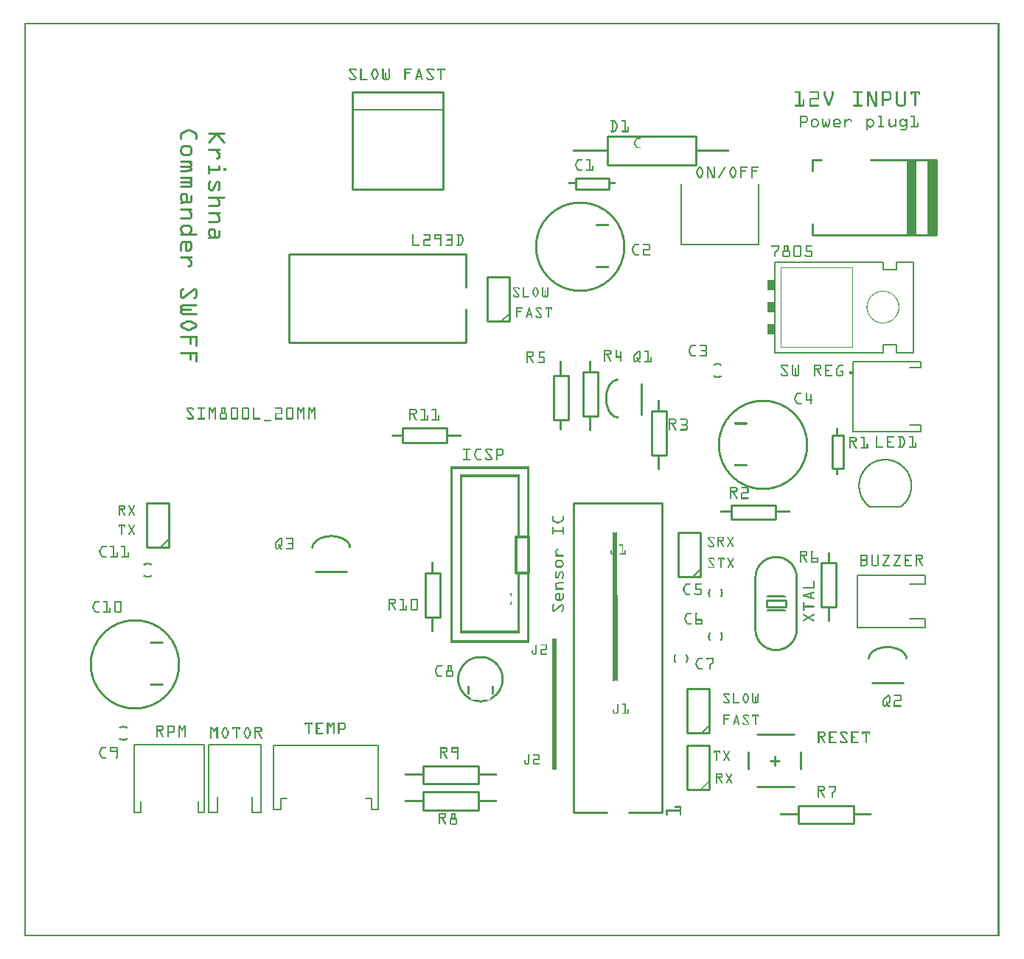
<source format=gto>
G04 MADE WITH FRITZING*
G04 WWW.FRITZING.ORG*
G04 DOUBLE SIDED*
G04 HOLES PLATED*
G04 CONTOUR ON CENTER OF CONTOUR VECTOR*
%ASAXBY*%
%FSLAX23Y23*%
%MOIN*%
%OFA0B0*%
%SFA1.0B1.0*%
%ADD10C,0.410000X0.39*%
%ADD11R,0.067500X0.177708X0.042500X0.152708*%
%ADD12C,0.012500*%
%ADD13R,0.035000X0.050000*%
%ADD14R,0.096457X0.038714X0.076772X0.019029*%
%ADD15C,0.009843*%
%ADD16C,0.008000*%
%ADD17C,0.010000*%
%ADD18C,0.005000*%
%ADD19C,0.006000*%
%ADD20C,0.002000*%
%ADD21R,0.001000X0.001000*%
%LNSILK1*%
G90*
G70*
G54D10*
X3340Y2226D03*
X499Y1233D03*
X2514Y3123D03*
G54D12*
X2223Y1809D02*
X2278Y1809D01*
X2278Y1644D01*
X2223Y1644D01*
X2223Y1809D01*
D02*
G54D13*
X3375Y2747D03*
X3375Y2847D03*
X3375Y2947D03*
G54D15*
X3356Y1520D02*
X3442Y1520D01*
X3442Y1491D01*
X3356Y1491D01*
X3356Y1520D01*
D02*
G54D16*
X2970Y3406D02*
X2970Y3131D01*
D02*
X2970Y3131D02*
X3320Y3131D01*
D02*
X3320Y3131D02*
X3320Y3406D01*
G54D17*
D02*
X3826Y3516D02*
X4121Y3516D01*
D02*
X4121Y3516D02*
X4121Y3176D01*
D02*
X4121Y3176D02*
X3561Y3176D01*
D02*
X3561Y3176D02*
X3561Y3226D01*
D02*
X3601Y3516D02*
X3561Y3516D01*
D02*
X3561Y3516D02*
X3561Y3466D01*
D02*
X4121Y3516D02*
X4121Y3176D01*
D02*
X4116Y3516D02*
X4116Y3176D01*
D02*
X4111Y3516D02*
X4111Y3176D01*
D02*
X4106Y3516D02*
X4106Y3176D01*
D02*
X4101Y3516D02*
X4101Y3176D01*
D02*
X4096Y3516D02*
X4096Y3176D01*
D02*
X4091Y3516D02*
X4091Y3176D01*
D02*
X4086Y3516D02*
X4086Y3176D01*
D02*
X3991Y3516D02*
X3991Y3176D01*
D02*
X3996Y3516D02*
X3996Y3176D01*
D02*
X4001Y3516D02*
X4001Y3176D01*
D02*
X4006Y3516D02*
X4006Y3176D01*
D02*
X4011Y3516D02*
X4011Y3176D01*
D02*
X4016Y3516D02*
X4016Y3176D01*
D02*
X4021Y3516D02*
X4021Y3176D01*
D02*
X4026Y3516D02*
X4026Y3176D01*
D02*
X3509Y835D02*
X3509Y757D01*
D02*
X3312Y914D02*
X3479Y914D01*
D02*
X3312Y678D02*
X3479Y678D01*
D02*
X3273Y835D02*
X3273Y757D01*
D02*
X3391Y816D02*
X3391Y776D01*
D02*
X3411Y796D02*
X3371Y796D01*
G54D16*
D02*
X4001Y1438D02*
X4072Y1438D01*
D02*
X4072Y1438D02*
X4072Y1398D01*
D02*
X4072Y1398D02*
X3765Y1398D01*
D02*
X3765Y1398D02*
X3765Y1635D01*
D02*
X3765Y1635D02*
X4072Y1635D01*
D02*
X4072Y1635D02*
X4072Y1595D01*
D02*
X4072Y1595D02*
X4001Y1595D01*
D02*
X871Y633D02*
X871Y562D01*
D02*
X871Y562D02*
X832Y562D01*
D02*
X832Y562D02*
X832Y869D01*
D02*
X832Y869D02*
X1068Y869D01*
D02*
X1068Y869D02*
X1068Y562D01*
D02*
X1068Y562D02*
X1029Y562D01*
D02*
X1029Y562D02*
X1029Y633D01*
D02*
X1186Y626D02*
X1159Y626D01*
D02*
X1159Y626D02*
X1159Y575D01*
D02*
X1159Y575D02*
X1127Y575D01*
D02*
X1127Y575D02*
X1127Y866D01*
D02*
X1127Y866D02*
X1600Y866D01*
D02*
X1600Y866D02*
X1600Y575D01*
D02*
X1600Y575D02*
X1568Y575D01*
D02*
X1568Y575D02*
X1568Y626D01*
D02*
X1568Y626D02*
X1541Y626D01*
D02*
X4053Y2286D02*
X3745Y2286D01*
D02*
X3745Y2286D02*
X3745Y2601D01*
D02*
X3745Y2601D02*
X4053Y2601D01*
D02*
X4053Y2286D02*
X4053Y2314D01*
D02*
X4053Y2601D02*
X4053Y2574D01*
D02*
X4053Y2314D02*
X4001Y2314D01*
D02*
X4053Y2574D02*
X4001Y2574D01*
D02*
X497Y562D02*
X497Y869D01*
D02*
X497Y869D02*
X812Y869D01*
D02*
X812Y869D02*
X812Y562D01*
D02*
X497Y562D02*
X525Y562D01*
D02*
X812Y562D02*
X785Y562D01*
D02*
X525Y562D02*
X525Y613D01*
D02*
X785Y562D02*
X785Y613D01*
G54D17*
D02*
X3701Y2269D02*
X3701Y2119D01*
D02*
X3701Y2119D02*
X3651Y2119D01*
D02*
X3651Y2119D02*
X3651Y2269D01*
D02*
X3651Y2269D02*
X3701Y2269D01*
D02*
X2881Y562D02*
X2881Y1962D01*
D02*
X2881Y1962D02*
X2481Y1962D01*
D02*
X2481Y1962D02*
X2481Y562D01*
D02*
X2881Y562D02*
X2731Y562D01*
D02*
X2631Y562D02*
X2481Y562D01*
D02*
X1996Y3087D02*
X1196Y3087D01*
D02*
X1196Y3087D02*
X1196Y2687D01*
D02*
X1196Y2687D02*
X1996Y2687D01*
D02*
X1996Y3087D02*
X1996Y2937D01*
D02*
X1996Y2837D02*
X1996Y2687D01*
D02*
X1482Y3383D02*
X1892Y3383D01*
D02*
X1892Y3383D02*
X1892Y3823D01*
D02*
X1892Y3823D02*
X1482Y3823D01*
D02*
X1482Y3823D02*
X1482Y3383D01*
G54D18*
D02*
X1892Y3743D02*
X1482Y3743D01*
G54D17*
D02*
X3057Y1628D02*
X3057Y1828D01*
D02*
X3057Y1828D02*
X2957Y1828D01*
D02*
X2957Y1828D02*
X2957Y1628D01*
D02*
X2957Y1628D02*
X3057Y1628D01*
G54D18*
D02*
X3057Y1663D02*
X3022Y1628D01*
G54D17*
D02*
X3096Y920D02*
X3096Y1120D01*
D02*
X3096Y1120D02*
X2996Y1120D01*
D02*
X2996Y1120D02*
X2996Y920D01*
D02*
X2996Y920D02*
X3096Y920D01*
G54D18*
D02*
X3096Y955D02*
X3061Y920D01*
G54D17*
D02*
X2191Y2784D02*
X2191Y2984D01*
D02*
X2191Y2984D02*
X2091Y2984D01*
D02*
X2091Y2984D02*
X2091Y2784D01*
D02*
X2091Y2784D02*
X2191Y2784D01*
G54D18*
D02*
X2191Y2819D02*
X2156Y2784D01*
G54D17*
D02*
X3096Y665D02*
X3096Y865D01*
D02*
X3096Y865D02*
X2996Y865D01*
D02*
X2996Y865D02*
X2996Y665D01*
D02*
X2996Y665D02*
X3096Y665D01*
D02*
X652Y1762D02*
X652Y1962D01*
D02*
X652Y1962D02*
X552Y1962D01*
D02*
X552Y1962D02*
X552Y1762D01*
D02*
X552Y1762D02*
X652Y1762D01*
G54D18*
D02*
X652Y1797D02*
X617Y1762D01*
G54D19*
D02*
X3393Y3052D02*
X3393Y2642D01*
D02*
X4018Y2642D02*
X4018Y3052D01*
D02*
X3393Y2642D02*
X3883Y2642D01*
D02*
X3883Y2642D02*
X3883Y2677D01*
D02*
X3883Y2677D02*
X3943Y2677D01*
D02*
X3943Y2677D02*
X3943Y2642D01*
D02*
X3943Y2642D02*
X4018Y2642D01*
D02*
X3393Y3052D02*
X3883Y3052D01*
D02*
X3883Y3052D02*
X3883Y3017D01*
D02*
X3883Y3017D02*
X3943Y3017D01*
D02*
X3943Y3017D02*
X3943Y3052D01*
D02*
X3943Y3052D02*
X4018Y3052D01*
G54D20*
D02*
X3418Y3027D02*
X3418Y2667D01*
D02*
X3743Y2667D02*
X3418Y2667D01*
D02*
X3743Y2667D02*
X3743Y3027D01*
D02*
X3418Y3027D02*
X3743Y3027D01*
G54D17*
D02*
X3036Y3490D02*
X2636Y3490D01*
D02*
X2636Y3490D02*
X2636Y3622D01*
D02*
X2636Y3622D02*
X3036Y3622D01*
D02*
X3036Y3622D02*
X3036Y3490D01*
D02*
X2054Y572D02*
X1804Y572D01*
D02*
X1804Y572D02*
X1804Y654D01*
D02*
X1804Y654D02*
X2054Y654D01*
D02*
X2054Y654D02*
X2054Y572D01*
D02*
X2054Y690D02*
X1804Y690D01*
D02*
X1804Y690D02*
X1804Y772D01*
D02*
X1804Y772D02*
X2054Y772D01*
D02*
X2054Y772D02*
X2054Y690D01*
D02*
X3971Y1149D02*
X3831Y1149D01*
D02*
X2790Y2501D02*
X2790Y2361D01*
D02*
X2836Y2178D02*
X2836Y2378D01*
D02*
X2836Y2378D02*
X2902Y2378D01*
D02*
X2902Y2378D02*
X2902Y2178D01*
D02*
X2902Y2178D02*
X2836Y2178D01*
D02*
X2526Y2355D02*
X2526Y2555D01*
D02*
X2526Y2555D02*
X2592Y2555D01*
D02*
X2592Y2555D02*
X2592Y2355D01*
D02*
X2592Y2355D02*
X2526Y2355D01*
D02*
X3396Y1887D02*
X3196Y1887D01*
D02*
X3196Y1887D02*
X3196Y1953D01*
D02*
X3196Y1953D02*
X3396Y1953D01*
D02*
X3396Y1953D02*
X3396Y1887D01*
D02*
X2460Y2537D02*
X2460Y2337D01*
D02*
X2460Y2337D02*
X2394Y2337D01*
D02*
X2394Y2337D02*
X2394Y2537D01*
D02*
X2394Y2537D02*
X2460Y2537D01*
D02*
X3604Y1490D02*
X3604Y1690D01*
D02*
X3604Y1690D02*
X3670Y1690D01*
D02*
X3670Y1690D02*
X3670Y1490D01*
D02*
X3670Y1490D02*
X3604Y1490D01*
D02*
X1910Y2234D02*
X1710Y2234D01*
D02*
X1710Y2234D02*
X1710Y2300D01*
D02*
X1710Y2300D02*
X1910Y2300D01*
D02*
X1910Y2300D02*
X1910Y2234D01*
D02*
X3498Y593D02*
X3748Y593D01*
D02*
X3748Y593D02*
X3748Y511D01*
D02*
X3748Y511D02*
X3498Y511D01*
D02*
X3498Y511D02*
X3498Y593D01*
D02*
X2491Y3433D02*
X2641Y3433D01*
D02*
X2641Y3433D02*
X2641Y3383D01*
D02*
X2641Y3383D02*
X2491Y3383D01*
D02*
X2491Y3383D02*
X2491Y3433D01*
D02*
X1456Y1651D02*
X1316Y1651D01*
D02*
X1813Y1445D02*
X1813Y1645D01*
D02*
X1813Y1645D02*
X1879Y1645D01*
D02*
X1879Y1645D02*
X1879Y1445D01*
D02*
X1879Y1445D02*
X1813Y1445D01*
G54D21*
X0Y4134D02*
X4408Y4134D01*
X0Y4133D02*
X4408Y4133D01*
X0Y4132D02*
X4408Y4132D01*
X0Y4131D02*
X4408Y4131D01*
X0Y4130D02*
X4408Y4130D01*
X0Y4129D02*
X4408Y4129D01*
X0Y4128D02*
X4408Y4128D01*
X0Y4127D02*
X4408Y4127D01*
X0Y4126D02*
X7Y4126D01*
X4401Y4126D02*
X4408Y4126D01*
X0Y4125D02*
X7Y4125D01*
X4401Y4125D02*
X4408Y4125D01*
X0Y4124D02*
X7Y4124D01*
X4401Y4124D02*
X4408Y4124D01*
X0Y4123D02*
X7Y4123D01*
X4401Y4123D02*
X4408Y4123D01*
X0Y4122D02*
X7Y4122D01*
X4401Y4122D02*
X4408Y4122D01*
X0Y4121D02*
X7Y4121D01*
X4401Y4121D02*
X4408Y4121D01*
X0Y4120D02*
X7Y4120D01*
X4401Y4120D02*
X4408Y4120D01*
X0Y4119D02*
X7Y4119D01*
X4401Y4119D02*
X4408Y4119D01*
X0Y4118D02*
X7Y4118D01*
X4401Y4118D02*
X4408Y4118D01*
X0Y4117D02*
X7Y4117D01*
X4401Y4117D02*
X4408Y4117D01*
X0Y4116D02*
X7Y4116D01*
X4401Y4116D02*
X4408Y4116D01*
X0Y4115D02*
X7Y4115D01*
X4401Y4115D02*
X4408Y4115D01*
X0Y4114D02*
X7Y4114D01*
X4401Y4114D02*
X4408Y4114D01*
X0Y4113D02*
X7Y4113D01*
X4401Y4113D02*
X4408Y4113D01*
X0Y4112D02*
X7Y4112D01*
X4401Y4112D02*
X4408Y4112D01*
X0Y4111D02*
X7Y4111D01*
X4401Y4111D02*
X4408Y4111D01*
X0Y4110D02*
X7Y4110D01*
X4401Y4110D02*
X4408Y4110D01*
X0Y4109D02*
X7Y4109D01*
X4401Y4109D02*
X4408Y4109D01*
X0Y4108D02*
X7Y4108D01*
X4401Y4108D02*
X4408Y4108D01*
X0Y4107D02*
X7Y4107D01*
X4401Y4107D02*
X4408Y4107D01*
X0Y4106D02*
X7Y4106D01*
X4401Y4106D02*
X4408Y4106D01*
X0Y4105D02*
X7Y4105D01*
X4401Y4105D02*
X4408Y4105D01*
X0Y4104D02*
X7Y4104D01*
X4401Y4104D02*
X4408Y4104D01*
X0Y4103D02*
X7Y4103D01*
X4401Y4103D02*
X4408Y4103D01*
X0Y4102D02*
X7Y4102D01*
X4401Y4102D02*
X4408Y4102D01*
X0Y4101D02*
X7Y4101D01*
X4401Y4101D02*
X4408Y4101D01*
X0Y4100D02*
X7Y4100D01*
X4401Y4100D02*
X4408Y4100D01*
X0Y4099D02*
X7Y4099D01*
X4401Y4099D02*
X4408Y4099D01*
X0Y4098D02*
X7Y4098D01*
X4401Y4098D02*
X4408Y4098D01*
X0Y4097D02*
X7Y4097D01*
X4401Y4097D02*
X4408Y4097D01*
X0Y4096D02*
X7Y4096D01*
X4401Y4096D02*
X4408Y4096D01*
X0Y4095D02*
X7Y4095D01*
X4401Y4095D02*
X4408Y4095D01*
X0Y4094D02*
X7Y4094D01*
X4401Y4094D02*
X4408Y4094D01*
X0Y4093D02*
X7Y4093D01*
X4401Y4093D02*
X4408Y4093D01*
X0Y4092D02*
X7Y4092D01*
X4401Y4092D02*
X4408Y4092D01*
X0Y4091D02*
X7Y4091D01*
X4401Y4091D02*
X4408Y4091D01*
X0Y4090D02*
X7Y4090D01*
X4401Y4090D02*
X4408Y4090D01*
X0Y4089D02*
X7Y4089D01*
X4401Y4089D02*
X4408Y4089D01*
X0Y4088D02*
X7Y4088D01*
X4401Y4088D02*
X4408Y4088D01*
X0Y4087D02*
X7Y4087D01*
X4401Y4087D02*
X4408Y4087D01*
X0Y4086D02*
X7Y4086D01*
X4401Y4086D02*
X4408Y4086D01*
X0Y4085D02*
X7Y4085D01*
X4401Y4085D02*
X4408Y4085D01*
X0Y4084D02*
X7Y4084D01*
X4401Y4084D02*
X4408Y4084D01*
X0Y4083D02*
X7Y4083D01*
X4401Y4083D02*
X4408Y4083D01*
X0Y4082D02*
X7Y4082D01*
X4401Y4082D02*
X4408Y4082D01*
X0Y4081D02*
X7Y4081D01*
X4401Y4081D02*
X4408Y4081D01*
X0Y4080D02*
X7Y4080D01*
X4401Y4080D02*
X4408Y4080D01*
X0Y4079D02*
X7Y4079D01*
X4401Y4079D02*
X4408Y4079D01*
X0Y4078D02*
X7Y4078D01*
X4401Y4078D02*
X4408Y4078D01*
X0Y4077D02*
X7Y4077D01*
X4401Y4077D02*
X4408Y4077D01*
X0Y4076D02*
X7Y4076D01*
X4401Y4076D02*
X4408Y4076D01*
X0Y4075D02*
X7Y4075D01*
X4401Y4075D02*
X4408Y4075D01*
X0Y4074D02*
X7Y4074D01*
X4401Y4074D02*
X4408Y4074D01*
X0Y4073D02*
X7Y4073D01*
X4401Y4073D02*
X4408Y4073D01*
X0Y4072D02*
X7Y4072D01*
X4401Y4072D02*
X4408Y4072D01*
X0Y4071D02*
X7Y4071D01*
X4401Y4071D02*
X4408Y4071D01*
X0Y4070D02*
X7Y4070D01*
X4401Y4070D02*
X4408Y4070D01*
X0Y4069D02*
X7Y4069D01*
X4401Y4069D02*
X4408Y4069D01*
X0Y4068D02*
X7Y4068D01*
X4401Y4068D02*
X4408Y4068D01*
X0Y4067D02*
X7Y4067D01*
X4401Y4067D02*
X4408Y4067D01*
X0Y4066D02*
X7Y4066D01*
X4401Y4066D02*
X4408Y4066D01*
X0Y4065D02*
X7Y4065D01*
X4401Y4065D02*
X4408Y4065D01*
X0Y4064D02*
X7Y4064D01*
X4401Y4064D02*
X4408Y4064D01*
X0Y4063D02*
X7Y4063D01*
X4401Y4063D02*
X4408Y4063D01*
X0Y4062D02*
X7Y4062D01*
X4401Y4062D02*
X4408Y4062D01*
X0Y4061D02*
X7Y4061D01*
X4401Y4061D02*
X4408Y4061D01*
X0Y4060D02*
X7Y4060D01*
X4401Y4060D02*
X4408Y4060D01*
X0Y4059D02*
X7Y4059D01*
X4401Y4059D02*
X4408Y4059D01*
X0Y4058D02*
X7Y4058D01*
X4401Y4058D02*
X4408Y4058D01*
X0Y4057D02*
X7Y4057D01*
X4401Y4057D02*
X4408Y4057D01*
X0Y4056D02*
X7Y4056D01*
X4401Y4056D02*
X4408Y4056D01*
X0Y4055D02*
X7Y4055D01*
X4401Y4055D02*
X4408Y4055D01*
X0Y4054D02*
X7Y4054D01*
X4401Y4054D02*
X4408Y4054D01*
X0Y4053D02*
X7Y4053D01*
X4401Y4053D02*
X4408Y4053D01*
X0Y4052D02*
X7Y4052D01*
X4401Y4052D02*
X4408Y4052D01*
X0Y4051D02*
X7Y4051D01*
X4401Y4051D02*
X4408Y4051D01*
X0Y4050D02*
X7Y4050D01*
X4401Y4050D02*
X4408Y4050D01*
X0Y4049D02*
X7Y4049D01*
X4401Y4049D02*
X4408Y4049D01*
X0Y4048D02*
X7Y4048D01*
X4401Y4048D02*
X4408Y4048D01*
X0Y4047D02*
X7Y4047D01*
X4401Y4047D02*
X4408Y4047D01*
X0Y4046D02*
X7Y4046D01*
X4401Y4046D02*
X4408Y4046D01*
X0Y4045D02*
X7Y4045D01*
X4401Y4045D02*
X4408Y4045D01*
X0Y4044D02*
X7Y4044D01*
X4401Y4044D02*
X4408Y4044D01*
X0Y4043D02*
X7Y4043D01*
X4401Y4043D02*
X4408Y4043D01*
X0Y4042D02*
X7Y4042D01*
X4401Y4042D02*
X4408Y4042D01*
X0Y4041D02*
X7Y4041D01*
X4401Y4041D02*
X4408Y4041D01*
X0Y4040D02*
X7Y4040D01*
X4401Y4040D02*
X4408Y4040D01*
X0Y4039D02*
X7Y4039D01*
X4401Y4039D02*
X4408Y4039D01*
X0Y4038D02*
X7Y4038D01*
X4401Y4038D02*
X4408Y4038D01*
X0Y4037D02*
X7Y4037D01*
X4401Y4037D02*
X4408Y4037D01*
X0Y4036D02*
X7Y4036D01*
X4401Y4036D02*
X4408Y4036D01*
X0Y4035D02*
X7Y4035D01*
X4401Y4035D02*
X4408Y4035D01*
X0Y4034D02*
X7Y4034D01*
X4401Y4034D02*
X4408Y4034D01*
X0Y4033D02*
X7Y4033D01*
X4401Y4033D02*
X4408Y4033D01*
X0Y4032D02*
X7Y4032D01*
X4401Y4032D02*
X4408Y4032D01*
X0Y4031D02*
X7Y4031D01*
X4401Y4031D02*
X4408Y4031D01*
X0Y4030D02*
X7Y4030D01*
X4401Y4030D02*
X4408Y4030D01*
X0Y4029D02*
X7Y4029D01*
X4401Y4029D02*
X4408Y4029D01*
X0Y4028D02*
X7Y4028D01*
X4401Y4028D02*
X4408Y4028D01*
X0Y4027D02*
X7Y4027D01*
X4401Y4027D02*
X4408Y4027D01*
X0Y4026D02*
X7Y4026D01*
X4401Y4026D02*
X4408Y4026D01*
X0Y4025D02*
X7Y4025D01*
X4401Y4025D02*
X4408Y4025D01*
X0Y4024D02*
X7Y4024D01*
X4401Y4024D02*
X4408Y4024D01*
X0Y4023D02*
X7Y4023D01*
X4401Y4023D02*
X4408Y4023D01*
X0Y4022D02*
X7Y4022D01*
X4401Y4022D02*
X4408Y4022D01*
X0Y4021D02*
X7Y4021D01*
X4401Y4021D02*
X4408Y4021D01*
X0Y4020D02*
X7Y4020D01*
X4401Y4020D02*
X4408Y4020D01*
X0Y4019D02*
X7Y4019D01*
X4401Y4019D02*
X4408Y4019D01*
X0Y4018D02*
X7Y4018D01*
X4401Y4018D02*
X4408Y4018D01*
X0Y4017D02*
X7Y4017D01*
X4401Y4017D02*
X4408Y4017D01*
X0Y4016D02*
X7Y4016D01*
X4401Y4016D02*
X4408Y4016D01*
X0Y4015D02*
X7Y4015D01*
X4401Y4015D02*
X4408Y4015D01*
X0Y4014D02*
X7Y4014D01*
X4401Y4014D02*
X4408Y4014D01*
X0Y4013D02*
X7Y4013D01*
X4401Y4013D02*
X4408Y4013D01*
X0Y4012D02*
X7Y4012D01*
X4401Y4012D02*
X4408Y4012D01*
X0Y4011D02*
X7Y4011D01*
X4401Y4011D02*
X4408Y4011D01*
X0Y4010D02*
X7Y4010D01*
X4401Y4010D02*
X4408Y4010D01*
X0Y4009D02*
X7Y4009D01*
X4401Y4009D02*
X4408Y4009D01*
X0Y4008D02*
X7Y4008D01*
X4401Y4008D02*
X4408Y4008D01*
X0Y4007D02*
X7Y4007D01*
X4401Y4007D02*
X4408Y4007D01*
X0Y4006D02*
X7Y4006D01*
X4401Y4006D02*
X4408Y4006D01*
X0Y4005D02*
X7Y4005D01*
X4401Y4005D02*
X4408Y4005D01*
X0Y4004D02*
X7Y4004D01*
X4401Y4004D02*
X4408Y4004D01*
X0Y4003D02*
X7Y4003D01*
X4401Y4003D02*
X4408Y4003D01*
X0Y4002D02*
X7Y4002D01*
X4401Y4002D02*
X4408Y4002D01*
X0Y4001D02*
X7Y4001D01*
X4401Y4001D02*
X4408Y4001D01*
X0Y4000D02*
X7Y4000D01*
X4401Y4000D02*
X4408Y4000D01*
X0Y3999D02*
X7Y3999D01*
X4401Y3999D02*
X4408Y3999D01*
X0Y3998D02*
X7Y3998D01*
X4401Y3998D02*
X4408Y3998D01*
X0Y3997D02*
X7Y3997D01*
X4401Y3997D02*
X4408Y3997D01*
X0Y3996D02*
X7Y3996D01*
X4401Y3996D02*
X4408Y3996D01*
X0Y3995D02*
X7Y3995D01*
X4401Y3995D02*
X4408Y3995D01*
X0Y3994D02*
X7Y3994D01*
X4401Y3994D02*
X4408Y3994D01*
X0Y3993D02*
X7Y3993D01*
X4401Y3993D02*
X4408Y3993D01*
X0Y3992D02*
X7Y3992D01*
X4401Y3992D02*
X4408Y3992D01*
X0Y3991D02*
X7Y3991D01*
X4401Y3991D02*
X4408Y3991D01*
X0Y3990D02*
X7Y3990D01*
X4401Y3990D02*
X4408Y3990D01*
X0Y3989D02*
X7Y3989D01*
X4401Y3989D02*
X4408Y3989D01*
X0Y3988D02*
X7Y3988D01*
X4401Y3988D02*
X4408Y3988D01*
X0Y3987D02*
X7Y3987D01*
X4401Y3987D02*
X4408Y3987D01*
X0Y3986D02*
X7Y3986D01*
X4401Y3986D02*
X4408Y3986D01*
X0Y3985D02*
X7Y3985D01*
X4401Y3985D02*
X4408Y3985D01*
X0Y3984D02*
X7Y3984D01*
X4401Y3984D02*
X4408Y3984D01*
X0Y3983D02*
X7Y3983D01*
X4401Y3983D02*
X4408Y3983D01*
X0Y3982D02*
X7Y3982D01*
X4401Y3982D02*
X4408Y3982D01*
X0Y3981D02*
X7Y3981D01*
X4401Y3981D02*
X4408Y3981D01*
X0Y3980D02*
X7Y3980D01*
X4401Y3980D02*
X4408Y3980D01*
X0Y3979D02*
X7Y3979D01*
X4401Y3979D02*
X4408Y3979D01*
X0Y3978D02*
X7Y3978D01*
X4401Y3978D02*
X4408Y3978D01*
X0Y3977D02*
X7Y3977D01*
X4401Y3977D02*
X4408Y3977D01*
X0Y3976D02*
X7Y3976D01*
X4401Y3976D02*
X4408Y3976D01*
X0Y3975D02*
X7Y3975D01*
X4401Y3975D02*
X4408Y3975D01*
X0Y3974D02*
X7Y3974D01*
X4401Y3974D02*
X4408Y3974D01*
X0Y3973D02*
X7Y3973D01*
X4401Y3973D02*
X4408Y3973D01*
X0Y3972D02*
X7Y3972D01*
X4401Y3972D02*
X4408Y3972D01*
X0Y3971D02*
X7Y3971D01*
X4401Y3971D02*
X4408Y3971D01*
X0Y3970D02*
X7Y3970D01*
X4401Y3970D02*
X4408Y3970D01*
X0Y3969D02*
X7Y3969D01*
X4401Y3969D02*
X4408Y3969D01*
X0Y3968D02*
X7Y3968D01*
X4401Y3968D02*
X4408Y3968D01*
X0Y3967D02*
X7Y3967D01*
X4401Y3967D02*
X4408Y3967D01*
X0Y3966D02*
X7Y3966D01*
X4401Y3966D02*
X4408Y3966D01*
X0Y3965D02*
X7Y3965D01*
X4401Y3965D02*
X4408Y3965D01*
X0Y3964D02*
X7Y3964D01*
X4401Y3964D02*
X4408Y3964D01*
X0Y3963D02*
X7Y3963D01*
X4401Y3963D02*
X4408Y3963D01*
X0Y3962D02*
X7Y3962D01*
X4401Y3962D02*
X4408Y3962D01*
X0Y3961D02*
X7Y3961D01*
X4401Y3961D02*
X4408Y3961D01*
X0Y3960D02*
X7Y3960D01*
X4401Y3960D02*
X4408Y3960D01*
X0Y3959D02*
X7Y3959D01*
X4401Y3959D02*
X4408Y3959D01*
X0Y3958D02*
X7Y3958D01*
X4401Y3958D02*
X4408Y3958D01*
X0Y3957D02*
X7Y3957D01*
X4401Y3957D02*
X4408Y3957D01*
X0Y3956D02*
X7Y3956D01*
X4401Y3956D02*
X4408Y3956D01*
X0Y3955D02*
X7Y3955D01*
X4401Y3955D02*
X4408Y3955D01*
X0Y3954D02*
X7Y3954D01*
X4401Y3954D02*
X4408Y3954D01*
X0Y3953D02*
X7Y3953D01*
X4401Y3953D02*
X4408Y3953D01*
X0Y3952D02*
X7Y3952D01*
X4401Y3952D02*
X4408Y3952D01*
X0Y3951D02*
X7Y3951D01*
X4401Y3951D02*
X4408Y3951D01*
X0Y3950D02*
X7Y3950D01*
X4401Y3950D02*
X4408Y3950D01*
X0Y3949D02*
X7Y3949D01*
X4401Y3949D02*
X4408Y3949D01*
X0Y3948D02*
X7Y3948D01*
X4401Y3948D02*
X4408Y3948D01*
X0Y3947D02*
X7Y3947D01*
X4401Y3947D02*
X4408Y3947D01*
X0Y3946D02*
X7Y3946D01*
X4401Y3946D02*
X4408Y3946D01*
X0Y3945D02*
X7Y3945D01*
X4401Y3945D02*
X4408Y3945D01*
X0Y3944D02*
X7Y3944D01*
X4401Y3944D02*
X4408Y3944D01*
X0Y3943D02*
X7Y3943D01*
X4401Y3943D02*
X4408Y3943D01*
X0Y3942D02*
X7Y3942D01*
X4401Y3942D02*
X4408Y3942D01*
X0Y3941D02*
X7Y3941D01*
X4401Y3941D02*
X4408Y3941D01*
X0Y3940D02*
X7Y3940D01*
X4401Y3940D02*
X4408Y3940D01*
X0Y3939D02*
X7Y3939D01*
X4401Y3939D02*
X4408Y3939D01*
X0Y3938D02*
X7Y3938D01*
X4401Y3938D02*
X4408Y3938D01*
X0Y3937D02*
X7Y3937D01*
X4401Y3937D02*
X4408Y3937D01*
X0Y3936D02*
X7Y3936D01*
X4401Y3936D02*
X4408Y3936D01*
X0Y3935D02*
X7Y3935D01*
X4401Y3935D02*
X4408Y3935D01*
X0Y3934D02*
X7Y3934D01*
X4401Y3934D02*
X4408Y3934D01*
X0Y3933D02*
X7Y3933D01*
X4401Y3933D02*
X4408Y3933D01*
X0Y3932D02*
X7Y3932D01*
X4401Y3932D02*
X4408Y3932D01*
X0Y3931D02*
X7Y3931D01*
X4401Y3931D02*
X4408Y3931D01*
X0Y3930D02*
X7Y3930D01*
X4401Y3930D02*
X4408Y3930D01*
X0Y3929D02*
X7Y3929D01*
X1473Y3929D02*
X1495Y3929D01*
X1519Y3929D02*
X1522Y3929D01*
X1582Y3929D02*
X1587Y3929D01*
X1619Y3929D02*
X1622Y3929D01*
X1647Y3929D02*
X1649Y3929D01*
X1718Y3929D02*
X1749Y3929D01*
X1783Y3929D02*
X1786Y3929D01*
X1823Y3929D02*
X1845Y3929D01*
X1867Y3929D02*
X1901Y3929D01*
X4401Y3929D02*
X4408Y3929D01*
X0Y3928D02*
X7Y3928D01*
X1471Y3928D02*
X1497Y3928D01*
X1518Y3928D02*
X1523Y3928D01*
X1580Y3928D02*
X1589Y3928D01*
X1618Y3928D02*
X1623Y3928D01*
X1646Y3928D02*
X1650Y3928D01*
X1718Y3928D02*
X1750Y3928D01*
X1782Y3928D02*
X1787Y3928D01*
X1821Y3928D02*
X1847Y3928D01*
X1867Y3928D02*
X1901Y3928D01*
X4401Y3928D02*
X4408Y3928D01*
X0Y3927D02*
X7Y3927D01*
X1470Y3927D02*
X1498Y3927D01*
X1518Y3927D02*
X1523Y3927D01*
X1579Y3927D02*
X1590Y3927D01*
X1618Y3927D02*
X1623Y3927D01*
X1645Y3927D02*
X1651Y3927D01*
X1718Y3927D02*
X1751Y3927D01*
X1781Y3927D02*
X1787Y3927D01*
X1820Y3927D02*
X1848Y3927D01*
X1867Y3927D02*
X1901Y3927D01*
X4401Y3927D02*
X4408Y3927D01*
X0Y3926D02*
X7Y3926D01*
X1469Y3926D02*
X1499Y3926D01*
X1518Y3926D02*
X1524Y3926D01*
X1578Y3926D02*
X1591Y3926D01*
X1618Y3926D02*
X1624Y3926D01*
X1645Y3926D02*
X1651Y3926D01*
X1718Y3926D02*
X1751Y3926D01*
X1781Y3926D02*
X1787Y3926D01*
X1819Y3926D02*
X1849Y3926D01*
X1867Y3926D02*
X1901Y3926D01*
X4401Y3926D02*
X4408Y3926D01*
X0Y3925D02*
X7Y3925D01*
X1468Y3925D02*
X1500Y3925D01*
X1518Y3925D02*
X1524Y3925D01*
X1577Y3925D02*
X1592Y3925D01*
X1618Y3925D02*
X1624Y3925D01*
X1645Y3925D02*
X1651Y3925D01*
X1718Y3925D02*
X1751Y3925D01*
X1781Y3925D02*
X1788Y3925D01*
X1818Y3925D02*
X1850Y3925D01*
X1867Y3925D02*
X1901Y3925D01*
X4401Y3925D02*
X4408Y3925D01*
X0Y3924D02*
X7Y3924D01*
X1468Y3924D02*
X1500Y3924D01*
X1518Y3924D02*
X1524Y3924D01*
X1576Y3924D02*
X1592Y3924D01*
X1618Y3924D02*
X1624Y3924D01*
X1645Y3924D02*
X1651Y3924D01*
X1718Y3924D02*
X1750Y3924D01*
X1780Y3924D02*
X1788Y3924D01*
X1818Y3924D02*
X1850Y3924D01*
X1867Y3924D02*
X1901Y3924D01*
X4401Y3924D02*
X4408Y3924D01*
X0Y3923D02*
X7Y3923D01*
X1468Y3923D02*
X1501Y3923D01*
X1518Y3923D02*
X1524Y3923D01*
X1576Y3923D02*
X1593Y3923D01*
X1618Y3923D02*
X1624Y3923D01*
X1645Y3923D02*
X1651Y3923D01*
X1718Y3923D02*
X1749Y3923D01*
X1780Y3923D02*
X1788Y3923D01*
X1818Y3923D02*
X1851Y3923D01*
X1867Y3923D02*
X1901Y3923D01*
X4401Y3923D02*
X4408Y3923D01*
X0Y3922D02*
X7Y3922D01*
X1468Y3922D02*
X1474Y3922D01*
X1494Y3922D02*
X1501Y3922D01*
X1518Y3922D02*
X1524Y3922D01*
X1575Y3922D02*
X1583Y3922D01*
X1586Y3922D02*
X1593Y3922D01*
X1618Y3922D02*
X1624Y3922D01*
X1645Y3922D02*
X1651Y3922D01*
X1718Y3922D02*
X1724Y3922D01*
X1780Y3922D02*
X1789Y3922D01*
X1818Y3922D02*
X1824Y3922D01*
X1844Y3922D02*
X1851Y3922D01*
X1867Y3922D02*
X1874Y3922D01*
X1881Y3922D02*
X1887Y3922D01*
X1895Y3922D02*
X1901Y3922D01*
X4401Y3922D02*
X4408Y3922D01*
X0Y3921D02*
X7Y3921D01*
X1468Y3921D02*
X1474Y3921D01*
X1495Y3921D02*
X1501Y3921D01*
X1518Y3921D02*
X1524Y3921D01*
X1575Y3921D02*
X1582Y3921D01*
X1587Y3921D02*
X1594Y3921D01*
X1618Y3921D02*
X1624Y3921D01*
X1645Y3921D02*
X1651Y3921D01*
X1718Y3921D02*
X1724Y3921D01*
X1780Y3921D02*
X1789Y3921D01*
X1818Y3921D02*
X1824Y3921D01*
X1845Y3921D02*
X1851Y3921D01*
X1867Y3921D02*
X1874Y3921D01*
X1881Y3921D02*
X1887Y3921D01*
X1895Y3921D02*
X1901Y3921D01*
X4401Y3921D02*
X4408Y3921D01*
X0Y3920D02*
X7Y3920D01*
X1468Y3920D02*
X1475Y3920D01*
X1495Y3920D02*
X1501Y3920D01*
X1518Y3920D02*
X1524Y3920D01*
X1574Y3920D02*
X1581Y3920D01*
X1587Y3920D02*
X1594Y3920D01*
X1618Y3920D02*
X1624Y3920D01*
X1645Y3920D02*
X1651Y3920D01*
X1718Y3920D02*
X1724Y3920D01*
X1779Y3920D02*
X1789Y3920D01*
X1818Y3920D02*
X1825Y3920D01*
X1845Y3920D02*
X1851Y3920D01*
X1868Y3920D02*
X1873Y3920D01*
X1881Y3920D02*
X1887Y3920D01*
X1895Y3920D02*
X1901Y3920D01*
X4401Y3920D02*
X4408Y3920D01*
X0Y3919D02*
X7Y3919D01*
X1468Y3919D02*
X1475Y3919D01*
X1495Y3919D02*
X1501Y3919D01*
X1518Y3919D02*
X1524Y3919D01*
X1574Y3919D02*
X1581Y3919D01*
X1588Y3919D02*
X1595Y3919D01*
X1618Y3919D02*
X1624Y3919D01*
X1645Y3919D02*
X1651Y3919D01*
X1718Y3919D02*
X1724Y3919D01*
X1779Y3919D02*
X1789Y3919D01*
X1818Y3919D02*
X1825Y3919D01*
X1845Y3919D02*
X1851Y3919D01*
X1868Y3919D02*
X1873Y3919D01*
X1881Y3919D02*
X1887Y3919D01*
X1895Y3919D02*
X1901Y3919D01*
X4401Y3919D02*
X4408Y3919D01*
X0Y3918D02*
X7Y3918D01*
X1468Y3918D02*
X1476Y3918D01*
X1496Y3918D02*
X1500Y3918D01*
X1518Y3918D02*
X1524Y3918D01*
X1573Y3918D02*
X1580Y3918D01*
X1588Y3918D02*
X1595Y3918D01*
X1618Y3918D02*
X1624Y3918D01*
X1645Y3918D02*
X1651Y3918D01*
X1718Y3918D02*
X1724Y3918D01*
X1779Y3918D02*
X1790Y3918D01*
X1818Y3918D02*
X1826Y3918D01*
X1846Y3918D02*
X1850Y3918D01*
X1868Y3918D02*
X1873Y3918D01*
X1881Y3918D02*
X1887Y3918D01*
X1896Y3918D02*
X1900Y3918D01*
X4401Y3918D02*
X4408Y3918D01*
X0Y3917D02*
X7Y3917D01*
X1469Y3917D02*
X1477Y3917D01*
X1497Y3917D02*
X1499Y3917D01*
X1518Y3917D02*
X1524Y3917D01*
X1573Y3917D02*
X1580Y3917D01*
X1589Y3917D02*
X1596Y3917D01*
X1618Y3917D02*
X1624Y3917D01*
X1645Y3917D02*
X1651Y3917D01*
X1718Y3917D02*
X1724Y3917D01*
X1778Y3917D02*
X1790Y3917D01*
X1819Y3917D02*
X1827Y3917D01*
X1847Y3917D02*
X1849Y3917D01*
X1869Y3917D02*
X1871Y3917D01*
X1881Y3917D02*
X1887Y3917D01*
X1897Y3917D02*
X1899Y3917D01*
X4401Y3917D02*
X4408Y3917D01*
X0Y3916D02*
X7Y3916D01*
X1470Y3916D02*
X1478Y3916D01*
X1518Y3916D02*
X1524Y3916D01*
X1572Y3916D02*
X1579Y3916D01*
X1589Y3916D02*
X1596Y3916D01*
X1618Y3916D02*
X1624Y3916D01*
X1645Y3916D02*
X1651Y3916D01*
X1718Y3916D02*
X1724Y3916D01*
X1778Y3916D02*
X1790Y3916D01*
X1820Y3916D02*
X1828Y3916D01*
X1881Y3916D02*
X1887Y3916D01*
X4401Y3916D02*
X4408Y3916D01*
X0Y3915D02*
X7Y3915D01*
X1471Y3915D02*
X1478Y3915D01*
X1518Y3915D02*
X1524Y3915D01*
X1572Y3915D02*
X1579Y3915D01*
X1590Y3915D02*
X1597Y3915D01*
X1618Y3915D02*
X1624Y3915D01*
X1645Y3915D02*
X1651Y3915D01*
X1718Y3915D02*
X1724Y3915D01*
X1778Y3915D02*
X1791Y3915D01*
X1820Y3915D02*
X1828Y3915D01*
X1881Y3915D02*
X1887Y3915D01*
X4401Y3915D02*
X4408Y3915D01*
X0Y3914D02*
X7Y3914D01*
X1471Y3914D02*
X1479Y3914D01*
X1518Y3914D02*
X1524Y3914D01*
X1571Y3914D02*
X1578Y3914D01*
X1590Y3914D02*
X1597Y3914D01*
X1618Y3914D02*
X1624Y3914D01*
X1645Y3914D02*
X1651Y3914D01*
X1718Y3914D02*
X1724Y3914D01*
X1778Y3914D02*
X1791Y3914D01*
X1821Y3914D02*
X1829Y3914D01*
X1881Y3914D02*
X1887Y3914D01*
X4401Y3914D02*
X4408Y3914D01*
X0Y3913D02*
X7Y3913D01*
X1472Y3913D02*
X1480Y3913D01*
X1518Y3913D02*
X1524Y3913D01*
X1571Y3913D02*
X1578Y3913D01*
X1591Y3913D02*
X1598Y3913D01*
X1618Y3913D02*
X1624Y3913D01*
X1645Y3913D02*
X1651Y3913D01*
X1718Y3913D02*
X1724Y3913D01*
X1777Y3913D02*
X1791Y3913D01*
X1822Y3913D02*
X1830Y3913D01*
X1881Y3913D02*
X1887Y3913D01*
X4401Y3913D02*
X4408Y3913D01*
X0Y3912D02*
X7Y3912D01*
X1473Y3912D02*
X1481Y3912D01*
X1518Y3912D02*
X1524Y3912D01*
X1570Y3912D02*
X1577Y3912D01*
X1591Y3912D02*
X1598Y3912D01*
X1618Y3912D02*
X1624Y3912D01*
X1645Y3912D02*
X1651Y3912D01*
X1718Y3912D02*
X1724Y3912D01*
X1777Y3912D02*
X1783Y3912D01*
X1785Y3912D02*
X1792Y3912D01*
X1823Y3912D02*
X1831Y3912D01*
X1881Y3912D02*
X1887Y3912D01*
X4401Y3912D02*
X4408Y3912D01*
X0Y3911D02*
X7Y3911D01*
X1474Y3911D02*
X1482Y3911D01*
X1518Y3911D02*
X1524Y3911D01*
X1570Y3911D02*
X1577Y3911D01*
X1592Y3911D02*
X1599Y3911D01*
X1618Y3911D02*
X1624Y3911D01*
X1633Y3911D02*
X1636Y3911D01*
X1645Y3911D02*
X1651Y3911D01*
X1718Y3911D02*
X1743Y3911D01*
X1777Y3911D02*
X1783Y3911D01*
X1785Y3911D02*
X1792Y3911D01*
X1824Y3911D02*
X1832Y3911D01*
X1881Y3911D02*
X1887Y3911D01*
X4401Y3911D02*
X4408Y3911D01*
X0Y3910D02*
X7Y3910D01*
X1474Y3910D02*
X1482Y3910D01*
X1518Y3910D02*
X1524Y3910D01*
X1569Y3910D02*
X1576Y3910D01*
X1592Y3910D02*
X1599Y3910D01*
X1618Y3910D02*
X1624Y3910D01*
X1632Y3910D02*
X1637Y3910D01*
X1645Y3910D02*
X1651Y3910D01*
X1718Y3910D02*
X1744Y3910D01*
X1776Y3910D02*
X1783Y3910D01*
X1786Y3910D02*
X1792Y3910D01*
X1824Y3910D02*
X1832Y3910D01*
X1881Y3910D02*
X1887Y3910D01*
X4401Y3910D02*
X4408Y3910D01*
X0Y3909D02*
X7Y3909D01*
X1475Y3909D02*
X1483Y3909D01*
X1518Y3909D02*
X1524Y3909D01*
X1569Y3909D02*
X1576Y3909D01*
X1593Y3909D02*
X1600Y3909D01*
X1618Y3909D02*
X1624Y3909D01*
X1631Y3909D02*
X1637Y3909D01*
X1645Y3909D02*
X1651Y3909D01*
X1718Y3909D02*
X1744Y3909D01*
X1776Y3909D02*
X1782Y3909D01*
X1786Y3909D02*
X1792Y3909D01*
X1825Y3909D02*
X1833Y3909D01*
X1881Y3909D02*
X1887Y3909D01*
X4401Y3909D02*
X4408Y3909D01*
X0Y3908D02*
X7Y3908D01*
X1476Y3908D02*
X1484Y3908D01*
X1518Y3908D02*
X1524Y3908D01*
X1569Y3908D02*
X1575Y3908D01*
X1593Y3908D02*
X1600Y3908D01*
X1618Y3908D02*
X1624Y3908D01*
X1631Y3908D02*
X1637Y3908D01*
X1645Y3908D02*
X1651Y3908D01*
X1718Y3908D02*
X1744Y3908D01*
X1776Y3908D02*
X1782Y3908D01*
X1786Y3908D02*
X1793Y3908D01*
X1826Y3908D02*
X1834Y3908D01*
X1881Y3908D02*
X1887Y3908D01*
X4401Y3908D02*
X4408Y3908D01*
X0Y3907D02*
X7Y3907D01*
X1477Y3907D02*
X1485Y3907D01*
X1518Y3907D02*
X1524Y3907D01*
X1568Y3907D02*
X1575Y3907D01*
X1594Y3907D02*
X1600Y3907D01*
X1618Y3907D02*
X1624Y3907D01*
X1631Y3907D02*
X1637Y3907D01*
X1645Y3907D02*
X1651Y3907D01*
X1718Y3907D02*
X1744Y3907D01*
X1776Y3907D02*
X1782Y3907D01*
X1787Y3907D02*
X1793Y3907D01*
X1827Y3907D02*
X1835Y3907D01*
X1881Y3907D02*
X1887Y3907D01*
X4401Y3907D02*
X4408Y3907D01*
X0Y3906D02*
X7Y3906D01*
X1477Y3906D02*
X1485Y3906D01*
X1518Y3906D02*
X1524Y3906D01*
X1568Y3906D02*
X1574Y3906D01*
X1594Y3906D02*
X1601Y3906D01*
X1618Y3906D02*
X1624Y3906D01*
X1631Y3906D02*
X1637Y3906D01*
X1645Y3906D02*
X1651Y3906D01*
X1718Y3906D02*
X1743Y3906D01*
X1775Y3906D02*
X1782Y3906D01*
X1787Y3906D02*
X1793Y3906D01*
X1827Y3906D02*
X1835Y3906D01*
X1881Y3906D02*
X1887Y3906D01*
X4401Y3906D02*
X4408Y3906D01*
X0Y3905D02*
X7Y3905D01*
X1478Y3905D02*
X1486Y3905D01*
X1518Y3905D02*
X1524Y3905D01*
X1568Y3905D02*
X1574Y3905D01*
X1595Y3905D02*
X1601Y3905D01*
X1618Y3905D02*
X1624Y3905D01*
X1631Y3905D02*
X1637Y3905D01*
X1645Y3905D02*
X1651Y3905D01*
X1718Y3905D02*
X1742Y3905D01*
X1775Y3905D02*
X1781Y3905D01*
X1787Y3905D02*
X1794Y3905D01*
X1828Y3905D02*
X1836Y3905D01*
X1881Y3905D02*
X1887Y3905D01*
X4401Y3905D02*
X4408Y3905D01*
X0Y3904D02*
X7Y3904D01*
X1479Y3904D02*
X1487Y3904D01*
X1518Y3904D02*
X1524Y3904D01*
X1568Y3904D02*
X1574Y3904D01*
X1595Y3904D02*
X1601Y3904D01*
X1618Y3904D02*
X1624Y3904D01*
X1631Y3904D02*
X1637Y3904D01*
X1645Y3904D02*
X1651Y3904D01*
X1718Y3904D02*
X1724Y3904D01*
X1775Y3904D02*
X1781Y3904D01*
X1788Y3904D02*
X1794Y3904D01*
X1829Y3904D02*
X1837Y3904D01*
X1881Y3904D02*
X1887Y3904D01*
X4401Y3904D02*
X4408Y3904D01*
X0Y3903D02*
X7Y3903D01*
X1480Y3903D02*
X1488Y3903D01*
X1518Y3903D02*
X1524Y3903D01*
X1568Y3903D02*
X1574Y3903D01*
X1595Y3903D02*
X1601Y3903D01*
X1618Y3903D02*
X1624Y3903D01*
X1631Y3903D02*
X1637Y3903D01*
X1645Y3903D02*
X1651Y3903D01*
X1718Y3903D02*
X1724Y3903D01*
X1774Y3903D02*
X1781Y3903D01*
X1788Y3903D02*
X1794Y3903D01*
X1830Y3903D02*
X1838Y3903D01*
X1881Y3903D02*
X1887Y3903D01*
X4401Y3903D02*
X4408Y3903D01*
X0Y3902D02*
X7Y3902D01*
X1481Y3902D02*
X1489Y3902D01*
X1518Y3902D02*
X1524Y3902D01*
X1568Y3902D02*
X1574Y3902D01*
X1595Y3902D02*
X1601Y3902D01*
X1618Y3902D02*
X1624Y3902D01*
X1631Y3902D02*
X1637Y3902D01*
X1645Y3902D02*
X1651Y3902D01*
X1718Y3902D02*
X1724Y3902D01*
X1774Y3902D02*
X1780Y3902D01*
X1788Y3902D02*
X1794Y3902D01*
X1831Y3902D02*
X1839Y3902D01*
X1881Y3902D02*
X1887Y3902D01*
X4401Y3902D02*
X4408Y3902D01*
X0Y3901D02*
X7Y3901D01*
X1481Y3901D02*
X1489Y3901D01*
X1518Y3901D02*
X1524Y3901D01*
X1568Y3901D02*
X1574Y3901D01*
X1595Y3901D02*
X1601Y3901D01*
X1618Y3901D02*
X1624Y3901D01*
X1631Y3901D02*
X1637Y3901D01*
X1645Y3901D02*
X1651Y3901D01*
X1718Y3901D02*
X1724Y3901D01*
X1774Y3901D02*
X1780Y3901D01*
X1788Y3901D02*
X1795Y3901D01*
X1831Y3901D02*
X1839Y3901D01*
X1881Y3901D02*
X1887Y3901D01*
X4401Y3901D02*
X4408Y3901D01*
X0Y3900D02*
X7Y3900D01*
X1482Y3900D02*
X1490Y3900D01*
X1518Y3900D02*
X1524Y3900D01*
X1568Y3900D02*
X1574Y3900D01*
X1595Y3900D02*
X1601Y3900D01*
X1618Y3900D02*
X1624Y3900D01*
X1631Y3900D02*
X1637Y3900D01*
X1645Y3900D02*
X1651Y3900D01*
X1718Y3900D02*
X1724Y3900D01*
X1773Y3900D02*
X1780Y3900D01*
X1789Y3900D02*
X1795Y3900D01*
X1832Y3900D02*
X1840Y3900D01*
X1881Y3900D02*
X1887Y3900D01*
X4401Y3900D02*
X4408Y3900D01*
X0Y3899D02*
X7Y3899D01*
X1483Y3899D02*
X1491Y3899D01*
X1518Y3899D02*
X1524Y3899D01*
X1568Y3899D02*
X1574Y3899D01*
X1594Y3899D02*
X1601Y3899D01*
X1618Y3899D02*
X1624Y3899D01*
X1631Y3899D02*
X1637Y3899D01*
X1645Y3899D02*
X1651Y3899D01*
X1718Y3899D02*
X1724Y3899D01*
X1773Y3899D02*
X1780Y3899D01*
X1789Y3899D02*
X1795Y3899D01*
X1833Y3899D02*
X1841Y3899D01*
X1881Y3899D02*
X1887Y3899D01*
X4401Y3899D02*
X4408Y3899D01*
X0Y3898D02*
X7Y3898D01*
X1484Y3898D02*
X1492Y3898D01*
X1518Y3898D02*
X1524Y3898D01*
X1568Y3898D02*
X1575Y3898D01*
X1594Y3898D02*
X1600Y3898D01*
X1618Y3898D02*
X1624Y3898D01*
X1631Y3898D02*
X1637Y3898D01*
X1645Y3898D02*
X1651Y3898D01*
X1718Y3898D02*
X1724Y3898D01*
X1773Y3898D02*
X1779Y3898D01*
X1789Y3898D02*
X1796Y3898D01*
X1834Y3898D02*
X1842Y3898D01*
X1881Y3898D02*
X1887Y3898D01*
X4401Y3898D02*
X4408Y3898D01*
X0Y3897D02*
X7Y3897D01*
X1484Y3897D02*
X1492Y3897D01*
X1518Y3897D02*
X1524Y3897D01*
X1569Y3897D02*
X1575Y3897D01*
X1593Y3897D02*
X1600Y3897D01*
X1618Y3897D02*
X1624Y3897D01*
X1631Y3897D02*
X1637Y3897D01*
X1645Y3897D02*
X1651Y3897D01*
X1718Y3897D02*
X1724Y3897D01*
X1773Y3897D02*
X1779Y3897D01*
X1790Y3897D02*
X1796Y3897D01*
X1834Y3897D02*
X1842Y3897D01*
X1881Y3897D02*
X1887Y3897D01*
X4401Y3897D02*
X4408Y3897D01*
X0Y3896D02*
X7Y3896D01*
X1485Y3896D02*
X1493Y3896D01*
X1518Y3896D02*
X1524Y3896D01*
X1569Y3896D02*
X1576Y3896D01*
X1593Y3896D02*
X1600Y3896D01*
X1618Y3896D02*
X1624Y3896D01*
X1631Y3896D02*
X1637Y3896D01*
X1645Y3896D02*
X1651Y3896D01*
X1718Y3896D02*
X1724Y3896D01*
X1772Y3896D02*
X1779Y3896D01*
X1790Y3896D02*
X1796Y3896D01*
X1835Y3896D02*
X1843Y3896D01*
X1881Y3896D02*
X1887Y3896D01*
X4401Y3896D02*
X4408Y3896D01*
X0Y3895D02*
X7Y3895D01*
X1486Y3895D02*
X1494Y3895D01*
X1518Y3895D02*
X1524Y3895D01*
X1569Y3895D02*
X1576Y3895D01*
X1592Y3895D02*
X1599Y3895D01*
X1618Y3895D02*
X1624Y3895D01*
X1631Y3895D02*
X1637Y3895D01*
X1645Y3895D02*
X1651Y3895D01*
X1718Y3895D02*
X1724Y3895D01*
X1772Y3895D02*
X1778Y3895D01*
X1790Y3895D02*
X1796Y3895D01*
X1836Y3895D02*
X1844Y3895D01*
X1881Y3895D02*
X1887Y3895D01*
X4401Y3895D02*
X4408Y3895D01*
X0Y3894D02*
X7Y3894D01*
X1487Y3894D02*
X1495Y3894D01*
X1518Y3894D02*
X1524Y3894D01*
X1570Y3894D02*
X1577Y3894D01*
X1592Y3894D02*
X1599Y3894D01*
X1618Y3894D02*
X1624Y3894D01*
X1631Y3894D02*
X1637Y3894D01*
X1645Y3894D02*
X1651Y3894D01*
X1718Y3894D02*
X1724Y3894D01*
X1772Y3894D02*
X1797Y3894D01*
X1837Y3894D02*
X1845Y3894D01*
X1881Y3894D02*
X1887Y3894D01*
X4401Y3894D02*
X4408Y3894D01*
X0Y3893D02*
X7Y3893D01*
X1488Y3893D02*
X1496Y3893D01*
X1518Y3893D02*
X1524Y3893D01*
X1570Y3893D02*
X1577Y3893D01*
X1591Y3893D02*
X1598Y3893D01*
X1618Y3893D02*
X1624Y3893D01*
X1631Y3893D02*
X1637Y3893D01*
X1645Y3893D02*
X1651Y3893D01*
X1718Y3893D02*
X1724Y3893D01*
X1771Y3893D02*
X1797Y3893D01*
X1838Y3893D02*
X1846Y3893D01*
X1881Y3893D02*
X1887Y3893D01*
X4401Y3893D02*
X4408Y3893D01*
X0Y3892D02*
X7Y3892D01*
X1488Y3892D02*
X1496Y3892D01*
X1518Y3892D02*
X1524Y3892D01*
X1571Y3892D02*
X1578Y3892D01*
X1591Y3892D02*
X1598Y3892D01*
X1618Y3892D02*
X1624Y3892D01*
X1631Y3892D02*
X1637Y3892D01*
X1645Y3892D02*
X1651Y3892D01*
X1718Y3892D02*
X1724Y3892D01*
X1771Y3892D02*
X1797Y3892D01*
X1838Y3892D02*
X1846Y3892D01*
X1881Y3892D02*
X1887Y3892D01*
X4401Y3892D02*
X4408Y3892D01*
X0Y3891D02*
X7Y3891D01*
X1489Y3891D02*
X1497Y3891D01*
X1518Y3891D02*
X1524Y3891D01*
X1571Y3891D02*
X1578Y3891D01*
X1590Y3891D02*
X1597Y3891D01*
X1618Y3891D02*
X1624Y3891D01*
X1631Y3891D02*
X1637Y3891D01*
X1645Y3891D02*
X1651Y3891D01*
X1718Y3891D02*
X1724Y3891D01*
X1771Y3891D02*
X1798Y3891D01*
X1839Y3891D02*
X1847Y3891D01*
X1881Y3891D02*
X1887Y3891D01*
X4401Y3891D02*
X4408Y3891D01*
X0Y3890D02*
X7Y3890D01*
X1490Y3890D02*
X1498Y3890D01*
X1518Y3890D02*
X1524Y3890D01*
X1572Y3890D02*
X1579Y3890D01*
X1590Y3890D02*
X1597Y3890D01*
X1618Y3890D02*
X1624Y3890D01*
X1631Y3890D02*
X1637Y3890D01*
X1645Y3890D02*
X1651Y3890D01*
X1718Y3890D02*
X1724Y3890D01*
X1771Y3890D02*
X1798Y3890D01*
X1840Y3890D02*
X1848Y3890D01*
X1881Y3890D02*
X1887Y3890D01*
X4401Y3890D02*
X4408Y3890D01*
X0Y3889D02*
X7Y3889D01*
X1491Y3889D02*
X1499Y3889D01*
X1518Y3889D02*
X1524Y3889D01*
X1572Y3889D02*
X1579Y3889D01*
X1589Y3889D02*
X1596Y3889D01*
X1618Y3889D02*
X1624Y3889D01*
X1631Y3889D02*
X1637Y3889D01*
X1645Y3889D02*
X1651Y3889D01*
X1718Y3889D02*
X1724Y3889D01*
X1770Y3889D02*
X1798Y3889D01*
X1841Y3889D02*
X1849Y3889D01*
X1881Y3889D02*
X1887Y3889D01*
X4401Y3889D02*
X4408Y3889D01*
X0Y3888D02*
X7Y3888D01*
X1470Y3888D02*
X1471Y3888D01*
X1491Y3888D02*
X1499Y3888D01*
X1518Y3888D02*
X1524Y3888D01*
X1573Y3888D02*
X1580Y3888D01*
X1589Y3888D02*
X1596Y3888D01*
X1618Y3888D02*
X1624Y3888D01*
X1631Y3888D02*
X1637Y3888D01*
X1645Y3888D02*
X1651Y3888D01*
X1718Y3888D02*
X1724Y3888D01*
X1770Y3888D02*
X1799Y3888D01*
X1820Y3888D02*
X1821Y3888D01*
X1841Y3888D02*
X1849Y3888D01*
X1881Y3888D02*
X1887Y3888D01*
X4401Y3888D02*
X4408Y3888D01*
X0Y3887D02*
X7Y3887D01*
X1468Y3887D02*
X1473Y3887D01*
X1492Y3887D02*
X1500Y3887D01*
X1518Y3887D02*
X1524Y3887D01*
X1573Y3887D02*
X1580Y3887D01*
X1588Y3887D02*
X1595Y3887D01*
X1618Y3887D02*
X1624Y3887D01*
X1631Y3887D02*
X1637Y3887D01*
X1645Y3887D02*
X1651Y3887D01*
X1718Y3887D02*
X1724Y3887D01*
X1770Y3887D02*
X1776Y3887D01*
X1792Y3887D02*
X1799Y3887D01*
X1818Y3887D02*
X1823Y3887D01*
X1842Y3887D02*
X1850Y3887D01*
X1881Y3887D02*
X1887Y3887D01*
X4401Y3887D02*
X4408Y3887D01*
X0Y3886D02*
X7Y3886D01*
X1468Y3886D02*
X1473Y3886D01*
X1493Y3886D02*
X1501Y3886D01*
X1518Y3886D02*
X1524Y3886D01*
X1574Y3886D02*
X1581Y3886D01*
X1588Y3886D02*
X1595Y3886D01*
X1618Y3886D02*
X1624Y3886D01*
X1631Y3886D02*
X1637Y3886D01*
X1645Y3886D02*
X1651Y3886D01*
X1718Y3886D02*
X1724Y3886D01*
X1769Y3886D02*
X1776Y3886D01*
X1793Y3886D02*
X1799Y3886D01*
X1818Y3886D02*
X1823Y3886D01*
X1843Y3886D02*
X1851Y3886D01*
X1881Y3886D02*
X1887Y3886D01*
X4401Y3886D02*
X4408Y3886D01*
X0Y3885D02*
X7Y3885D01*
X1468Y3885D02*
X1474Y3885D01*
X1494Y3885D02*
X1501Y3885D01*
X1518Y3885D02*
X1524Y3885D01*
X1574Y3885D02*
X1581Y3885D01*
X1587Y3885D02*
X1594Y3885D01*
X1618Y3885D02*
X1624Y3885D01*
X1631Y3885D02*
X1638Y3885D01*
X1645Y3885D02*
X1651Y3885D01*
X1718Y3885D02*
X1724Y3885D01*
X1769Y3885D02*
X1775Y3885D01*
X1793Y3885D02*
X1799Y3885D01*
X1818Y3885D02*
X1823Y3885D01*
X1844Y3885D02*
X1851Y3885D01*
X1881Y3885D02*
X1887Y3885D01*
X4401Y3885D02*
X4408Y3885D01*
X0Y3884D02*
X7Y3884D01*
X1468Y3884D02*
X1474Y3884D01*
X1495Y3884D02*
X1501Y3884D01*
X1518Y3884D02*
X1524Y3884D01*
X1575Y3884D02*
X1582Y3884D01*
X1587Y3884D02*
X1594Y3884D01*
X1618Y3884D02*
X1625Y3884D01*
X1630Y3884D02*
X1638Y3884D01*
X1644Y3884D02*
X1651Y3884D01*
X1718Y3884D02*
X1724Y3884D01*
X1769Y3884D02*
X1775Y3884D01*
X1793Y3884D02*
X1800Y3884D01*
X1818Y3884D02*
X1824Y3884D01*
X1845Y3884D02*
X1851Y3884D01*
X1881Y3884D02*
X1887Y3884D01*
X4401Y3884D02*
X4408Y3884D01*
X0Y3883D02*
X7Y3883D01*
X1468Y3883D02*
X1474Y3883D01*
X1495Y3883D02*
X1501Y3883D01*
X1518Y3883D02*
X1524Y3883D01*
X1575Y3883D02*
X1582Y3883D01*
X1586Y3883D02*
X1593Y3883D01*
X1618Y3883D02*
X1625Y3883D01*
X1630Y3883D02*
X1639Y3883D01*
X1643Y3883D02*
X1651Y3883D01*
X1718Y3883D02*
X1724Y3883D01*
X1768Y3883D02*
X1775Y3883D01*
X1794Y3883D02*
X1800Y3883D01*
X1818Y3883D02*
X1824Y3883D01*
X1845Y3883D02*
X1851Y3883D01*
X1881Y3883D02*
X1887Y3883D01*
X4401Y3883D02*
X4408Y3883D01*
X0Y3882D02*
X7Y3882D01*
X1468Y3882D02*
X1501Y3882D01*
X1518Y3882D02*
X1549Y3882D01*
X1576Y3882D02*
X1593Y3882D01*
X1619Y3882D02*
X1650Y3882D01*
X1718Y3882D02*
X1724Y3882D01*
X1768Y3882D02*
X1775Y3882D01*
X1794Y3882D02*
X1800Y3882D01*
X1818Y3882D02*
X1851Y3882D01*
X1881Y3882D02*
X1887Y3882D01*
X4401Y3882D02*
X4408Y3882D01*
X0Y3881D02*
X7Y3881D01*
X1468Y3881D02*
X1501Y3881D01*
X1518Y3881D02*
X1550Y3881D01*
X1576Y3881D02*
X1592Y3881D01*
X1619Y3881D02*
X1649Y3881D01*
X1718Y3881D02*
X1724Y3881D01*
X1768Y3881D02*
X1774Y3881D01*
X1794Y3881D02*
X1801Y3881D01*
X1818Y3881D02*
X1851Y3881D01*
X1881Y3881D02*
X1887Y3881D01*
X4401Y3881D02*
X4408Y3881D01*
X0Y3880D02*
X7Y3880D01*
X1469Y3880D02*
X1500Y3880D01*
X1518Y3880D02*
X1551Y3880D01*
X1577Y3880D02*
X1592Y3880D01*
X1620Y3880D02*
X1649Y3880D01*
X1718Y3880D02*
X1724Y3880D01*
X1768Y3880D02*
X1774Y3880D01*
X1795Y3880D02*
X1801Y3880D01*
X1819Y3880D02*
X1850Y3880D01*
X1881Y3880D02*
X1887Y3880D01*
X4401Y3880D02*
X4408Y3880D01*
X0Y3879D02*
X7Y3879D01*
X1470Y3879D02*
X1500Y3879D01*
X1518Y3879D02*
X1551Y3879D01*
X1578Y3879D02*
X1591Y3879D01*
X1620Y3879D02*
X1648Y3879D01*
X1718Y3879D02*
X1724Y3879D01*
X1767Y3879D02*
X1774Y3879D01*
X1795Y3879D02*
X1801Y3879D01*
X1820Y3879D02*
X1850Y3879D01*
X1881Y3879D02*
X1887Y3879D01*
X4401Y3879D02*
X4408Y3879D01*
X0Y3878D02*
X7Y3878D01*
X1471Y3878D02*
X1499Y3878D01*
X1518Y3878D02*
X1551Y3878D01*
X1578Y3878D02*
X1590Y3878D01*
X1621Y3878D02*
X1648Y3878D01*
X1718Y3878D02*
X1723Y3878D01*
X1767Y3878D02*
X1773Y3878D01*
X1795Y3878D02*
X1801Y3878D01*
X1820Y3878D02*
X1849Y3878D01*
X1881Y3878D02*
X1887Y3878D01*
X4401Y3878D02*
X4408Y3878D01*
X0Y3877D02*
X7Y3877D01*
X1472Y3877D02*
X1498Y3877D01*
X1518Y3877D02*
X1550Y3877D01*
X1580Y3877D02*
X1589Y3877D01*
X1622Y3877D02*
X1633Y3877D01*
X1635Y3877D02*
X1647Y3877D01*
X1718Y3877D02*
X1723Y3877D01*
X1768Y3877D02*
X1773Y3877D01*
X1796Y3877D02*
X1800Y3877D01*
X1822Y3877D02*
X1848Y3877D01*
X1882Y3877D02*
X1887Y3877D01*
X4401Y3877D02*
X4408Y3877D01*
X0Y3876D02*
X7Y3876D01*
X1474Y3876D02*
X1496Y3876D01*
X1518Y3876D02*
X1549Y3876D01*
X1582Y3876D02*
X1587Y3876D01*
X1623Y3876D02*
X1632Y3876D01*
X1636Y3876D02*
X1646Y3876D01*
X1719Y3876D02*
X1722Y3876D01*
X1769Y3876D02*
X1772Y3876D01*
X1797Y3876D02*
X1799Y3876D01*
X1824Y3876D02*
X1846Y3876D01*
X1883Y3876D02*
X1886Y3876D01*
X4401Y3876D02*
X4408Y3876D01*
X0Y3875D02*
X7Y3875D01*
X4401Y3875D02*
X4408Y3875D01*
X0Y3874D02*
X7Y3874D01*
X4401Y3874D02*
X4408Y3874D01*
X0Y3873D02*
X7Y3873D01*
X4401Y3873D02*
X4408Y3873D01*
X0Y3872D02*
X7Y3872D01*
X4401Y3872D02*
X4408Y3872D01*
X0Y3871D02*
X7Y3871D01*
X4401Y3871D02*
X4408Y3871D01*
X0Y3870D02*
X7Y3870D01*
X4401Y3870D02*
X4408Y3870D01*
X0Y3869D02*
X7Y3869D01*
X4401Y3869D02*
X4408Y3869D01*
X0Y3868D02*
X7Y3868D01*
X4401Y3868D02*
X4408Y3868D01*
X0Y3867D02*
X7Y3867D01*
X4401Y3867D02*
X4408Y3867D01*
X0Y3866D02*
X7Y3866D01*
X4401Y3866D02*
X4408Y3866D01*
X0Y3865D02*
X7Y3865D01*
X4401Y3865D02*
X4408Y3865D01*
X0Y3864D02*
X7Y3864D01*
X4401Y3864D02*
X4408Y3864D01*
X0Y3863D02*
X7Y3863D01*
X4401Y3863D02*
X4408Y3863D01*
X0Y3862D02*
X7Y3862D01*
X4401Y3862D02*
X4408Y3862D01*
X0Y3861D02*
X7Y3861D01*
X4401Y3861D02*
X4408Y3861D01*
X0Y3860D02*
X7Y3860D01*
X4401Y3860D02*
X4408Y3860D01*
X0Y3859D02*
X7Y3859D01*
X4401Y3859D02*
X4408Y3859D01*
X0Y3858D02*
X7Y3858D01*
X4401Y3858D02*
X4408Y3858D01*
X0Y3857D02*
X7Y3857D01*
X4401Y3857D02*
X4408Y3857D01*
X0Y3856D02*
X7Y3856D01*
X4401Y3856D02*
X4408Y3856D01*
X0Y3855D02*
X7Y3855D01*
X4401Y3855D02*
X4408Y3855D01*
X0Y3854D02*
X7Y3854D01*
X4401Y3854D02*
X4408Y3854D01*
X0Y3853D02*
X7Y3853D01*
X4401Y3853D02*
X4408Y3853D01*
X0Y3852D02*
X7Y3852D01*
X4401Y3852D02*
X4408Y3852D01*
X0Y3851D02*
X7Y3851D01*
X4401Y3851D02*
X4408Y3851D01*
X0Y3850D02*
X7Y3850D01*
X4401Y3850D02*
X4408Y3850D01*
X0Y3849D02*
X7Y3849D01*
X4401Y3849D02*
X4408Y3849D01*
X0Y3848D02*
X7Y3848D01*
X4401Y3848D02*
X4408Y3848D01*
X0Y3847D02*
X7Y3847D01*
X4401Y3847D02*
X4408Y3847D01*
X0Y3846D02*
X7Y3846D01*
X4401Y3846D02*
X4408Y3846D01*
X0Y3845D02*
X7Y3845D01*
X4401Y3845D02*
X4408Y3845D01*
X0Y3844D02*
X7Y3844D01*
X4401Y3844D02*
X4408Y3844D01*
X0Y3843D02*
X7Y3843D01*
X4401Y3843D02*
X4408Y3843D01*
X0Y3842D02*
X7Y3842D01*
X4401Y3842D02*
X4408Y3842D01*
X0Y3841D02*
X7Y3841D01*
X4401Y3841D02*
X4408Y3841D01*
X0Y3840D02*
X7Y3840D01*
X4401Y3840D02*
X4408Y3840D01*
X0Y3839D02*
X7Y3839D01*
X4401Y3839D02*
X4408Y3839D01*
X0Y3838D02*
X7Y3838D01*
X4401Y3838D02*
X4408Y3838D01*
X0Y3837D02*
X7Y3837D01*
X4401Y3837D02*
X4408Y3837D01*
X0Y3836D02*
X7Y3836D01*
X4401Y3836D02*
X4408Y3836D01*
X0Y3835D02*
X7Y3835D01*
X4401Y3835D02*
X4408Y3835D01*
X0Y3834D02*
X7Y3834D01*
X4401Y3834D02*
X4408Y3834D01*
X0Y3833D02*
X7Y3833D01*
X4401Y3833D02*
X4408Y3833D01*
X0Y3832D02*
X7Y3832D01*
X4401Y3832D02*
X4408Y3832D01*
X0Y3831D02*
X7Y3831D01*
X4401Y3831D02*
X4408Y3831D01*
X0Y3830D02*
X7Y3830D01*
X4401Y3830D02*
X4408Y3830D01*
X0Y3829D02*
X7Y3829D01*
X4401Y3829D02*
X4408Y3829D01*
X0Y3828D02*
X7Y3828D01*
X4401Y3828D02*
X4408Y3828D01*
X0Y3827D02*
X7Y3827D01*
X4401Y3827D02*
X4408Y3827D01*
X0Y3826D02*
X7Y3826D01*
X4401Y3826D02*
X4408Y3826D01*
X0Y3825D02*
X7Y3825D01*
X3485Y3825D02*
X3509Y3825D01*
X3551Y3825D02*
X3587Y3825D01*
X3616Y3825D02*
X3620Y3825D01*
X3652Y3825D02*
X3656Y3825D01*
X3747Y3825D02*
X3787Y3825D01*
X3810Y3825D02*
X3822Y3825D01*
X3848Y3825D02*
X3852Y3825D01*
X3876Y3825D02*
X3911Y3825D01*
X3943Y3825D02*
X3947Y3825D01*
X3979Y3825D02*
X3983Y3825D01*
X4007Y3825D02*
X4050Y3825D01*
X4401Y3825D02*
X4408Y3825D01*
X0Y3824D02*
X7Y3824D01*
X3484Y3824D02*
X3509Y3824D01*
X3550Y3824D02*
X3589Y3824D01*
X3615Y3824D02*
X3621Y3824D01*
X3651Y3824D02*
X3657Y3824D01*
X3746Y3824D02*
X3788Y3824D01*
X3810Y3824D02*
X3822Y3824D01*
X3847Y3824D02*
X3853Y3824D01*
X3876Y3824D02*
X3913Y3824D01*
X3942Y3824D02*
X3948Y3824D01*
X3978Y3824D02*
X3984Y3824D01*
X4007Y3824D02*
X4050Y3824D01*
X4401Y3824D02*
X4408Y3824D01*
X0Y3823D02*
X7Y3823D01*
X3484Y3823D02*
X3509Y3823D01*
X3549Y3823D02*
X3590Y3823D01*
X3615Y3823D02*
X3622Y3823D01*
X3650Y3823D02*
X3658Y3823D01*
X3745Y3823D02*
X3789Y3823D01*
X3810Y3823D02*
X3823Y3823D01*
X3846Y3823D02*
X3854Y3823D01*
X3876Y3823D02*
X3914Y3823D01*
X3942Y3823D02*
X3949Y3823D01*
X3977Y3823D02*
X3985Y3823D01*
X4007Y3823D02*
X4050Y3823D01*
X4401Y3823D02*
X4408Y3823D01*
X0Y3822D02*
X7Y3822D01*
X3484Y3822D02*
X3509Y3822D01*
X3549Y3822D02*
X3591Y3822D01*
X3614Y3822D02*
X3622Y3822D01*
X3650Y3822D02*
X3658Y3822D01*
X3745Y3822D02*
X3789Y3822D01*
X3810Y3822D02*
X3823Y3822D01*
X3846Y3822D02*
X3854Y3822D01*
X3876Y3822D02*
X3916Y3822D01*
X3941Y3822D02*
X3949Y3822D01*
X3977Y3822D02*
X3985Y3822D01*
X4007Y3822D02*
X4050Y3822D01*
X4401Y3822D02*
X4408Y3822D01*
X0Y3821D02*
X7Y3821D01*
X3484Y3821D02*
X3509Y3821D01*
X3549Y3821D02*
X3592Y3821D01*
X3614Y3821D02*
X3622Y3821D01*
X3650Y3821D02*
X3658Y3821D01*
X3745Y3821D02*
X3789Y3821D01*
X3810Y3821D02*
X3824Y3821D01*
X3846Y3821D02*
X3854Y3821D01*
X3876Y3821D02*
X3916Y3821D01*
X3941Y3821D02*
X3949Y3821D01*
X3977Y3821D02*
X3985Y3821D01*
X4007Y3821D02*
X4050Y3821D01*
X4401Y3821D02*
X4408Y3821D01*
X0Y3820D02*
X7Y3820D01*
X3484Y3820D02*
X3509Y3820D01*
X3549Y3820D02*
X3592Y3820D01*
X3614Y3820D02*
X3622Y3820D01*
X3650Y3820D02*
X3658Y3820D01*
X3745Y3820D02*
X3789Y3820D01*
X3810Y3820D02*
X3824Y3820D01*
X3846Y3820D02*
X3854Y3820D01*
X3876Y3820D02*
X3917Y3820D01*
X3941Y3820D02*
X3949Y3820D01*
X3977Y3820D02*
X3985Y3820D01*
X4007Y3820D02*
X4050Y3820D01*
X4401Y3820D02*
X4408Y3820D01*
X0Y3819D02*
X7Y3819D01*
X3484Y3819D02*
X3509Y3819D01*
X3550Y3819D02*
X3592Y3819D01*
X3614Y3819D02*
X3622Y3819D01*
X3650Y3819D02*
X3658Y3819D01*
X3746Y3819D02*
X3788Y3819D01*
X3810Y3819D02*
X3824Y3819D01*
X3846Y3819D02*
X3854Y3819D01*
X3876Y3819D02*
X3918Y3819D01*
X3941Y3819D02*
X3949Y3819D01*
X3977Y3819D02*
X3985Y3819D01*
X4007Y3819D02*
X4050Y3819D01*
X4401Y3819D02*
X4408Y3819D01*
X0Y3818D02*
X7Y3818D01*
X3485Y3818D02*
X3509Y3818D01*
X3551Y3818D02*
X3593Y3818D01*
X3614Y3818D02*
X3622Y3818D01*
X3650Y3818D02*
X3658Y3818D01*
X3747Y3818D02*
X3787Y3818D01*
X3810Y3818D02*
X3825Y3818D01*
X3846Y3818D02*
X3854Y3818D01*
X3876Y3818D02*
X3918Y3818D01*
X3941Y3818D02*
X3949Y3818D01*
X3977Y3818D02*
X3985Y3818D01*
X4007Y3818D02*
X4050Y3818D01*
X4401Y3818D02*
X4408Y3818D01*
X0Y3817D02*
X7Y3817D01*
X3487Y3817D02*
X3509Y3817D01*
X3553Y3817D02*
X3593Y3817D01*
X3614Y3817D02*
X3622Y3817D01*
X3650Y3817D02*
X3658Y3817D01*
X3749Y3817D02*
X3785Y3817D01*
X3810Y3817D02*
X3825Y3817D01*
X3846Y3817D02*
X3854Y3817D01*
X3876Y3817D02*
X3919Y3817D01*
X3941Y3817D02*
X3949Y3817D01*
X3977Y3817D02*
X3985Y3817D01*
X4007Y3817D02*
X4050Y3817D01*
X4401Y3817D02*
X4408Y3817D01*
X0Y3816D02*
X7Y3816D01*
X3501Y3816D02*
X3509Y3816D01*
X3585Y3816D02*
X3593Y3816D01*
X3614Y3816D02*
X3622Y3816D01*
X3650Y3816D02*
X3658Y3816D01*
X3763Y3816D02*
X3771Y3816D01*
X3810Y3816D02*
X3826Y3816D01*
X3846Y3816D02*
X3854Y3816D01*
X3876Y3816D02*
X3884Y3816D01*
X3910Y3816D02*
X3919Y3816D01*
X3941Y3816D02*
X3949Y3816D01*
X3977Y3816D02*
X3985Y3816D01*
X4007Y3816D02*
X4015Y3816D01*
X4024Y3816D02*
X4033Y3816D01*
X4042Y3816D02*
X4050Y3816D01*
X4401Y3816D02*
X4408Y3816D01*
X0Y3815D02*
X7Y3815D01*
X3501Y3815D02*
X3509Y3815D01*
X3585Y3815D02*
X3593Y3815D01*
X3614Y3815D02*
X3622Y3815D01*
X3650Y3815D02*
X3658Y3815D01*
X3763Y3815D02*
X3771Y3815D01*
X3810Y3815D02*
X3826Y3815D01*
X3846Y3815D02*
X3854Y3815D01*
X3876Y3815D02*
X3884Y3815D01*
X3911Y3815D02*
X3919Y3815D01*
X3941Y3815D02*
X3949Y3815D01*
X3977Y3815D02*
X3985Y3815D01*
X4007Y3815D02*
X4015Y3815D01*
X4024Y3815D02*
X4033Y3815D01*
X4042Y3815D02*
X4050Y3815D01*
X4401Y3815D02*
X4408Y3815D01*
X0Y3814D02*
X7Y3814D01*
X3501Y3814D02*
X3509Y3814D01*
X3585Y3814D02*
X3593Y3814D01*
X3614Y3814D02*
X3622Y3814D01*
X3650Y3814D02*
X3658Y3814D01*
X3763Y3814D02*
X3771Y3814D01*
X3810Y3814D02*
X3827Y3814D01*
X3846Y3814D02*
X3854Y3814D01*
X3876Y3814D02*
X3884Y3814D01*
X3911Y3814D02*
X3920Y3814D01*
X3941Y3814D02*
X3949Y3814D01*
X3977Y3814D02*
X3985Y3814D01*
X4007Y3814D02*
X4015Y3814D01*
X4024Y3814D02*
X4033Y3814D01*
X4042Y3814D02*
X4050Y3814D01*
X4401Y3814D02*
X4408Y3814D01*
X0Y3813D02*
X7Y3813D01*
X3501Y3813D02*
X3509Y3813D01*
X3585Y3813D02*
X3593Y3813D01*
X3614Y3813D02*
X3622Y3813D01*
X3650Y3813D02*
X3658Y3813D01*
X3763Y3813D02*
X3771Y3813D01*
X3810Y3813D02*
X3827Y3813D01*
X3846Y3813D02*
X3854Y3813D01*
X3876Y3813D02*
X3884Y3813D01*
X3911Y3813D02*
X3920Y3813D01*
X3941Y3813D02*
X3949Y3813D01*
X3977Y3813D02*
X3985Y3813D01*
X4007Y3813D02*
X4015Y3813D01*
X4024Y3813D02*
X4033Y3813D01*
X4043Y3813D02*
X4050Y3813D01*
X4401Y3813D02*
X4408Y3813D01*
X0Y3812D02*
X7Y3812D01*
X3501Y3812D02*
X3509Y3812D01*
X3585Y3812D02*
X3593Y3812D01*
X3614Y3812D02*
X3622Y3812D01*
X3650Y3812D02*
X3658Y3812D01*
X3763Y3812D02*
X3771Y3812D01*
X3810Y3812D02*
X3828Y3812D01*
X3846Y3812D02*
X3854Y3812D01*
X3876Y3812D02*
X3884Y3812D01*
X3912Y3812D02*
X3920Y3812D01*
X3941Y3812D02*
X3949Y3812D01*
X3977Y3812D02*
X3985Y3812D01*
X4007Y3812D02*
X4014Y3812D01*
X4024Y3812D02*
X4033Y3812D01*
X4043Y3812D02*
X4050Y3812D01*
X4401Y3812D02*
X4408Y3812D01*
X0Y3811D02*
X7Y3811D01*
X3501Y3811D02*
X3509Y3811D01*
X3585Y3811D02*
X3593Y3811D01*
X3614Y3811D02*
X3622Y3811D01*
X3650Y3811D02*
X3658Y3811D01*
X3763Y3811D02*
X3771Y3811D01*
X3810Y3811D02*
X3828Y3811D01*
X3846Y3811D02*
X3854Y3811D01*
X3876Y3811D02*
X3884Y3811D01*
X3912Y3811D02*
X3920Y3811D01*
X3941Y3811D02*
X3949Y3811D01*
X3977Y3811D02*
X3985Y3811D01*
X4008Y3811D02*
X4014Y3811D01*
X4024Y3811D02*
X4033Y3811D01*
X4043Y3811D02*
X4049Y3811D01*
X4401Y3811D02*
X4408Y3811D01*
X0Y3810D02*
X7Y3810D01*
X3501Y3810D02*
X3509Y3810D01*
X3585Y3810D02*
X3593Y3810D01*
X3614Y3810D02*
X3622Y3810D01*
X3650Y3810D02*
X3658Y3810D01*
X3763Y3810D02*
X3771Y3810D01*
X3810Y3810D02*
X3828Y3810D01*
X3846Y3810D02*
X3854Y3810D01*
X3876Y3810D02*
X3884Y3810D01*
X3912Y3810D02*
X3920Y3810D01*
X3941Y3810D02*
X3949Y3810D01*
X3977Y3810D02*
X3985Y3810D01*
X4009Y3810D02*
X4013Y3810D01*
X4024Y3810D02*
X4033Y3810D01*
X4045Y3810D02*
X4048Y3810D01*
X4401Y3810D02*
X4408Y3810D01*
X0Y3809D02*
X7Y3809D01*
X3501Y3809D02*
X3509Y3809D01*
X3585Y3809D02*
X3593Y3809D01*
X3614Y3809D02*
X3622Y3809D01*
X3650Y3809D02*
X3658Y3809D01*
X3763Y3809D02*
X3771Y3809D01*
X3810Y3809D02*
X3829Y3809D01*
X3846Y3809D02*
X3854Y3809D01*
X3876Y3809D02*
X3884Y3809D01*
X3912Y3809D02*
X3920Y3809D01*
X3941Y3809D02*
X3949Y3809D01*
X3977Y3809D02*
X3985Y3809D01*
X4024Y3809D02*
X4033Y3809D01*
X4401Y3809D02*
X4408Y3809D01*
X0Y3808D02*
X7Y3808D01*
X3501Y3808D02*
X3509Y3808D01*
X3585Y3808D02*
X3593Y3808D01*
X3614Y3808D02*
X3622Y3808D01*
X3650Y3808D02*
X3658Y3808D01*
X3763Y3808D02*
X3771Y3808D01*
X3810Y3808D02*
X3829Y3808D01*
X3846Y3808D02*
X3854Y3808D01*
X3876Y3808D02*
X3884Y3808D01*
X3912Y3808D02*
X3920Y3808D01*
X3941Y3808D02*
X3949Y3808D01*
X3977Y3808D02*
X3985Y3808D01*
X4024Y3808D02*
X4033Y3808D01*
X4401Y3808D02*
X4408Y3808D01*
X0Y3807D02*
X7Y3807D01*
X3501Y3807D02*
X3509Y3807D01*
X3585Y3807D02*
X3593Y3807D01*
X3614Y3807D02*
X3622Y3807D01*
X3650Y3807D02*
X3658Y3807D01*
X3763Y3807D02*
X3771Y3807D01*
X3810Y3807D02*
X3819Y3807D01*
X3821Y3807D02*
X3830Y3807D01*
X3846Y3807D02*
X3854Y3807D01*
X3876Y3807D02*
X3884Y3807D01*
X3912Y3807D02*
X3920Y3807D01*
X3941Y3807D02*
X3949Y3807D01*
X3977Y3807D02*
X3985Y3807D01*
X4024Y3807D02*
X4033Y3807D01*
X4401Y3807D02*
X4408Y3807D01*
X0Y3806D02*
X7Y3806D01*
X3501Y3806D02*
X3509Y3806D01*
X3585Y3806D02*
X3593Y3806D01*
X3614Y3806D02*
X3623Y3806D01*
X3650Y3806D02*
X3658Y3806D01*
X3763Y3806D02*
X3771Y3806D01*
X3810Y3806D02*
X3819Y3806D01*
X3821Y3806D02*
X3830Y3806D01*
X3846Y3806D02*
X3854Y3806D01*
X3876Y3806D02*
X3884Y3806D01*
X3912Y3806D02*
X3920Y3806D01*
X3941Y3806D02*
X3949Y3806D01*
X3977Y3806D02*
X3985Y3806D01*
X4024Y3806D02*
X4033Y3806D01*
X4401Y3806D02*
X4408Y3806D01*
X0Y3805D02*
X7Y3805D01*
X3501Y3805D02*
X3509Y3805D01*
X3585Y3805D02*
X3593Y3805D01*
X3614Y3805D02*
X3623Y3805D01*
X3649Y3805D02*
X3658Y3805D01*
X3763Y3805D02*
X3771Y3805D01*
X3810Y3805D02*
X3819Y3805D01*
X3822Y3805D02*
X3831Y3805D01*
X3846Y3805D02*
X3854Y3805D01*
X3876Y3805D02*
X3884Y3805D01*
X3912Y3805D02*
X3920Y3805D01*
X3941Y3805D02*
X3949Y3805D01*
X3977Y3805D02*
X3985Y3805D01*
X4024Y3805D02*
X4033Y3805D01*
X4401Y3805D02*
X4408Y3805D01*
X0Y3804D02*
X7Y3804D01*
X3501Y3804D02*
X3509Y3804D01*
X3585Y3804D02*
X3593Y3804D01*
X3615Y3804D02*
X3624Y3804D01*
X3649Y3804D02*
X3658Y3804D01*
X3763Y3804D02*
X3771Y3804D01*
X3810Y3804D02*
X3819Y3804D01*
X3822Y3804D02*
X3831Y3804D01*
X3846Y3804D02*
X3854Y3804D01*
X3876Y3804D02*
X3884Y3804D01*
X3912Y3804D02*
X3920Y3804D01*
X3941Y3804D02*
X3949Y3804D01*
X3977Y3804D02*
X3985Y3804D01*
X4024Y3804D02*
X4033Y3804D01*
X4401Y3804D02*
X4408Y3804D01*
X0Y3803D02*
X7Y3803D01*
X3501Y3803D02*
X3509Y3803D01*
X3585Y3803D02*
X3593Y3803D01*
X3615Y3803D02*
X3624Y3803D01*
X3648Y3803D02*
X3657Y3803D01*
X3763Y3803D02*
X3771Y3803D01*
X3810Y3803D02*
X3819Y3803D01*
X3823Y3803D02*
X3832Y3803D01*
X3846Y3803D02*
X3854Y3803D01*
X3876Y3803D02*
X3884Y3803D01*
X3912Y3803D02*
X3920Y3803D01*
X3941Y3803D02*
X3949Y3803D01*
X3977Y3803D02*
X3985Y3803D01*
X4024Y3803D02*
X4033Y3803D01*
X4401Y3803D02*
X4408Y3803D01*
X0Y3802D02*
X7Y3802D01*
X3501Y3802D02*
X3509Y3802D01*
X3585Y3802D02*
X3593Y3802D01*
X3615Y3802D02*
X3624Y3802D01*
X3648Y3802D02*
X3657Y3802D01*
X3763Y3802D02*
X3771Y3802D01*
X3810Y3802D02*
X3819Y3802D01*
X3823Y3802D02*
X3832Y3802D01*
X3846Y3802D02*
X3854Y3802D01*
X3876Y3802D02*
X3884Y3802D01*
X3912Y3802D02*
X3920Y3802D01*
X3941Y3802D02*
X3949Y3802D01*
X3977Y3802D02*
X3985Y3802D01*
X4024Y3802D02*
X4033Y3802D01*
X4401Y3802D02*
X4408Y3802D01*
X0Y3801D02*
X7Y3801D01*
X3501Y3801D02*
X3509Y3801D01*
X3585Y3801D02*
X3593Y3801D01*
X3616Y3801D02*
X3625Y3801D01*
X3648Y3801D02*
X3656Y3801D01*
X3763Y3801D02*
X3771Y3801D01*
X3810Y3801D02*
X3819Y3801D01*
X3823Y3801D02*
X3832Y3801D01*
X3846Y3801D02*
X3854Y3801D01*
X3876Y3801D02*
X3884Y3801D01*
X3912Y3801D02*
X3920Y3801D01*
X3941Y3801D02*
X3949Y3801D01*
X3977Y3801D02*
X3985Y3801D01*
X4024Y3801D02*
X4033Y3801D01*
X4401Y3801D02*
X4408Y3801D01*
X0Y3800D02*
X7Y3800D01*
X3501Y3800D02*
X3509Y3800D01*
X3585Y3800D02*
X3593Y3800D01*
X3616Y3800D02*
X3625Y3800D01*
X3647Y3800D02*
X3656Y3800D01*
X3763Y3800D02*
X3771Y3800D01*
X3810Y3800D02*
X3819Y3800D01*
X3824Y3800D02*
X3833Y3800D01*
X3846Y3800D02*
X3854Y3800D01*
X3876Y3800D02*
X3884Y3800D01*
X3912Y3800D02*
X3920Y3800D01*
X3941Y3800D02*
X3949Y3800D01*
X3977Y3800D02*
X3985Y3800D01*
X4024Y3800D02*
X4033Y3800D01*
X4401Y3800D02*
X4408Y3800D01*
X0Y3799D02*
X7Y3799D01*
X3501Y3799D02*
X3509Y3799D01*
X3585Y3799D02*
X3593Y3799D01*
X3617Y3799D02*
X3625Y3799D01*
X3647Y3799D02*
X3656Y3799D01*
X3763Y3799D02*
X3771Y3799D01*
X3810Y3799D02*
X3819Y3799D01*
X3824Y3799D02*
X3833Y3799D01*
X3846Y3799D02*
X3854Y3799D01*
X3876Y3799D02*
X3884Y3799D01*
X3912Y3799D02*
X3920Y3799D01*
X3941Y3799D02*
X3949Y3799D01*
X3977Y3799D02*
X3985Y3799D01*
X4024Y3799D02*
X4033Y3799D01*
X4401Y3799D02*
X4408Y3799D01*
X0Y3798D02*
X7Y3798D01*
X3501Y3798D02*
X3509Y3798D01*
X3585Y3798D02*
X3593Y3798D01*
X3617Y3798D02*
X3626Y3798D01*
X3646Y3798D02*
X3655Y3798D01*
X3763Y3798D02*
X3771Y3798D01*
X3810Y3798D02*
X3819Y3798D01*
X3825Y3798D02*
X3834Y3798D01*
X3846Y3798D02*
X3854Y3798D01*
X3876Y3798D02*
X3884Y3798D01*
X3912Y3798D02*
X3920Y3798D01*
X3941Y3798D02*
X3949Y3798D01*
X3977Y3798D02*
X3985Y3798D01*
X4024Y3798D02*
X4033Y3798D01*
X4401Y3798D02*
X4408Y3798D01*
X0Y3797D02*
X7Y3797D01*
X3501Y3797D02*
X3509Y3797D01*
X3585Y3797D02*
X3593Y3797D01*
X3617Y3797D02*
X3626Y3797D01*
X3646Y3797D02*
X3655Y3797D01*
X3763Y3797D02*
X3771Y3797D01*
X3810Y3797D02*
X3819Y3797D01*
X3825Y3797D02*
X3834Y3797D01*
X3846Y3797D02*
X3854Y3797D01*
X3876Y3797D02*
X3884Y3797D01*
X3912Y3797D02*
X3920Y3797D01*
X3941Y3797D02*
X3949Y3797D01*
X3977Y3797D02*
X3985Y3797D01*
X4024Y3797D02*
X4033Y3797D01*
X4401Y3797D02*
X4408Y3797D01*
X0Y3796D02*
X7Y3796D01*
X3501Y3796D02*
X3509Y3796D01*
X3585Y3796D02*
X3593Y3796D01*
X3618Y3796D02*
X3627Y3796D01*
X3646Y3796D02*
X3654Y3796D01*
X3763Y3796D02*
X3771Y3796D01*
X3810Y3796D02*
X3819Y3796D01*
X3826Y3796D02*
X3835Y3796D01*
X3846Y3796D02*
X3854Y3796D01*
X3876Y3796D02*
X3884Y3796D01*
X3912Y3796D02*
X3920Y3796D01*
X3941Y3796D02*
X3949Y3796D01*
X3977Y3796D02*
X3985Y3796D01*
X4024Y3796D02*
X4033Y3796D01*
X4401Y3796D02*
X4408Y3796D01*
X0Y3795D02*
X7Y3795D01*
X3501Y3795D02*
X3509Y3795D01*
X3555Y3795D02*
X3593Y3795D01*
X3618Y3795D02*
X3627Y3795D01*
X3645Y3795D02*
X3654Y3795D01*
X3763Y3795D02*
X3771Y3795D01*
X3810Y3795D02*
X3819Y3795D01*
X3826Y3795D02*
X3835Y3795D01*
X3846Y3795D02*
X3854Y3795D01*
X3876Y3795D02*
X3884Y3795D01*
X3911Y3795D02*
X3920Y3795D01*
X3941Y3795D02*
X3949Y3795D01*
X3977Y3795D02*
X3985Y3795D01*
X4024Y3795D02*
X4033Y3795D01*
X4401Y3795D02*
X4408Y3795D01*
X0Y3794D02*
X7Y3794D01*
X3501Y3794D02*
X3509Y3794D01*
X3553Y3794D02*
X3592Y3794D01*
X3619Y3794D02*
X3627Y3794D01*
X3645Y3794D02*
X3654Y3794D01*
X3763Y3794D02*
X3771Y3794D01*
X3810Y3794D02*
X3819Y3794D01*
X3826Y3794D02*
X3835Y3794D01*
X3846Y3794D02*
X3854Y3794D01*
X3876Y3794D02*
X3884Y3794D01*
X3911Y3794D02*
X3919Y3794D01*
X3941Y3794D02*
X3949Y3794D01*
X3977Y3794D02*
X3985Y3794D01*
X4024Y3794D02*
X4033Y3794D01*
X4401Y3794D02*
X4408Y3794D01*
X0Y3793D02*
X7Y3793D01*
X3501Y3793D02*
X3509Y3793D01*
X3552Y3793D02*
X3592Y3793D01*
X3619Y3793D02*
X3628Y3793D01*
X3644Y3793D02*
X3653Y3793D01*
X3763Y3793D02*
X3771Y3793D01*
X3810Y3793D02*
X3819Y3793D01*
X3827Y3793D02*
X3836Y3793D01*
X3846Y3793D02*
X3854Y3793D01*
X3876Y3793D02*
X3884Y3793D01*
X3910Y3793D02*
X3919Y3793D01*
X3941Y3793D02*
X3949Y3793D01*
X3977Y3793D02*
X3985Y3793D01*
X4024Y3793D02*
X4033Y3793D01*
X4401Y3793D02*
X4408Y3793D01*
X0Y3792D02*
X7Y3792D01*
X3501Y3792D02*
X3509Y3792D01*
X3551Y3792D02*
X3592Y3792D01*
X3619Y3792D02*
X3628Y3792D01*
X3644Y3792D02*
X3653Y3792D01*
X3763Y3792D02*
X3771Y3792D01*
X3810Y3792D02*
X3819Y3792D01*
X3827Y3792D02*
X3836Y3792D01*
X3846Y3792D02*
X3854Y3792D01*
X3876Y3792D02*
X3884Y3792D01*
X3909Y3792D02*
X3919Y3792D01*
X3941Y3792D02*
X3949Y3792D01*
X3977Y3792D02*
X3985Y3792D01*
X4024Y3792D02*
X4033Y3792D01*
X4401Y3792D02*
X4408Y3792D01*
X0Y3791D02*
X7Y3791D01*
X3501Y3791D02*
X3509Y3791D01*
X3550Y3791D02*
X3591Y3791D01*
X3620Y3791D02*
X3629Y3791D01*
X3644Y3791D02*
X3652Y3791D01*
X3763Y3791D02*
X3771Y3791D01*
X3810Y3791D02*
X3819Y3791D01*
X3828Y3791D02*
X3837Y3791D01*
X3846Y3791D02*
X3854Y3791D01*
X3876Y3791D02*
X3919Y3791D01*
X3941Y3791D02*
X3949Y3791D01*
X3977Y3791D02*
X3985Y3791D01*
X4024Y3791D02*
X4033Y3791D01*
X4401Y3791D02*
X4408Y3791D01*
X0Y3790D02*
X7Y3790D01*
X3501Y3790D02*
X3509Y3790D01*
X3550Y3790D02*
X3591Y3790D01*
X3620Y3790D02*
X3629Y3790D01*
X3643Y3790D02*
X3652Y3790D01*
X3763Y3790D02*
X3771Y3790D01*
X3810Y3790D02*
X3819Y3790D01*
X3828Y3790D02*
X3837Y3790D01*
X3846Y3790D02*
X3854Y3790D01*
X3876Y3790D02*
X3918Y3790D01*
X3941Y3790D02*
X3949Y3790D01*
X3977Y3790D02*
X3985Y3790D01*
X4024Y3790D02*
X4033Y3790D01*
X4401Y3790D02*
X4408Y3790D01*
X0Y3789D02*
X7Y3789D01*
X3501Y3789D02*
X3509Y3789D01*
X3549Y3789D02*
X3590Y3789D01*
X3621Y3789D02*
X3629Y3789D01*
X3643Y3789D02*
X3652Y3789D01*
X3763Y3789D02*
X3771Y3789D01*
X3810Y3789D02*
X3819Y3789D01*
X3829Y3789D02*
X3838Y3789D01*
X3846Y3789D02*
X3854Y3789D01*
X3876Y3789D02*
X3918Y3789D01*
X3941Y3789D02*
X3949Y3789D01*
X3977Y3789D02*
X3985Y3789D01*
X4024Y3789D02*
X4033Y3789D01*
X4401Y3789D02*
X4408Y3789D01*
X0Y3788D02*
X7Y3788D01*
X3501Y3788D02*
X3509Y3788D01*
X3549Y3788D02*
X3589Y3788D01*
X3621Y3788D02*
X3630Y3788D01*
X3643Y3788D02*
X3651Y3788D01*
X3763Y3788D02*
X3771Y3788D01*
X3810Y3788D02*
X3819Y3788D01*
X3829Y3788D02*
X3838Y3788D01*
X3846Y3788D02*
X3854Y3788D01*
X3876Y3788D02*
X3917Y3788D01*
X3941Y3788D02*
X3949Y3788D01*
X3977Y3788D02*
X3985Y3788D01*
X4024Y3788D02*
X4033Y3788D01*
X4401Y3788D02*
X4408Y3788D01*
X0Y3787D02*
X7Y3787D01*
X3501Y3787D02*
X3509Y3787D01*
X3521Y3787D02*
X3525Y3787D01*
X3549Y3787D02*
X3587Y3787D01*
X3621Y3787D02*
X3630Y3787D01*
X3642Y3787D02*
X3651Y3787D01*
X3763Y3787D02*
X3771Y3787D01*
X3810Y3787D02*
X3819Y3787D01*
X3830Y3787D02*
X3839Y3787D01*
X3846Y3787D02*
X3854Y3787D01*
X3876Y3787D02*
X3916Y3787D01*
X3941Y3787D02*
X3949Y3787D01*
X3977Y3787D02*
X3985Y3787D01*
X4024Y3787D02*
X4033Y3787D01*
X4401Y3787D02*
X4408Y3787D01*
X0Y3786D02*
X7Y3786D01*
X3501Y3786D02*
X3509Y3786D01*
X3520Y3786D02*
X3526Y3786D01*
X3549Y3786D02*
X3557Y3786D01*
X3622Y3786D02*
X3631Y3786D01*
X3642Y3786D02*
X3651Y3786D01*
X3763Y3786D02*
X3771Y3786D01*
X3810Y3786D02*
X3819Y3786D01*
X3830Y3786D02*
X3839Y3786D01*
X3846Y3786D02*
X3854Y3786D01*
X3876Y3786D02*
X3915Y3786D01*
X3941Y3786D02*
X3949Y3786D01*
X3977Y3786D02*
X3985Y3786D01*
X4024Y3786D02*
X4033Y3786D01*
X4401Y3786D02*
X4408Y3786D01*
X0Y3785D02*
X7Y3785D01*
X3501Y3785D02*
X3509Y3785D01*
X3519Y3785D02*
X3527Y3785D01*
X3549Y3785D02*
X3557Y3785D01*
X3622Y3785D02*
X3631Y3785D01*
X3641Y3785D02*
X3650Y3785D01*
X3763Y3785D02*
X3771Y3785D01*
X3810Y3785D02*
X3819Y3785D01*
X3830Y3785D02*
X3839Y3785D01*
X3846Y3785D02*
X3854Y3785D01*
X3876Y3785D02*
X3914Y3785D01*
X3941Y3785D02*
X3949Y3785D01*
X3977Y3785D02*
X3985Y3785D01*
X4024Y3785D02*
X4033Y3785D01*
X4401Y3785D02*
X4408Y3785D01*
X0Y3784D02*
X7Y3784D01*
X3501Y3784D02*
X3509Y3784D01*
X3519Y3784D02*
X3527Y3784D01*
X3549Y3784D02*
X3557Y3784D01*
X3622Y3784D02*
X3631Y3784D01*
X3641Y3784D02*
X3650Y3784D01*
X3763Y3784D02*
X3771Y3784D01*
X3810Y3784D02*
X3819Y3784D01*
X3831Y3784D02*
X3840Y3784D01*
X3846Y3784D02*
X3854Y3784D01*
X3876Y3784D02*
X3912Y3784D01*
X3941Y3784D02*
X3949Y3784D01*
X3977Y3784D02*
X3985Y3784D01*
X4024Y3784D02*
X4033Y3784D01*
X4401Y3784D02*
X4408Y3784D01*
X0Y3783D02*
X7Y3783D01*
X3501Y3783D02*
X3509Y3783D01*
X3519Y3783D02*
X3527Y3783D01*
X3549Y3783D02*
X3557Y3783D01*
X3623Y3783D02*
X3632Y3783D01*
X3641Y3783D02*
X3649Y3783D01*
X3763Y3783D02*
X3771Y3783D01*
X3810Y3783D02*
X3819Y3783D01*
X3831Y3783D02*
X3840Y3783D01*
X3846Y3783D02*
X3854Y3783D01*
X3876Y3783D02*
X3909Y3783D01*
X3941Y3783D02*
X3949Y3783D01*
X3977Y3783D02*
X3985Y3783D01*
X4024Y3783D02*
X4033Y3783D01*
X4401Y3783D02*
X4408Y3783D01*
X0Y3782D02*
X7Y3782D01*
X3501Y3782D02*
X3509Y3782D01*
X3519Y3782D02*
X3527Y3782D01*
X3549Y3782D02*
X3557Y3782D01*
X3623Y3782D02*
X3632Y3782D01*
X3640Y3782D02*
X3649Y3782D01*
X3763Y3782D02*
X3771Y3782D01*
X3810Y3782D02*
X3819Y3782D01*
X3832Y3782D02*
X3841Y3782D01*
X3846Y3782D02*
X3854Y3782D01*
X3876Y3782D02*
X3884Y3782D01*
X3941Y3782D02*
X3949Y3782D01*
X3977Y3782D02*
X3985Y3782D01*
X4024Y3782D02*
X4033Y3782D01*
X4401Y3782D02*
X4408Y3782D01*
X0Y3781D02*
X7Y3781D01*
X3501Y3781D02*
X3509Y3781D01*
X3519Y3781D02*
X3527Y3781D01*
X3549Y3781D02*
X3557Y3781D01*
X3624Y3781D02*
X3633Y3781D01*
X3640Y3781D02*
X3649Y3781D01*
X3763Y3781D02*
X3771Y3781D01*
X3810Y3781D02*
X3819Y3781D01*
X3832Y3781D02*
X3841Y3781D01*
X3846Y3781D02*
X3854Y3781D01*
X3876Y3781D02*
X3884Y3781D01*
X3941Y3781D02*
X3949Y3781D01*
X3977Y3781D02*
X3985Y3781D01*
X4024Y3781D02*
X4033Y3781D01*
X4401Y3781D02*
X4408Y3781D01*
X0Y3780D02*
X7Y3780D01*
X3501Y3780D02*
X3509Y3780D01*
X3519Y3780D02*
X3527Y3780D01*
X3549Y3780D02*
X3557Y3780D01*
X3624Y3780D02*
X3633Y3780D01*
X3639Y3780D02*
X3648Y3780D01*
X3763Y3780D02*
X3771Y3780D01*
X3810Y3780D02*
X3819Y3780D01*
X3833Y3780D02*
X3842Y3780D01*
X3846Y3780D02*
X3854Y3780D01*
X3876Y3780D02*
X3884Y3780D01*
X3941Y3780D02*
X3949Y3780D01*
X3977Y3780D02*
X3985Y3780D01*
X4024Y3780D02*
X4033Y3780D01*
X4401Y3780D02*
X4408Y3780D01*
X0Y3779D02*
X7Y3779D01*
X3501Y3779D02*
X3509Y3779D01*
X3519Y3779D02*
X3527Y3779D01*
X3549Y3779D02*
X3557Y3779D01*
X3624Y3779D02*
X3633Y3779D01*
X3639Y3779D02*
X3648Y3779D01*
X3763Y3779D02*
X3771Y3779D01*
X3810Y3779D02*
X3819Y3779D01*
X3833Y3779D02*
X3842Y3779D01*
X3846Y3779D02*
X3854Y3779D01*
X3876Y3779D02*
X3884Y3779D01*
X3941Y3779D02*
X3949Y3779D01*
X3977Y3779D02*
X3985Y3779D01*
X4024Y3779D02*
X4033Y3779D01*
X4401Y3779D02*
X4408Y3779D01*
X0Y3778D02*
X7Y3778D01*
X3501Y3778D02*
X3509Y3778D01*
X3519Y3778D02*
X3527Y3778D01*
X3549Y3778D02*
X3557Y3778D01*
X3625Y3778D02*
X3634Y3778D01*
X3639Y3778D02*
X3647Y3778D01*
X3763Y3778D02*
X3771Y3778D01*
X3810Y3778D02*
X3819Y3778D01*
X3833Y3778D02*
X3842Y3778D01*
X3846Y3778D02*
X3854Y3778D01*
X3876Y3778D02*
X3884Y3778D01*
X3941Y3778D02*
X3949Y3778D01*
X3977Y3778D02*
X3985Y3778D01*
X4024Y3778D02*
X4033Y3778D01*
X4401Y3778D02*
X4408Y3778D01*
X0Y3777D02*
X7Y3777D01*
X3501Y3777D02*
X3509Y3777D01*
X3519Y3777D02*
X3527Y3777D01*
X3549Y3777D02*
X3557Y3777D01*
X3625Y3777D02*
X3634Y3777D01*
X3638Y3777D02*
X3647Y3777D01*
X3763Y3777D02*
X3771Y3777D01*
X3810Y3777D02*
X3819Y3777D01*
X3834Y3777D02*
X3843Y3777D01*
X3846Y3777D02*
X3854Y3777D01*
X3876Y3777D02*
X3884Y3777D01*
X3941Y3777D02*
X3949Y3777D01*
X3977Y3777D02*
X3985Y3777D01*
X4024Y3777D02*
X4033Y3777D01*
X4401Y3777D02*
X4408Y3777D01*
X0Y3776D02*
X7Y3776D01*
X3501Y3776D02*
X3509Y3776D01*
X3519Y3776D02*
X3527Y3776D01*
X3549Y3776D02*
X3557Y3776D01*
X3626Y3776D02*
X3634Y3776D01*
X3638Y3776D02*
X3647Y3776D01*
X3763Y3776D02*
X3771Y3776D01*
X3810Y3776D02*
X3819Y3776D01*
X3834Y3776D02*
X3843Y3776D01*
X3846Y3776D02*
X3854Y3776D01*
X3876Y3776D02*
X3884Y3776D01*
X3941Y3776D02*
X3949Y3776D01*
X3977Y3776D02*
X3985Y3776D01*
X4024Y3776D02*
X4033Y3776D01*
X4401Y3776D02*
X4408Y3776D01*
X0Y3775D02*
X7Y3775D01*
X3501Y3775D02*
X3509Y3775D01*
X3519Y3775D02*
X3527Y3775D01*
X3549Y3775D02*
X3557Y3775D01*
X3626Y3775D02*
X3635Y3775D01*
X3637Y3775D02*
X3646Y3775D01*
X3763Y3775D02*
X3771Y3775D01*
X3810Y3775D02*
X3819Y3775D01*
X3835Y3775D02*
X3844Y3775D01*
X3846Y3775D02*
X3854Y3775D01*
X3876Y3775D02*
X3884Y3775D01*
X3941Y3775D02*
X3949Y3775D01*
X3977Y3775D02*
X3985Y3775D01*
X4024Y3775D02*
X4033Y3775D01*
X4401Y3775D02*
X4408Y3775D01*
X0Y3774D02*
X7Y3774D01*
X3501Y3774D02*
X3509Y3774D01*
X3519Y3774D02*
X3527Y3774D01*
X3549Y3774D02*
X3557Y3774D01*
X3626Y3774D02*
X3635Y3774D01*
X3637Y3774D02*
X3646Y3774D01*
X3763Y3774D02*
X3771Y3774D01*
X3810Y3774D02*
X3819Y3774D01*
X3835Y3774D02*
X3844Y3774D01*
X3846Y3774D02*
X3854Y3774D01*
X3876Y3774D02*
X3884Y3774D01*
X3941Y3774D02*
X3949Y3774D01*
X3977Y3774D02*
X3985Y3774D01*
X4024Y3774D02*
X4033Y3774D01*
X4401Y3774D02*
X4408Y3774D01*
X0Y3773D02*
X7Y3773D01*
X3501Y3773D02*
X3509Y3773D01*
X3519Y3773D02*
X3527Y3773D01*
X3549Y3773D02*
X3557Y3773D01*
X3627Y3773D02*
X3645Y3773D01*
X3763Y3773D02*
X3771Y3773D01*
X3810Y3773D02*
X3819Y3773D01*
X3836Y3773D02*
X3854Y3773D01*
X3876Y3773D02*
X3884Y3773D01*
X3941Y3773D02*
X3949Y3773D01*
X3977Y3773D02*
X3985Y3773D01*
X4024Y3773D02*
X4033Y3773D01*
X4401Y3773D02*
X4408Y3773D01*
X0Y3772D02*
X7Y3772D01*
X3501Y3772D02*
X3509Y3772D01*
X3519Y3772D02*
X3527Y3772D01*
X3549Y3772D02*
X3557Y3772D01*
X3627Y3772D02*
X3645Y3772D01*
X3763Y3772D02*
X3771Y3772D01*
X3810Y3772D02*
X3819Y3772D01*
X3836Y3772D02*
X3854Y3772D01*
X3876Y3772D02*
X3884Y3772D01*
X3941Y3772D02*
X3949Y3772D01*
X3977Y3772D02*
X3985Y3772D01*
X4024Y3772D02*
X4033Y3772D01*
X4401Y3772D02*
X4408Y3772D01*
X0Y3771D02*
X7Y3771D01*
X3501Y3771D02*
X3509Y3771D01*
X3519Y3771D02*
X3527Y3771D01*
X3549Y3771D02*
X3557Y3771D01*
X3628Y3771D02*
X3645Y3771D01*
X3763Y3771D02*
X3771Y3771D01*
X3810Y3771D02*
X3819Y3771D01*
X3837Y3771D02*
X3854Y3771D01*
X3876Y3771D02*
X3884Y3771D01*
X3941Y3771D02*
X3949Y3771D01*
X3977Y3771D02*
X3985Y3771D01*
X4024Y3771D02*
X4033Y3771D01*
X4401Y3771D02*
X4408Y3771D01*
X0Y3770D02*
X7Y3770D01*
X3501Y3770D02*
X3509Y3770D01*
X3519Y3770D02*
X3527Y3770D01*
X3549Y3770D02*
X3557Y3770D01*
X3628Y3770D02*
X3644Y3770D01*
X3763Y3770D02*
X3771Y3770D01*
X3810Y3770D02*
X3819Y3770D01*
X3837Y3770D02*
X3854Y3770D01*
X3876Y3770D02*
X3884Y3770D01*
X3941Y3770D02*
X3949Y3770D01*
X3977Y3770D02*
X3985Y3770D01*
X4024Y3770D02*
X4033Y3770D01*
X4401Y3770D02*
X4408Y3770D01*
X0Y3769D02*
X7Y3769D01*
X3501Y3769D02*
X3509Y3769D01*
X3519Y3769D02*
X3527Y3769D01*
X3549Y3769D02*
X3557Y3769D01*
X3628Y3769D02*
X3644Y3769D01*
X3763Y3769D02*
X3771Y3769D01*
X3810Y3769D02*
X3819Y3769D01*
X3837Y3769D02*
X3854Y3769D01*
X3876Y3769D02*
X3884Y3769D01*
X3941Y3769D02*
X3949Y3769D01*
X3977Y3769D02*
X3985Y3769D01*
X4024Y3769D02*
X4033Y3769D01*
X4401Y3769D02*
X4408Y3769D01*
X0Y3768D02*
X7Y3768D01*
X3501Y3768D02*
X3509Y3768D01*
X3519Y3768D02*
X3527Y3768D01*
X3549Y3768D02*
X3557Y3768D01*
X3629Y3768D02*
X3643Y3768D01*
X3763Y3768D02*
X3771Y3768D01*
X3810Y3768D02*
X3819Y3768D01*
X3838Y3768D02*
X3854Y3768D01*
X3876Y3768D02*
X3884Y3768D01*
X3941Y3768D02*
X3950Y3768D01*
X3977Y3768D02*
X3985Y3768D01*
X4024Y3768D02*
X4033Y3768D01*
X4401Y3768D02*
X4408Y3768D01*
X0Y3767D02*
X7Y3767D01*
X3501Y3767D02*
X3509Y3767D01*
X3519Y3767D02*
X3527Y3767D01*
X3549Y3767D02*
X3557Y3767D01*
X3629Y3767D02*
X3643Y3767D01*
X3763Y3767D02*
X3771Y3767D01*
X3810Y3767D02*
X3819Y3767D01*
X3838Y3767D02*
X3854Y3767D01*
X3876Y3767D02*
X3884Y3767D01*
X3942Y3767D02*
X3950Y3767D01*
X3976Y3767D02*
X3985Y3767D01*
X4024Y3767D02*
X4033Y3767D01*
X4401Y3767D02*
X4408Y3767D01*
X0Y3766D02*
X7Y3766D01*
X3501Y3766D02*
X3509Y3766D01*
X3519Y3766D02*
X3527Y3766D01*
X3549Y3766D02*
X3557Y3766D01*
X3629Y3766D02*
X3643Y3766D01*
X3763Y3766D02*
X3771Y3766D01*
X3810Y3766D02*
X3819Y3766D01*
X3839Y3766D02*
X3854Y3766D01*
X3876Y3766D02*
X3884Y3766D01*
X3942Y3766D02*
X3951Y3766D01*
X3975Y3766D02*
X3985Y3766D01*
X4024Y3766D02*
X4033Y3766D01*
X4401Y3766D02*
X4408Y3766D01*
X0Y3765D02*
X7Y3765D01*
X3501Y3765D02*
X3510Y3765D01*
X3519Y3765D02*
X3527Y3765D01*
X3549Y3765D02*
X3557Y3765D01*
X3630Y3765D02*
X3642Y3765D01*
X3762Y3765D02*
X3771Y3765D01*
X3810Y3765D02*
X3819Y3765D01*
X3839Y3765D02*
X3854Y3765D01*
X3876Y3765D02*
X3884Y3765D01*
X3942Y3765D02*
X3953Y3765D01*
X3973Y3765D02*
X3984Y3765D01*
X4024Y3765D02*
X4033Y3765D01*
X4401Y3765D02*
X4408Y3765D01*
X0Y3764D02*
X7Y3764D01*
X3485Y3764D02*
X3527Y3764D01*
X3549Y3764D02*
X3591Y3764D01*
X3630Y3764D02*
X3642Y3764D01*
X3747Y3764D02*
X3787Y3764D01*
X3810Y3764D02*
X3819Y3764D01*
X3840Y3764D02*
X3854Y3764D01*
X3876Y3764D02*
X3884Y3764D01*
X3942Y3764D02*
X3984Y3764D01*
X4024Y3764D02*
X4033Y3764D01*
X4401Y3764D02*
X4408Y3764D01*
X0Y3763D02*
X7Y3763D01*
X3484Y3763D02*
X3527Y3763D01*
X3549Y3763D02*
X3592Y3763D01*
X3631Y3763D02*
X3642Y3763D01*
X3746Y3763D02*
X3788Y3763D01*
X3810Y3763D02*
X3819Y3763D01*
X3840Y3763D02*
X3854Y3763D01*
X3876Y3763D02*
X3884Y3763D01*
X3943Y3763D02*
X3983Y3763D01*
X4024Y3763D02*
X4033Y3763D01*
X4401Y3763D02*
X4408Y3763D01*
X0Y3762D02*
X7Y3762D01*
X3484Y3762D02*
X3527Y3762D01*
X3549Y3762D02*
X3592Y3762D01*
X3631Y3762D02*
X3641Y3762D01*
X3745Y3762D02*
X3789Y3762D01*
X3810Y3762D02*
X3819Y3762D01*
X3840Y3762D02*
X3854Y3762D01*
X3876Y3762D02*
X3884Y3762D01*
X3944Y3762D02*
X3983Y3762D01*
X4024Y3762D02*
X4033Y3762D01*
X4401Y3762D02*
X4408Y3762D01*
X0Y3761D02*
X7Y3761D01*
X3484Y3761D02*
X3527Y3761D01*
X3549Y3761D02*
X3593Y3761D01*
X3631Y3761D02*
X3641Y3761D01*
X3745Y3761D02*
X3789Y3761D01*
X3810Y3761D02*
X3819Y3761D01*
X3841Y3761D02*
X3854Y3761D01*
X3876Y3761D02*
X3884Y3761D01*
X3944Y3761D02*
X3982Y3761D01*
X4024Y3761D02*
X4033Y3761D01*
X4401Y3761D02*
X4408Y3761D01*
X0Y3760D02*
X7Y3760D01*
X3483Y3760D02*
X3527Y3760D01*
X3549Y3760D02*
X3593Y3760D01*
X3632Y3760D02*
X3640Y3760D01*
X3745Y3760D02*
X3789Y3760D01*
X3811Y3760D02*
X3818Y3760D01*
X3841Y3760D02*
X3854Y3760D01*
X3876Y3760D02*
X3884Y3760D01*
X3945Y3760D02*
X3981Y3760D01*
X4025Y3760D02*
X4033Y3760D01*
X4401Y3760D02*
X4408Y3760D01*
X0Y3759D02*
X7Y3759D01*
X3484Y3759D02*
X3527Y3759D01*
X3549Y3759D02*
X3592Y3759D01*
X3632Y3759D02*
X3640Y3759D01*
X3745Y3759D02*
X3789Y3759D01*
X3811Y3759D02*
X3818Y3759D01*
X3842Y3759D02*
X3854Y3759D01*
X3876Y3759D02*
X3884Y3759D01*
X3946Y3759D02*
X3980Y3759D01*
X4025Y3759D02*
X4032Y3759D01*
X4401Y3759D02*
X4408Y3759D01*
X0Y3758D02*
X7Y3758D01*
X3484Y3758D02*
X3526Y3758D01*
X3549Y3758D02*
X3592Y3758D01*
X3633Y3758D02*
X3639Y3758D01*
X3746Y3758D02*
X3788Y3758D01*
X3811Y3758D02*
X3818Y3758D01*
X3842Y3758D02*
X3854Y3758D01*
X3877Y3758D02*
X3883Y3758D01*
X3948Y3758D02*
X3979Y3758D01*
X4025Y3758D02*
X4032Y3758D01*
X4401Y3758D02*
X4408Y3758D01*
X0Y3757D02*
X7Y3757D01*
X3485Y3757D02*
X3526Y3757D01*
X3549Y3757D02*
X3591Y3757D01*
X3634Y3757D02*
X3639Y3757D01*
X3747Y3757D02*
X3787Y3757D01*
X3812Y3757D02*
X3817Y3757D01*
X3843Y3757D02*
X3854Y3757D01*
X3877Y3757D02*
X3882Y3757D01*
X3949Y3757D02*
X3977Y3757D01*
X4026Y3757D02*
X4031Y3757D01*
X4401Y3757D02*
X4408Y3757D01*
X0Y3756D02*
X7Y3756D01*
X3487Y3756D02*
X3523Y3756D01*
X3549Y3756D02*
X3589Y3756D01*
X3635Y3756D02*
X3637Y3756D01*
X3749Y3756D02*
X3785Y3756D01*
X3814Y3756D02*
X3815Y3756D01*
X3843Y3756D02*
X3854Y3756D01*
X3880Y3756D02*
X3880Y3756D01*
X3953Y3756D02*
X3973Y3756D01*
X4028Y3756D02*
X4029Y3756D01*
X4401Y3756D02*
X4408Y3756D01*
X0Y3755D02*
X7Y3755D01*
X4401Y3755D02*
X4408Y3755D01*
X0Y3754D02*
X7Y3754D01*
X4401Y3754D02*
X4408Y3754D01*
X0Y3753D02*
X7Y3753D01*
X4401Y3753D02*
X4408Y3753D01*
X0Y3752D02*
X7Y3752D01*
X4401Y3752D02*
X4408Y3752D01*
X0Y3751D02*
X7Y3751D01*
X4401Y3751D02*
X4408Y3751D01*
X0Y3750D02*
X7Y3750D01*
X4401Y3750D02*
X4408Y3750D01*
X0Y3749D02*
X7Y3749D01*
X4401Y3749D02*
X4408Y3749D01*
X0Y3748D02*
X7Y3748D01*
X4401Y3748D02*
X4408Y3748D01*
X0Y3747D02*
X7Y3747D01*
X4401Y3747D02*
X4408Y3747D01*
X0Y3746D02*
X7Y3746D01*
X4401Y3746D02*
X4408Y3746D01*
X0Y3745D02*
X7Y3745D01*
X4401Y3745D02*
X4408Y3745D01*
X0Y3744D02*
X7Y3744D01*
X4401Y3744D02*
X4408Y3744D01*
X0Y3743D02*
X7Y3743D01*
X4401Y3743D02*
X4408Y3743D01*
X0Y3742D02*
X7Y3742D01*
X4401Y3742D02*
X4408Y3742D01*
X0Y3741D02*
X7Y3741D01*
X4401Y3741D02*
X4408Y3741D01*
X0Y3740D02*
X7Y3740D01*
X4401Y3740D02*
X4408Y3740D01*
X0Y3739D02*
X7Y3739D01*
X4401Y3739D02*
X4408Y3739D01*
X0Y3738D02*
X7Y3738D01*
X4401Y3738D02*
X4408Y3738D01*
X0Y3737D02*
X7Y3737D01*
X4401Y3737D02*
X4408Y3737D01*
X0Y3736D02*
X7Y3736D01*
X4401Y3736D02*
X4408Y3736D01*
X0Y3735D02*
X7Y3735D01*
X4401Y3735D02*
X4408Y3735D01*
X0Y3734D02*
X7Y3734D01*
X4401Y3734D02*
X4408Y3734D01*
X0Y3733D02*
X7Y3733D01*
X4401Y3733D02*
X4408Y3733D01*
X0Y3732D02*
X7Y3732D01*
X4401Y3732D02*
X4408Y3732D01*
X0Y3731D02*
X7Y3731D01*
X4401Y3731D02*
X4408Y3731D01*
X0Y3730D02*
X7Y3730D01*
X4401Y3730D02*
X4408Y3730D01*
X0Y3729D02*
X7Y3729D01*
X4401Y3729D02*
X4408Y3729D01*
X0Y3728D02*
X7Y3728D01*
X4401Y3728D02*
X4408Y3728D01*
X0Y3727D02*
X7Y3727D01*
X4401Y3727D02*
X4408Y3727D01*
X0Y3726D02*
X7Y3726D01*
X4401Y3726D02*
X4408Y3726D01*
X0Y3725D02*
X7Y3725D01*
X4401Y3725D02*
X4408Y3725D01*
X0Y3724D02*
X7Y3724D01*
X4401Y3724D02*
X4408Y3724D01*
X0Y3723D02*
X7Y3723D01*
X4401Y3723D02*
X4408Y3723D01*
X0Y3722D02*
X7Y3722D01*
X4401Y3722D02*
X4408Y3722D01*
X0Y3721D02*
X7Y3721D01*
X4401Y3721D02*
X4408Y3721D01*
X0Y3720D02*
X7Y3720D01*
X4401Y3720D02*
X4408Y3720D01*
X0Y3719D02*
X7Y3719D01*
X4401Y3719D02*
X4408Y3719D01*
X0Y3718D02*
X7Y3718D01*
X4401Y3718D02*
X4408Y3718D01*
X0Y3717D02*
X7Y3717D01*
X4401Y3717D02*
X4408Y3717D01*
X0Y3716D02*
X7Y3716D01*
X4401Y3716D02*
X4408Y3716D01*
X0Y3715D02*
X7Y3715D01*
X3507Y3715D02*
X3532Y3715D01*
X3863Y3715D02*
X3875Y3715D01*
X4009Y3715D02*
X4027Y3715D01*
X4401Y3715D02*
X4408Y3715D01*
X0Y3714D02*
X7Y3714D01*
X3507Y3714D02*
X3535Y3714D01*
X3861Y3714D02*
X3876Y3714D01*
X4008Y3714D02*
X4027Y3714D01*
X4401Y3714D02*
X4408Y3714D01*
X0Y3713D02*
X7Y3713D01*
X3507Y3713D02*
X3537Y3713D01*
X3861Y3713D02*
X3876Y3713D01*
X4007Y3713D02*
X4027Y3713D01*
X4401Y3713D02*
X4408Y3713D01*
X0Y3712D02*
X7Y3712D01*
X3507Y3712D02*
X3538Y3712D01*
X3860Y3712D02*
X3877Y3712D01*
X4007Y3712D02*
X4027Y3712D01*
X4401Y3712D02*
X4408Y3712D01*
X0Y3711D02*
X7Y3711D01*
X3507Y3711D02*
X3538Y3711D01*
X3861Y3711D02*
X3877Y3711D01*
X4007Y3711D02*
X4027Y3711D01*
X4401Y3711D02*
X4408Y3711D01*
X0Y3710D02*
X7Y3710D01*
X3507Y3710D02*
X3539Y3710D01*
X3861Y3710D02*
X3877Y3710D01*
X4008Y3710D02*
X4027Y3710D01*
X4401Y3710D02*
X4408Y3710D01*
X0Y3709D02*
X7Y3709D01*
X3507Y3709D02*
X3540Y3709D01*
X3862Y3709D02*
X3877Y3709D01*
X4008Y3709D02*
X4027Y3709D01*
X4401Y3709D02*
X4408Y3709D01*
X0Y3708D02*
X7Y3708D01*
X3507Y3708D02*
X3513Y3708D01*
X3532Y3708D02*
X3540Y3708D01*
X3871Y3708D02*
X3877Y3708D01*
X4021Y3708D02*
X4027Y3708D01*
X4401Y3708D02*
X4408Y3708D01*
X0Y3707D02*
X7Y3707D01*
X3507Y3707D02*
X3513Y3707D01*
X3534Y3707D02*
X3540Y3707D01*
X3871Y3707D02*
X3877Y3707D01*
X4021Y3707D02*
X4027Y3707D01*
X4401Y3707D02*
X4408Y3707D01*
X0Y3706D02*
X7Y3706D01*
X3507Y3706D02*
X3513Y3706D01*
X3534Y3706D02*
X3540Y3706D01*
X3871Y3706D02*
X3877Y3706D01*
X4021Y3706D02*
X4027Y3706D01*
X4401Y3706D02*
X4408Y3706D01*
X0Y3705D02*
X7Y3705D01*
X3507Y3705D02*
X3513Y3705D01*
X3535Y3705D02*
X3541Y3705D01*
X3871Y3705D02*
X3877Y3705D01*
X4021Y3705D02*
X4027Y3705D01*
X4401Y3705D02*
X4408Y3705D01*
X0Y3704D02*
X7Y3704D01*
X3507Y3704D02*
X3513Y3704D01*
X3535Y3704D02*
X3541Y3704D01*
X3871Y3704D02*
X3877Y3704D01*
X4021Y3704D02*
X4027Y3704D01*
X4401Y3704D02*
X4408Y3704D01*
X0Y3703D02*
X7Y3703D01*
X3507Y3703D02*
X3513Y3703D01*
X3535Y3703D02*
X3541Y3703D01*
X3871Y3703D02*
X3877Y3703D01*
X4021Y3703D02*
X4027Y3703D01*
X4401Y3703D02*
X4408Y3703D01*
X0Y3702D02*
X7Y3702D01*
X3507Y3702D02*
X3513Y3702D01*
X3535Y3702D02*
X3541Y3702D01*
X3823Y3702D02*
X3824Y3702D01*
X3871Y3702D02*
X3877Y3702D01*
X4021Y3702D02*
X4027Y3702D01*
X4401Y3702D02*
X4408Y3702D01*
X0Y3701D02*
X7Y3701D01*
X3507Y3701D02*
X3513Y3701D01*
X3535Y3701D02*
X3541Y3701D01*
X3808Y3701D02*
X3812Y3701D01*
X3819Y3701D02*
X3828Y3701D01*
X3871Y3701D02*
X3877Y3701D01*
X4021Y3701D02*
X4027Y3701D01*
X4401Y3701D02*
X4408Y3701D01*
X0Y3700D02*
X7Y3700D01*
X3507Y3700D02*
X3513Y3700D01*
X3535Y3700D02*
X3541Y3700D01*
X3567Y3700D02*
X3581Y3700D01*
X3608Y3700D02*
X3611Y3700D01*
X3637Y3700D02*
X3640Y3700D01*
X3667Y3700D02*
X3681Y3700D01*
X3709Y3700D02*
X3711Y3700D01*
X3722Y3700D02*
X3733Y3700D01*
X3807Y3700D02*
X3813Y3700D01*
X3818Y3700D02*
X3830Y3700D01*
X3871Y3700D02*
X3877Y3700D01*
X3909Y3700D02*
X3911Y3700D01*
X3936Y3700D02*
X3939Y3700D01*
X3967Y3700D02*
X3977Y3700D01*
X3986Y3700D02*
X3989Y3700D01*
X4021Y3700D02*
X4027Y3700D01*
X4401Y3700D02*
X4408Y3700D01*
X0Y3699D02*
X7Y3699D01*
X3507Y3699D02*
X3513Y3699D01*
X3535Y3699D02*
X3541Y3699D01*
X3564Y3699D02*
X3583Y3699D01*
X3607Y3699D02*
X3612Y3699D01*
X3636Y3699D02*
X3641Y3699D01*
X3664Y3699D02*
X3683Y3699D01*
X3708Y3699D02*
X3712Y3699D01*
X3721Y3699D02*
X3736Y3699D01*
X3807Y3699D02*
X3813Y3699D01*
X3816Y3699D02*
X3832Y3699D01*
X3871Y3699D02*
X3877Y3699D01*
X3908Y3699D02*
X3912Y3699D01*
X3935Y3699D02*
X3940Y3699D01*
X3964Y3699D02*
X3979Y3699D01*
X3985Y3699D02*
X3990Y3699D01*
X4021Y3699D02*
X4027Y3699D01*
X4401Y3699D02*
X4408Y3699D01*
X0Y3698D02*
X7Y3698D01*
X3507Y3698D02*
X3513Y3698D01*
X3535Y3698D02*
X3541Y3698D01*
X3563Y3698D02*
X3584Y3698D01*
X3606Y3698D02*
X3612Y3698D01*
X3635Y3698D02*
X3641Y3698D01*
X3663Y3698D02*
X3684Y3698D01*
X3707Y3698D02*
X3713Y3698D01*
X3720Y3698D02*
X3737Y3698D01*
X3807Y3698D02*
X3813Y3698D01*
X3815Y3698D02*
X3833Y3698D01*
X3871Y3698D02*
X3877Y3698D01*
X3907Y3698D02*
X3913Y3698D01*
X3935Y3698D02*
X3940Y3698D01*
X3963Y3698D02*
X3981Y3698D01*
X3985Y3698D02*
X3990Y3698D01*
X4021Y3698D02*
X4027Y3698D01*
X4401Y3698D02*
X4408Y3698D01*
X0Y3697D02*
X7Y3697D01*
X3507Y3697D02*
X3513Y3697D01*
X3535Y3697D02*
X3541Y3697D01*
X3562Y3697D02*
X3586Y3697D01*
X3606Y3697D02*
X3612Y3697D01*
X3635Y3697D02*
X3641Y3697D01*
X3662Y3697D02*
X3686Y3697D01*
X3707Y3697D02*
X3713Y3697D01*
X3719Y3697D02*
X3738Y3697D01*
X3807Y3697D02*
X3834Y3697D01*
X3871Y3697D02*
X3877Y3697D01*
X3907Y3697D02*
X3913Y3697D01*
X3935Y3697D02*
X3941Y3697D01*
X3962Y3697D02*
X3982Y3697D01*
X3985Y3697D02*
X3991Y3697D01*
X4021Y3697D02*
X4027Y3697D01*
X4401Y3697D02*
X4408Y3697D01*
X0Y3696D02*
X7Y3696D01*
X3507Y3696D02*
X3513Y3696D01*
X3535Y3696D02*
X3541Y3696D01*
X3561Y3696D02*
X3587Y3696D01*
X3606Y3696D02*
X3612Y3696D01*
X3635Y3696D02*
X3641Y3696D01*
X3661Y3696D02*
X3687Y3696D01*
X3707Y3696D02*
X3713Y3696D01*
X3718Y3696D02*
X3739Y3696D01*
X3807Y3696D02*
X3835Y3696D01*
X3871Y3696D02*
X3877Y3696D01*
X3907Y3696D02*
X3913Y3696D01*
X3935Y3696D02*
X3941Y3696D01*
X3961Y3696D02*
X3991Y3696D01*
X4021Y3696D02*
X4027Y3696D01*
X4401Y3696D02*
X4408Y3696D01*
X0Y3695D02*
X7Y3695D01*
X3507Y3695D02*
X3513Y3695D01*
X3535Y3695D02*
X3541Y3695D01*
X3560Y3695D02*
X3588Y3695D01*
X3606Y3695D02*
X3612Y3695D01*
X3635Y3695D02*
X3641Y3695D01*
X3660Y3695D02*
X3688Y3695D01*
X3707Y3695D02*
X3713Y3695D01*
X3716Y3695D02*
X3739Y3695D01*
X3807Y3695D02*
X3823Y3695D01*
X3825Y3695D02*
X3836Y3695D01*
X3871Y3695D02*
X3877Y3695D01*
X3907Y3695D02*
X3913Y3695D01*
X3935Y3695D02*
X3941Y3695D01*
X3960Y3695D02*
X3991Y3695D01*
X4021Y3695D02*
X4027Y3695D01*
X4401Y3695D02*
X4408Y3695D01*
X0Y3694D02*
X7Y3694D01*
X2652Y3694D02*
X2666Y3694D01*
X2702Y3694D02*
X2719Y3694D01*
X3507Y3694D02*
X3513Y3694D01*
X3535Y3694D02*
X3541Y3694D01*
X3559Y3694D02*
X3589Y3694D01*
X3606Y3694D02*
X3612Y3694D01*
X3635Y3694D02*
X3641Y3694D01*
X3659Y3694D02*
X3689Y3694D01*
X3707Y3694D02*
X3713Y3694D01*
X3715Y3694D02*
X3740Y3694D01*
X3807Y3694D02*
X3820Y3694D01*
X3828Y3694D02*
X3837Y3694D01*
X3871Y3694D02*
X3877Y3694D01*
X3907Y3694D02*
X3913Y3694D01*
X3935Y3694D02*
X3941Y3694D01*
X3959Y3694D02*
X3991Y3694D01*
X4021Y3694D02*
X4027Y3694D01*
X4401Y3694D02*
X4408Y3694D01*
X0Y3693D02*
X7Y3693D01*
X2650Y3693D02*
X2669Y3693D01*
X2700Y3693D02*
X2719Y3693D01*
X3507Y3693D02*
X3513Y3693D01*
X3535Y3693D02*
X3541Y3693D01*
X3558Y3693D02*
X3567Y3693D01*
X3581Y3693D02*
X3589Y3693D01*
X3606Y3693D02*
X3612Y3693D01*
X3635Y3693D02*
X3641Y3693D01*
X3658Y3693D02*
X3667Y3693D01*
X3681Y3693D02*
X3689Y3693D01*
X3707Y3693D02*
X3724Y3693D01*
X3733Y3693D02*
X3740Y3693D01*
X3807Y3693D02*
X3819Y3693D01*
X3829Y3693D02*
X3838Y3693D01*
X3871Y3693D02*
X3877Y3693D01*
X3907Y3693D02*
X3913Y3693D01*
X3935Y3693D02*
X3941Y3693D01*
X3958Y3693D02*
X3967Y3693D01*
X3977Y3693D02*
X3991Y3693D01*
X4021Y3693D02*
X4027Y3693D01*
X4401Y3693D02*
X4408Y3693D01*
X0Y3692D02*
X7Y3692D01*
X2650Y3692D02*
X2671Y3692D01*
X2700Y3692D02*
X2719Y3692D01*
X3507Y3692D02*
X3513Y3692D01*
X3535Y3692D02*
X3541Y3692D01*
X3558Y3692D02*
X3566Y3692D01*
X3582Y3692D02*
X3590Y3692D01*
X3606Y3692D02*
X3612Y3692D01*
X3635Y3692D02*
X3641Y3692D01*
X3658Y3692D02*
X3666Y3692D01*
X3682Y3692D02*
X3690Y3692D01*
X3707Y3692D02*
X3723Y3692D01*
X3734Y3692D02*
X3740Y3692D01*
X3807Y3692D02*
X3818Y3692D01*
X3830Y3692D02*
X3839Y3692D01*
X3871Y3692D02*
X3877Y3692D01*
X3907Y3692D02*
X3913Y3692D01*
X3935Y3692D02*
X3941Y3692D01*
X3958Y3692D02*
X3966Y3692D01*
X3978Y3692D02*
X3991Y3692D01*
X4021Y3692D02*
X4027Y3692D01*
X4401Y3692D02*
X4408Y3692D01*
X0Y3691D02*
X7Y3691D01*
X2649Y3691D02*
X2672Y3691D01*
X2699Y3691D02*
X2719Y3691D01*
X3507Y3691D02*
X3513Y3691D01*
X3534Y3691D02*
X3540Y3691D01*
X3558Y3691D02*
X3565Y3691D01*
X3583Y3691D02*
X3590Y3691D01*
X3606Y3691D02*
X3612Y3691D01*
X3635Y3691D02*
X3641Y3691D01*
X3658Y3691D02*
X3665Y3691D01*
X3683Y3691D02*
X3690Y3691D01*
X3707Y3691D02*
X3722Y3691D01*
X3734Y3691D02*
X3741Y3691D01*
X3807Y3691D02*
X3817Y3691D01*
X3831Y3691D02*
X3839Y3691D01*
X3871Y3691D02*
X3877Y3691D01*
X3907Y3691D02*
X3913Y3691D01*
X3935Y3691D02*
X3941Y3691D01*
X3957Y3691D02*
X3965Y3691D01*
X3979Y3691D02*
X3991Y3691D01*
X4021Y3691D02*
X4027Y3691D01*
X4401Y3691D02*
X4408Y3691D01*
X0Y3690D02*
X7Y3690D01*
X2649Y3690D02*
X2673Y3690D01*
X2699Y3690D02*
X2719Y3690D01*
X3507Y3690D02*
X3513Y3690D01*
X3534Y3690D02*
X3540Y3690D01*
X3557Y3690D02*
X3564Y3690D01*
X3584Y3690D02*
X3590Y3690D01*
X3606Y3690D02*
X3613Y3690D01*
X3635Y3690D02*
X3641Y3690D01*
X3657Y3690D02*
X3664Y3690D01*
X3684Y3690D02*
X3690Y3690D01*
X3707Y3690D02*
X3720Y3690D01*
X3735Y3690D02*
X3741Y3690D01*
X3807Y3690D02*
X3816Y3690D01*
X3832Y3690D02*
X3840Y3690D01*
X3871Y3690D02*
X3877Y3690D01*
X3907Y3690D02*
X3913Y3690D01*
X3935Y3690D02*
X3941Y3690D01*
X3957Y3690D02*
X3964Y3690D01*
X3980Y3690D02*
X3991Y3690D01*
X4021Y3690D02*
X4027Y3690D01*
X4401Y3690D02*
X4408Y3690D01*
X0Y3689D02*
X7Y3689D01*
X2650Y3689D02*
X2674Y3689D01*
X2700Y3689D02*
X2719Y3689D01*
X3507Y3689D02*
X3513Y3689D01*
X3532Y3689D02*
X3540Y3689D01*
X3557Y3689D02*
X3563Y3689D01*
X3584Y3689D02*
X3590Y3689D01*
X3607Y3689D02*
X3613Y3689D01*
X3635Y3689D02*
X3641Y3689D01*
X3657Y3689D02*
X3663Y3689D01*
X3684Y3689D02*
X3690Y3689D01*
X3707Y3689D02*
X3719Y3689D01*
X3735Y3689D02*
X3741Y3689D01*
X3807Y3689D02*
X3815Y3689D01*
X3833Y3689D02*
X3840Y3689D01*
X3871Y3689D02*
X3877Y3689D01*
X3907Y3689D02*
X3913Y3689D01*
X3935Y3689D02*
X3941Y3689D01*
X3957Y3689D02*
X3963Y3689D01*
X3982Y3689D02*
X3991Y3689D01*
X4021Y3689D02*
X4027Y3689D01*
X4401Y3689D02*
X4408Y3689D01*
X0Y3688D02*
X7Y3688D01*
X2651Y3688D02*
X2674Y3688D01*
X2701Y3688D02*
X2719Y3688D01*
X3507Y3688D02*
X3540Y3688D01*
X3557Y3688D02*
X3563Y3688D01*
X3585Y3688D02*
X3591Y3688D01*
X3607Y3688D02*
X3613Y3688D01*
X3622Y3688D02*
X3625Y3688D01*
X3635Y3688D02*
X3641Y3688D01*
X3657Y3688D02*
X3663Y3688D01*
X3685Y3688D02*
X3691Y3688D01*
X3707Y3688D02*
X3718Y3688D01*
X3735Y3688D02*
X3741Y3688D01*
X3807Y3688D02*
X3814Y3688D01*
X3834Y3688D02*
X3840Y3688D01*
X3871Y3688D02*
X3877Y3688D01*
X3907Y3688D02*
X3913Y3688D01*
X3935Y3688D02*
X3941Y3688D01*
X3957Y3688D02*
X3963Y3688D01*
X3983Y3688D02*
X3991Y3688D01*
X4021Y3688D02*
X4027Y3688D01*
X4401Y3688D02*
X4408Y3688D01*
X0Y3687D02*
X7Y3687D01*
X2656Y3687D02*
X2662Y3687D01*
X2666Y3687D02*
X2675Y3687D01*
X2713Y3687D02*
X2719Y3687D01*
X3507Y3687D02*
X3539Y3687D01*
X3557Y3687D02*
X3563Y3687D01*
X3585Y3687D02*
X3591Y3687D01*
X3607Y3687D02*
X3613Y3687D01*
X3621Y3687D02*
X3626Y3687D01*
X3635Y3687D02*
X3641Y3687D01*
X3657Y3687D02*
X3663Y3687D01*
X3685Y3687D02*
X3691Y3687D01*
X3707Y3687D02*
X3717Y3687D01*
X3735Y3687D02*
X3740Y3687D01*
X3807Y3687D02*
X3813Y3687D01*
X3834Y3687D02*
X3840Y3687D01*
X3871Y3687D02*
X3877Y3687D01*
X3907Y3687D02*
X3913Y3687D01*
X3935Y3687D02*
X3941Y3687D01*
X3957Y3687D02*
X3963Y3687D01*
X3984Y3687D02*
X3991Y3687D01*
X4021Y3687D02*
X4027Y3687D01*
X4401Y3687D02*
X4408Y3687D01*
X0Y3686D02*
X7Y3686D01*
X2656Y3686D02*
X2662Y3686D01*
X2668Y3686D02*
X2675Y3686D01*
X2713Y3686D02*
X2719Y3686D01*
X3507Y3686D02*
X3538Y3686D01*
X3557Y3686D02*
X3563Y3686D01*
X3585Y3686D02*
X3591Y3686D01*
X3607Y3686D02*
X3613Y3686D01*
X3621Y3686D02*
X3627Y3686D01*
X3635Y3686D02*
X3641Y3686D01*
X3657Y3686D02*
X3663Y3686D01*
X3685Y3686D02*
X3691Y3686D01*
X3707Y3686D02*
X3716Y3686D01*
X3735Y3686D02*
X3740Y3686D01*
X3807Y3686D02*
X3813Y3686D01*
X3835Y3686D02*
X3841Y3686D01*
X3871Y3686D02*
X3877Y3686D01*
X3907Y3686D02*
X3913Y3686D01*
X3935Y3686D02*
X3941Y3686D01*
X3957Y3686D02*
X3963Y3686D01*
X3984Y3686D02*
X3991Y3686D01*
X4021Y3686D02*
X4027Y3686D01*
X4401Y3686D02*
X4408Y3686D01*
X0Y3685D02*
X7Y3685D01*
X2656Y3685D02*
X2662Y3685D01*
X2669Y3685D02*
X2676Y3685D01*
X2713Y3685D02*
X2719Y3685D01*
X3507Y3685D02*
X3538Y3685D01*
X3557Y3685D02*
X3563Y3685D01*
X3585Y3685D02*
X3591Y3685D01*
X3607Y3685D02*
X3613Y3685D01*
X3621Y3685D02*
X3627Y3685D01*
X3635Y3685D02*
X3641Y3685D01*
X3657Y3685D02*
X3663Y3685D01*
X3685Y3685D02*
X3691Y3685D01*
X3707Y3685D02*
X3715Y3685D01*
X3737Y3685D02*
X3738Y3685D01*
X3807Y3685D02*
X3813Y3685D01*
X3835Y3685D02*
X3841Y3685D01*
X3871Y3685D02*
X3877Y3685D01*
X3907Y3685D02*
X3913Y3685D01*
X3935Y3685D02*
X3941Y3685D01*
X3957Y3685D02*
X3963Y3685D01*
X3985Y3685D02*
X3991Y3685D01*
X4021Y3685D02*
X4027Y3685D01*
X4036Y3685D02*
X4039Y3685D01*
X4401Y3685D02*
X4408Y3685D01*
X0Y3684D02*
X7Y3684D01*
X2656Y3684D02*
X2662Y3684D01*
X2669Y3684D02*
X2676Y3684D01*
X2713Y3684D02*
X2719Y3684D01*
X3507Y3684D02*
X3536Y3684D01*
X3557Y3684D02*
X3563Y3684D01*
X3585Y3684D02*
X3591Y3684D01*
X3607Y3684D02*
X3613Y3684D01*
X3621Y3684D02*
X3627Y3684D01*
X3635Y3684D02*
X3641Y3684D01*
X3657Y3684D02*
X3663Y3684D01*
X3685Y3684D02*
X3691Y3684D01*
X3707Y3684D02*
X3713Y3684D01*
X3807Y3684D02*
X3813Y3684D01*
X3835Y3684D02*
X3841Y3684D01*
X3871Y3684D02*
X3877Y3684D01*
X3907Y3684D02*
X3913Y3684D01*
X3935Y3684D02*
X3941Y3684D01*
X3957Y3684D02*
X3963Y3684D01*
X3985Y3684D02*
X3991Y3684D01*
X4021Y3684D02*
X4027Y3684D01*
X4035Y3684D02*
X4040Y3684D01*
X4401Y3684D02*
X4408Y3684D01*
X0Y3683D02*
X7Y3683D01*
X2656Y3683D02*
X2662Y3683D01*
X2670Y3683D02*
X2677Y3683D01*
X2713Y3683D02*
X2719Y3683D01*
X3507Y3683D02*
X3535Y3683D01*
X3557Y3683D02*
X3563Y3683D01*
X3585Y3683D02*
X3591Y3683D01*
X3607Y3683D02*
X3613Y3683D01*
X3621Y3683D02*
X3627Y3683D01*
X3635Y3683D02*
X3641Y3683D01*
X3657Y3683D02*
X3663Y3683D01*
X3684Y3683D02*
X3691Y3683D01*
X3707Y3683D02*
X3713Y3683D01*
X3807Y3683D02*
X3813Y3683D01*
X3835Y3683D02*
X3841Y3683D01*
X3871Y3683D02*
X3877Y3683D01*
X3907Y3683D02*
X3913Y3683D01*
X3935Y3683D02*
X3941Y3683D01*
X3957Y3683D02*
X3963Y3683D01*
X3985Y3683D02*
X3991Y3683D01*
X4021Y3683D02*
X4027Y3683D01*
X4035Y3683D02*
X4040Y3683D01*
X4401Y3683D02*
X4408Y3683D01*
X0Y3682D02*
X7Y3682D01*
X2656Y3682D02*
X2662Y3682D01*
X2670Y3682D02*
X2677Y3682D01*
X2713Y3682D02*
X2719Y3682D01*
X3507Y3682D02*
X3532Y3682D01*
X3557Y3682D02*
X3563Y3682D01*
X3585Y3682D02*
X3591Y3682D01*
X3607Y3682D02*
X3613Y3682D01*
X3621Y3682D02*
X3627Y3682D01*
X3635Y3682D02*
X3641Y3682D01*
X3657Y3682D02*
X3691Y3682D01*
X3707Y3682D02*
X3713Y3682D01*
X3807Y3682D02*
X3813Y3682D01*
X3835Y3682D02*
X3841Y3682D01*
X3871Y3682D02*
X3877Y3682D01*
X3907Y3682D02*
X3913Y3682D01*
X3935Y3682D02*
X3941Y3682D01*
X3957Y3682D02*
X3963Y3682D01*
X3985Y3682D02*
X3991Y3682D01*
X4021Y3682D02*
X4027Y3682D01*
X4035Y3682D02*
X4041Y3682D01*
X4401Y3682D02*
X4408Y3682D01*
X0Y3681D02*
X7Y3681D01*
X2656Y3681D02*
X2662Y3681D01*
X2671Y3681D02*
X2678Y3681D01*
X2713Y3681D02*
X2719Y3681D01*
X3507Y3681D02*
X3513Y3681D01*
X3557Y3681D02*
X3563Y3681D01*
X3585Y3681D02*
X3591Y3681D01*
X3607Y3681D02*
X3613Y3681D01*
X3621Y3681D02*
X3627Y3681D01*
X3635Y3681D02*
X3641Y3681D01*
X3657Y3681D02*
X3691Y3681D01*
X3707Y3681D02*
X3713Y3681D01*
X3807Y3681D02*
X3813Y3681D01*
X3835Y3681D02*
X3841Y3681D01*
X3871Y3681D02*
X3877Y3681D01*
X3907Y3681D02*
X3913Y3681D01*
X3935Y3681D02*
X3941Y3681D01*
X3957Y3681D02*
X3963Y3681D01*
X3985Y3681D02*
X3991Y3681D01*
X4021Y3681D02*
X4027Y3681D01*
X4035Y3681D02*
X4041Y3681D01*
X4401Y3681D02*
X4408Y3681D01*
X0Y3680D02*
X7Y3680D01*
X2656Y3680D02*
X2662Y3680D01*
X2671Y3680D02*
X2678Y3680D01*
X2713Y3680D02*
X2719Y3680D01*
X3507Y3680D02*
X3513Y3680D01*
X3557Y3680D02*
X3563Y3680D01*
X3585Y3680D02*
X3591Y3680D01*
X3607Y3680D02*
X3613Y3680D01*
X3621Y3680D02*
X3627Y3680D01*
X3635Y3680D02*
X3641Y3680D01*
X3657Y3680D02*
X3691Y3680D01*
X3707Y3680D02*
X3713Y3680D01*
X3807Y3680D02*
X3813Y3680D01*
X3835Y3680D02*
X3841Y3680D01*
X3871Y3680D02*
X3877Y3680D01*
X3908Y3680D02*
X3914Y3680D01*
X3935Y3680D02*
X3941Y3680D01*
X3957Y3680D02*
X3963Y3680D01*
X3985Y3680D02*
X3991Y3680D01*
X4021Y3680D02*
X4027Y3680D01*
X4035Y3680D02*
X4041Y3680D01*
X4401Y3680D02*
X4408Y3680D01*
X0Y3679D02*
X7Y3679D01*
X2656Y3679D02*
X2662Y3679D01*
X2672Y3679D02*
X2679Y3679D01*
X2713Y3679D02*
X2719Y3679D01*
X3507Y3679D02*
X3513Y3679D01*
X3557Y3679D02*
X3563Y3679D01*
X3585Y3679D02*
X3591Y3679D01*
X3607Y3679D02*
X3613Y3679D01*
X3621Y3679D02*
X3627Y3679D01*
X3635Y3679D02*
X3641Y3679D01*
X3657Y3679D02*
X3691Y3679D01*
X3707Y3679D02*
X3713Y3679D01*
X3807Y3679D02*
X3813Y3679D01*
X3835Y3679D02*
X3841Y3679D01*
X3871Y3679D02*
X3877Y3679D01*
X3908Y3679D02*
X3914Y3679D01*
X3935Y3679D02*
X3941Y3679D01*
X3957Y3679D02*
X3963Y3679D01*
X3984Y3679D02*
X3991Y3679D01*
X4021Y3679D02*
X4027Y3679D01*
X4035Y3679D02*
X4041Y3679D01*
X4401Y3679D02*
X4408Y3679D01*
X0Y3678D02*
X7Y3678D01*
X2656Y3678D02*
X2662Y3678D01*
X2672Y3678D02*
X2679Y3678D01*
X2713Y3678D02*
X2719Y3678D01*
X3507Y3678D02*
X3513Y3678D01*
X3557Y3678D02*
X3563Y3678D01*
X3585Y3678D02*
X3591Y3678D01*
X3607Y3678D02*
X3613Y3678D01*
X3621Y3678D02*
X3627Y3678D01*
X3635Y3678D02*
X3641Y3678D01*
X3657Y3678D02*
X3690Y3678D01*
X3707Y3678D02*
X3713Y3678D01*
X3807Y3678D02*
X3813Y3678D01*
X3835Y3678D02*
X3841Y3678D01*
X3871Y3678D02*
X3877Y3678D01*
X3908Y3678D02*
X3914Y3678D01*
X3935Y3678D02*
X3941Y3678D01*
X3957Y3678D02*
X3963Y3678D01*
X3984Y3678D02*
X3991Y3678D01*
X4021Y3678D02*
X4027Y3678D01*
X4035Y3678D02*
X4041Y3678D01*
X4401Y3678D02*
X4408Y3678D01*
X0Y3677D02*
X7Y3677D01*
X2656Y3677D02*
X2662Y3677D01*
X2673Y3677D02*
X2680Y3677D01*
X2713Y3677D02*
X2719Y3677D01*
X3507Y3677D02*
X3513Y3677D01*
X3557Y3677D02*
X3563Y3677D01*
X3585Y3677D02*
X3591Y3677D01*
X3607Y3677D02*
X3613Y3677D01*
X3621Y3677D02*
X3627Y3677D01*
X3635Y3677D02*
X3641Y3677D01*
X3657Y3677D02*
X3690Y3677D01*
X3707Y3677D02*
X3713Y3677D01*
X3807Y3677D02*
X3813Y3677D01*
X3835Y3677D02*
X3841Y3677D01*
X3871Y3677D02*
X3877Y3677D01*
X3908Y3677D02*
X3914Y3677D01*
X3935Y3677D02*
X3941Y3677D01*
X3957Y3677D02*
X3963Y3677D01*
X3983Y3677D02*
X3991Y3677D01*
X4021Y3677D02*
X4027Y3677D01*
X4035Y3677D02*
X4041Y3677D01*
X4401Y3677D02*
X4408Y3677D01*
X0Y3676D02*
X7Y3676D01*
X2656Y3676D02*
X2662Y3676D01*
X2673Y3676D02*
X2680Y3676D01*
X2713Y3676D02*
X2719Y3676D01*
X3507Y3676D02*
X3513Y3676D01*
X3557Y3676D02*
X3563Y3676D01*
X3585Y3676D02*
X3591Y3676D01*
X3607Y3676D02*
X3613Y3676D01*
X3620Y3676D02*
X3628Y3676D01*
X3634Y3676D02*
X3641Y3676D01*
X3657Y3676D02*
X3688Y3676D01*
X3707Y3676D02*
X3713Y3676D01*
X3807Y3676D02*
X3813Y3676D01*
X3835Y3676D02*
X3841Y3676D01*
X3871Y3676D02*
X3877Y3676D01*
X3908Y3676D02*
X3914Y3676D01*
X3935Y3676D02*
X3941Y3676D01*
X3957Y3676D02*
X3963Y3676D01*
X3982Y3676D02*
X3991Y3676D01*
X4021Y3676D02*
X4027Y3676D01*
X4035Y3676D02*
X4041Y3676D01*
X4401Y3676D02*
X4408Y3676D01*
X0Y3675D02*
X7Y3675D01*
X2656Y3675D02*
X2662Y3675D01*
X2674Y3675D02*
X2681Y3675D01*
X2713Y3675D02*
X2719Y3675D01*
X3507Y3675D02*
X3513Y3675D01*
X3557Y3675D02*
X3563Y3675D01*
X3585Y3675D02*
X3591Y3675D01*
X3607Y3675D02*
X3614Y3675D01*
X3619Y3675D02*
X3628Y3675D01*
X3634Y3675D02*
X3640Y3675D01*
X3657Y3675D02*
X3663Y3675D01*
X3707Y3675D02*
X3713Y3675D01*
X3807Y3675D02*
X3813Y3675D01*
X3835Y3675D02*
X3841Y3675D01*
X3871Y3675D02*
X3877Y3675D01*
X3908Y3675D02*
X3914Y3675D01*
X3934Y3675D02*
X3941Y3675D01*
X3957Y3675D02*
X3963Y3675D01*
X3981Y3675D02*
X3991Y3675D01*
X4021Y3675D02*
X4027Y3675D01*
X4035Y3675D02*
X4041Y3675D01*
X4401Y3675D02*
X4408Y3675D01*
X0Y3674D02*
X7Y3674D01*
X2656Y3674D02*
X2662Y3674D01*
X2674Y3674D02*
X2681Y3674D01*
X2713Y3674D02*
X2719Y3674D01*
X3507Y3674D02*
X3513Y3674D01*
X3557Y3674D02*
X3563Y3674D01*
X3585Y3674D02*
X3591Y3674D01*
X3608Y3674D02*
X3614Y3674D01*
X3619Y3674D02*
X3629Y3674D01*
X3634Y3674D02*
X3640Y3674D01*
X3657Y3674D02*
X3663Y3674D01*
X3707Y3674D02*
X3713Y3674D01*
X3807Y3674D02*
X3814Y3674D01*
X3834Y3674D02*
X3840Y3674D01*
X3871Y3674D02*
X3877Y3674D01*
X3908Y3674D02*
X3914Y3674D01*
X3932Y3674D02*
X3941Y3674D01*
X3957Y3674D02*
X3964Y3674D01*
X3980Y3674D02*
X3991Y3674D01*
X4021Y3674D02*
X4027Y3674D01*
X4035Y3674D02*
X4041Y3674D01*
X4401Y3674D02*
X4408Y3674D01*
X0Y3673D02*
X7Y3673D01*
X2656Y3673D02*
X2662Y3673D01*
X2675Y3673D02*
X2682Y3673D01*
X2713Y3673D02*
X2719Y3673D01*
X3507Y3673D02*
X3513Y3673D01*
X3557Y3673D02*
X3563Y3673D01*
X3584Y3673D02*
X3591Y3673D01*
X3608Y3673D02*
X3614Y3673D01*
X3618Y3673D02*
X3629Y3673D01*
X3633Y3673D02*
X3640Y3673D01*
X3657Y3673D02*
X3663Y3673D01*
X3707Y3673D02*
X3713Y3673D01*
X3807Y3673D02*
X3815Y3673D01*
X3834Y3673D02*
X3840Y3673D01*
X3871Y3673D02*
X3877Y3673D01*
X3908Y3673D02*
X3914Y3673D01*
X3931Y3673D02*
X3941Y3673D01*
X3958Y3673D02*
X3965Y3673D01*
X3979Y3673D02*
X3991Y3673D01*
X4021Y3673D02*
X4027Y3673D01*
X4035Y3673D02*
X4041Y3673D01*
X4401Y3673D02*
X4408Y3673D01*
X0Y3672D02*
X7Y3672D01*
X2656Y3672D02*
X2662Y3672D01*
X2675Y3672D02*
X2682Y3672D01*
X2713Y3672D02*
X2719Y3672D01*
X3507Y3672D02*
X3513Y3672D01*
X3557Y3672D02*
X3564Y3672D01*
X3584Y3672D02*
X3590Y3672D01*
X3608Y3672D02*
X3614Y3672D01*
X3618Y3672D02*
X3630Y3672D01*
X3633Y3672D02*
X3639Y3672D01*
X3657Y3672D02*
X3664Y3672D01*
X3707Y3672D02*
X3713Y3672D01*
X3807Y3672D02*
X3816Y3672D01*
X3833Y3672D02*
X3840Y3672D01*
X3871Y3672D02*
X3877Y3672D01*
X3908Y3672D02*
X3914Y3672D01*
X3929Y3672D02*
X3941Y3672D01*
X3958Y3672D02*
X3966Y3672D01*
X3977Y3672D02*
X3991Y3672D01*
X4021Y3672D02*
X4027Y3672D01*
X4035Y3672D02*
X4041Y3672D01*
X4401Y3672D02*
X4408Y3672D01*
X0Y3671D02*
X7Y3671D01*
X2656Y3671D02*
X2662Y3671D01*
X2676Y3671D02*
X2682Y3671D01*
X2713Y3671D02*
X2719Y3671D01*
X3507Y3671D02*
X3513Y3671D01*
X3557Y3671D02*
X3564Y3671D01*
X3583Y3671D02*
X3590Y3671D01*
X3608Y3671D02*
X3615Y3671D01*
X3617Y3671D02*
X3630Y3671D01*
X3633Y3671D02*
X3639Y3671D01*
X3657Y3671D02*
X3664Y3671D01*
X3707Y3671D02*
X3713Y3671D01*
X3807Y3671D02*
X3817Y3671D01*
X3831Y3671D02*
X3840Y3671D01*
X3871Y3671D02*
X3877Y3671D01*
X3908Y3671D02*
X3914Y3671D01*
X3928Y3671D02*
X3941Y3671D01*
X3959Y3671D02*
X3991Y3671D01*
X4021Y3671D02*
X4027Y3671D01*
X4035Y3671D02*
X4041Y3671D01*
X4401Y3671D02*
X4408Y3671D01*
X0Y3670D02*
X7Y3670D01*
X2656Y3670D02*
X2662Y3670D01*
X2676Y3670D02*
X2683Y3670D01*
X2713Y3670D02*
X2719Y3670D01*
X3507Y3670D02*
X3513Y3670D01*
X3558Y3670D02*
X3565Y3670D01*
X3582Y3670D02*
X3590Y3670D01*
X3609Y3670D02*
X3639Y3670D01*
X3658Y3670D02*
X3665Y3670D01*
X3707Y3670D02*
X3713Y3670D01*
X3807Y3670D02*
X3818Y3670D01*
X3830Y3670D02*
X3839Y3670D01*
X3871Y3670D02*
X3877Y3670D01*
X3908Y3670D02*
X3914Y3670D01*
X3926Y3670D02*
X3941Y3670D01*
X3959Y3670D02*
X3991Y3670D01*
X4021Y3670D02*
X4027Y3670D01*
X4035Y3670D02*
X4041Y3670D01*
X4401Y3670D02*
X4408Y3670D01*
X0Y3669D02*
X7Y3669D01*
X2656Y3669D02*
X2662Y3669D01*
X2677Y3669D02*
X2683Y3669D01*
X2713Y3669D02*
X2719Y3669D01*
X3507Y3669D02*
X3513Y3669D01*
X3558Y3669D02*
X3567Y3669D01*
X3581Y3669D02*
X3589Y3669D01*
X3609Y3669D02*
X3639Y3669D01*
X3658Y3669D02*
X3667Y3669D01*
X3707Y3669D02*
X3713Y3669D01*
X3807Y3669D02*
X3819Y3669D01*
X3829Y3669D02*
X3838Y3669D01*
X3871Y3669D02*
X3877Y3669D01*
X3908Y3669D02*
X3915Y3669D01*
X3925Y3669D02*
X3941Y3669D01*
X3960Y3669D02*
X3991Y3669D01*
X4021Y3669D02*
X4027Y3669D01*
X4035Y3669D02*
X4041Y3669D01*
X4401Y3669D02*
X4408Y3669D01*
X0Y3668D02*
X7Y3668D01*
X2656Y3668D02*
X2662Y3668D01*
X2677Y3668D02*
X2683Y3668D01*
X2713Y3668D02*
X2719Y3668D01*
X3507Y3668D02*
X3513Y3668D01*
X3559Y3668D02*
X3589Y3668D01*
X3609Y3668D02*
X3622Y3668D01*
X3625Y3668D02*
X3638Y3668D01*
X3659Y3668D02*
X3688Y3668D01*
X3707Y3668D02*
X3713Y3668D01*
X3807Y3668D02*
X3820Y3668D01*
X3828Y3668D02*
X3838Y3668D01*
X3863Y3668D02*
X3884Y3668D01*
X3908Y3668D02*
X3941Y3668D01*
X3962Y3668D02*
X3983Y3668D01*
X3985Y3668D02*
X3991Y3668D01*
X4010Y3668D02*
X4041Y3668D01*
X4401Y3668D02*
X4408Y3668D01*
X0Y3667D02*
X7Y3667D01*
X2656Y3667D02*
X2662Y3667D01*
X2677Y3667D02*
X2683Y3667D01*
X2713Y3667D02*
X2719Y3667D01*
X3507Y3667D02*
X3513Y3667D01*
X3559Y3667D02*
X3588Y3667D01*
X3610Y3667D02*
X3622Y3667D01*
X3626Y3667D02*
X3638Y3667D01*
X3659Y3667D02*
X3690Y3667D01*
X3707Y3667D02*
X3713Y3667D01*
X3807Y3667D02*
X3821Y3667D01*
X3826Y3667D02*
X3837Y3667D01*
X3861Y3667D02*
X3886Y3667D01*
X3909Y3667D02*
X3941Y3667D01*
X3963Y3667D02*
X3982Y3667D01*
X3985Y3667D02*
X3991Y3667D01*
X4008Y3667D02*
X4041Y3667D01*
X4401Y3667D02*
X4408Y3667D01*
X0Y3666D02*
X7Y3666D01*
X2656Y3666D02*
X2662Y3666D01*
X2677Y3666D02*
X2683Y3666D01*
X2713Y3666D02*
X2719Y3666D01*
X3507Y3666D02*
X3513Y3666D01*
X3560Y3666D02*
X3587Y3666D01*
X3610Y3666D02*
X3621Y3666D01*
X3626Y3666D02*
X3638Y3666D01*
X3660Y3666D02*
X3690Y3666D01*
X3707Y3666D02*
X3713Y3666D01*
X3807Y3666D02*
X3835Y3666D01*
X3861Y3666D02*
X3887Y3666D01*
X3909Y3666D02*
X3932Y3666D01*
X3935Y3666D02*
X3941Y3666D01*
X3964Y3666D02*
X3980Y3666D01*
X3985Y3666D02*
X3991Y3666D01*
X4007Y3666D02*
X4041Y3666D01*
X4401Y3666D02*
X4408Y3666D01*
X0Y3665D02*
X7Y3665D01*
X2656Y3665D02*
X2662Y3665D01*
X2677Y3665D02*
X2683Y3665D01*
X2713Y3665D02*
X2719Y3665D01*
X3507Y3665D02*
X3513Y3665D01*
X3562Y3665D02*
X3586Y3665D01*
X3610Y3665D02*
X3621Y3665D01*
X3627Y3665D02*
X3637Y3665D01*
X3661Y3665D02*
X3691Y3665D01*
X3707Y3665D02*
X3713Y3665D01*
X3807Y3665D02*
X3834Y3665D01*
X3860Y3665D02*
X3887Y3665D01*
X3910Y3665D02*
X3930Y3665D01*
X3935Y3665D02*
X3941Y3665D01*
X3966Y3665D02*
X3978Y3665D01*
X3985Y3665D02*
X3991Y3665D01*
X4007Y3665D02*
X4041Y3665D01*
X4401Y3665D02*
X4408Y3665D01*
X0Y3664D02*
X7Y3664D01*
X2656Y3664D02*
X2662Y3664D01*
X2676Y3664D02*
X2683Y3664D01*
X2713Y3664D02*
X2719Y3664D01*
X2728Y3664D02*
X2731Y3664D01*
X3507Y3664D02*
X3513Y3664D01*
X3563Y3664D02*
X3585Y3664D01*
X3610Y3664D02*
X3620Y3664D01*
X3627Y3664D02*
X3637Y3664D01*
X3663Y3664D02*
X3690Y3664D01*
X3707Y3664D02*
X3713Y3664D01*
X3807Y3664D02*
X3813Y3664D01*
X3815Y3664D02*
X3833Y3664D01*
X3861Y3664D02*
X3887Y3664D01*
X3911Y3664D02*
X3929Y3664D01*
X3935Y3664D02*
X3940Y3664D01*
X3985Y3664D02*
X3991Y3664D01*
X4007Y3664D02*
X4040Y3664D01*
X4401Y3664D02*
X4408Y3664D01*
X0Y3663D02*
X7Y3663D01*
X2656Y3663D02*
X2662Y3663D01*
X2676Y3663D02*
X2682Y3663D01*
X2713Y3663D02*
X2719Y3663D01*
X2727Y3663D02*
X2732Y3663D01*
X3507Y3663D02*
X3513Y3663D01*
X3564Y3663D02*
X3583Y3663D01*
X3611Y3663D02*
X3619Y3663D01*
X3628Y3663D02*
X3637Y3663D01*
X3664Y3663D02*
X3690Y3663D01*
X3707Y3663D02*
X3713Y3663D01*
X3807Y3663D02*
X3813Y3663D01*
X3816Y3663D02*
X3832Y3663D01*
X3861Y3663D02*
X3887Y3663D01*
X3912Y3663D02*
X3927Y3663D01*
X3935Y3663D02*
X3940Y3663D01*
X3985Y3663D02*
X3991Y3663D01*
X4007Y3663D02*
X4040Y3663D01*
X4401Y3663D02*
X4408Y3663D01*
X0Y3662D02*
X7Y3662D01*
X2656Y3662D02*
X2662Y3662D01*
X2675Y3662D02*
X2682Y3662D01*
X2713Y3662D02*
X2719Y3662D01*
X2727Y3662D02*
X2733Y3662D01*
X3508Y3662D02*
X3512Y3662D01*
X3566Y3662D02*
X3582Y3662D01*
X3612Y3662D02*
X3619Y3662D01*
X3629Y3662D02*
X3636Y3662D01*
X3666Y3662D02*
X3689Y3662D01*
X3708Y3662D02*
X3712Y3662D01*
X3807Y3662D02*
X3813Y3662D01*
X3817Y3662D02*
X3831Y3662D01*
X3862Y3662D02*
X3886Y3662D01*
X3914Y3662D02*
X3925Y3662D01*
X3936Y3662D02*
X3939Y3662D01*
X3985Y3662D02*
X3991Y3662D01*
X4008Y3662D02*
X4039Y3662D01*
X4401Y3662D02*
X4408Y3662D01*
X0Y3661D02*
X7Y3661D01*
X2656Y3661D02*
X2662Y3661D01*
X2675Y3661D02*
X2682Y3661D01*
X2713Y3661D02*
X2719Y3661D01*
X2727Y3661D02*
X2733Y3661D01*
X3807Y3661D02*
X3813Y3661D01*
X3819Y3661D02*
X3829Y3661D01*
X3985Y3661D02*
X3991Y3661D01*
X4401Y3661D02*
X4408Y3661D01*
X0Y3660D02*
X7Y3660D01*
X2656Y3660D02*
X2662Y3660D01*
X2674Y3660D02*
X2681Y3660D01*
X2713Y3660D02*
X2719Y3660D01*
X2727Y3660D02*
X2733Y3660D01*
X3807Y3660D02*
X3813Y3660D01*
X3821Y3660D02*
X3827Y3660D01*
X3985Y3660D02*
X3991Y3660D01*
X4401Y3660D02*
X4408Y3660D01*
X0Y3659D02*
X7Y3659D01*
X2656Y3659D02*
X2662Y3659D01*
X2674Y3659D02*
X2681Y3659D01*
X2713Y3659D02*
X2719Y3659D01*
X2727Y3659D02*
X2733Y3659D01*
X3807Y3659D02*
X3813Y3659D01*
X3985Y3659D02*
X3991Y3659D01*
X4401Y3659D02*
X4408Y3659D01*
X0Y3658D02*
X7Y3658D01*
X2656Y3658D02*
X2662Y3658D01*
X2673Y3658D02*
X2680Y3658D01*
X2713Y3658D02*
X2719Y3658D01*
X2727Y3658D02*
X2733Y3658D01*
X3807Y3658D02*
X3813Y3658D01*
X3984Y3658D02*
X3990Y3658D01*
X4401Y3658D02*
X4408Y3658D01*
X0Y3657D02*
X7Y3657D01*
X2656Y3657D02*
X2662Y3657D01*
X2673Y3657D02*
X2680Y3657D01*
X2713Y3657D02*
X2719Y3657D01*
X2727Y3657D02*
X2733Y3657D01*
X3807Y3657D02*
X3813Y3657D01*
X3984Y3657D02*
X3990Y3657D01*
X4401Y3657D02*
X4408Y3657D01*
X0Y3656D02*
X7Y3656D01*
X2656Y3656D02*
X2662Y3656D01*
X2672Y3656D02*
X2679Y3656D01*
X2713Y3656D02*
X2719Y3656D01*
X2727Y3656D02*
X2733Y3656D01*
X3807Y3656D02*
X3813Y3656D01*
X3983Y3656D02*
X3990Y3656D01*
X4401Y3656D02*
X4408Y3656D01*
X0Y3655D02*
X7Y3655D01*
X2656Y3655D02*
X2662Y3655D01*
X2672Y3655D02*
X2679Y3655D01*
X2713Y3655D02*
X2719Y3655D01*
X2727Y3655D02*
X2733Y3655D01*
X3807Y3655D02*
X3813Y3655D01*
X3982Y3655D02*
X3990Y3655D01*
X4401Y3655D02*
X4408Y3655D01*
X0Y3654D02*
X7Y3654D01*
X2656Y3654D02*
X2662Y3654D01*
X2671Y3654D02*
X2678Y3654D01*
X2713Y3654D02*
X2719Y3654D01*
X2727Y3654D02*
X2733Y3654D01*
X3807Y3654D02*
X3813Y3654D01*
X3980Y3654D02*
X3989Y3654D01*
X4401Y3654D02*
X4408Y3654D01*
X0Y3653D02*
X7Y3653D01*
X739Y3653D02*
X746Y3653D01*
X2656Y3653D02*
X2662Y3653D01*
X2671Y3653D02*
X2678Y3653D01*
X2713Y3653D02*
X2719Y3653D01*
X2727Y3653D02*
X2733Y3653D01*
X3807Y3653D02*
X3813Y3653D01*
X3962Y3653D02*
X3989Y3653D01*
X4401Y3653D02*
X4408Y3653D01*
X0Y3652D02*
X7Y3652D01*
X735Y3652D02*
X750Y3652D01*
X2656Y3652D02*
X2662Y3652D01*
X2670Y3652D02*
X2677Y3652D01*
X2713Y3652D02*
X2719Y3652D01*
X2727Y3652D02*
X2733Y3652D01*
X3807Y3652D02*
X3813Y3652D01*
X3961Y3652D02*
X3988Y3652D01*
X4401Y3652D02*
X4408Y3652D01*
X0Y3651D02*
X7Y3651D01*
X733Y3651D02*
X752Y3651D01*
X2656Y3651D02*
X2662Y3651D01*
X2670Y3651D02*
X2677Y3651D01*
X2713Y3651D02*
X2719Y3651D01*
X2727Y3651D02*
X2733Y3651D01*
X3807Y3651D02*
X3813Y3651D01*
X3961Y3651D02*
X3987Y3651D01*
X4401Y3651D02*
X4408Y3651D01*
X0Y3650D02*
X7Y3650D01*
X731Y3650D02*
X754Y3650D01*
X2656Y3650D02*
X2662Y3650D01*
X2669Y3650D02*
X2676Y3650D01*
X2713Y3650D02*
X2719Y3650D01*
X2727Y3650D02*
X2733Y3650D01*
X3807Y3650D02*
X3813Y3650D01*
X3960Y3650D02*
X3986Y3650D01*
X4401Y3650D02*
X4408Y3650D01*
X0Y3649D02*
X7Y3649D01*
X729Y3649D02*
X756Y3649D01*
X2656Y3649D02*
X2662Y3649D01*
X2669Y3649D02*
X2676Y3649D01*
X2713Y3649D02*
X2719Y3649D01*
X2727Y3649D02*
X2733Y3649D01*
X3807Y3649D02*
X3813Y3649D01*
X3961Y3649D02*
X3984Y3649D01*
X4401Y3649D02*
X4408Y3649D01*
X0Y3648D02*
X7Y3648D01*
X727Y3648D02*
X758Y3648D01*
X2656Y3648D02*
X2662Y3648D01*
X2668Y3648D02*
X2675Y3648D01*
X2713Y3648D02*
X2719Y3648D01*
X2727Y3648D02*
X2733Y3648D01*
X3808Y3648D02*
X3812Y3648D01*
X3961Y3648D02*
X3983Y3648D01*
X4401Y3648D02*
X4408Y3648D01*
X0Y3647D02*
X7Y3647D01*
X725Y3647D02*
X760Y3647D01*
X2656Y3647D02*
X2663Y3647D01*
X2666Y3647D02*
X2675Y3647D01*
X2713Y3647D02*
X2720Y3647D01*
X2726Y3647D02*
X2733Y3647D01*
X3809Y3647D02*
X3811Y3647D01*
X3962Y3647D02*
X3981Y3647D01*
X4401Y3647D02*
X4408Y3647D01*
X0Y3646D02*
X7Y3646D01*
X723Y3646D02*
X762Y3646D01*
X2650Y3646D02*
X2674Y3646D01*
X2700Y3646D02*
X2733Y3646D01*
X4401Y3646D02*
X4408Y3646D01*
X0Y3645D02*
X7Y3645D01*
X721Y3645D02*
X764Y3645D01*
X2650Y3645D02*
X2674Y3645D01*
X2700Y3645D02*
X2733Y3645D01*
X4401Y3645D02*
X4408Y3645D01*
X0Y3644D02*
X7Y3644D01*
X719Y3644D02*
X766Y3644D01*
X2649Y3644D02*
X2673Y3644D01*
X2699Y3644D02*
X2733Y3644D01*
X4401Y3644D02*
X4408Y3644D01*
X0Y3643D02*
X7Y3643D01*
X717Y3643D02*
X740Y3643D01*
X745Y3643D02*
X768Y3643D01*
X2649Y3643D02*
X2672Y3643D01*
X2699Y3643D02*
X2733Y3643D01*
X4401Y3643D02*
X4408Y3643D01*
X0Y3642D02*
X7Y3642D01*
X715Y3642D02*
X737Y3642D01*
X749Y3642D02*
X770Y3642D01*
X2650Y3642D02*
X2671Y3642D01*
X2700Y3642D02*
X2732Y3642D01*
X4401Y3642D02*
X4408Y3642D01*
X0Y3641D02*
X7Y3641D01*
X713Y3641D02*
X734Y3641D01*
X751Y3641D02*
X772Y3641D01*
X2650Y3641D02*
X2669Y3641D01*
X2700Y3641D02*
X2732Y3641D01*
X4401Y3641D02*
X4408Y3641D01*
X0Y3640D02*
X7Y3640D01*
X711Y3640D02*
X732Y3640D01*
X753Y3640D02*
X774Y3640D01*
X2653Y3640D02*
X2665Y3640D01*
X2703Y3640D02*
X2729Y3640D01*
X4401Y3640D02*
X4408Y3640D01*
X0Y3639D02*
X7Y3639D01*
X710Y3639D02*
X731Y3639D01*
X755Y3639D02*
X776Y3639D01*
X4401Y3639D02*
X4408Y3639D01*
X0Y3638D02*
X7Y3638D01*
X709Y3638D02*
X729Y3638D01*
X757Y3638D02*
X777Y3638D01*
X4401Y3638D02*
X4408Y3638D01*
X0Y3637D02*
X7Y3637D01*
X708Y3637D02*
X727Y3637D01*
X759Y3637D02*
X778Y3637D01*
X834Y3637D02*
X905Y3637D01*
X4401Y3637D02*
X4408Y3637D01*
X0Y3636D02*
X7Y3636D01*
X707Y3636D02*
X725Y3636D01*
X761Y3636D02*
X778Y3636D01*
X832Y3636D02*
X906Y3636D01*
X4401Y3636D02*
X4408Y3636D01*
X0Y3635D02*
X7Y3635D01*
X706Y3635D02*
X723Y3635D01*
X763Y3635D02*
X779Y3635D01*
X831Y3635D02*
X907Y3635D01*
X4401Y3635D02*
X4408Y3635D01*
X0Y3634D02*
X7Y3634D01*
X706Y3634D02*
X721Y3634D01*
X765Y3634D02*
X780Y3634D01*
X831Y3634D02*
X907Y3634D01*
X4401Y3634D02*
X4408Y3634D01*
X0Y3633D02*
X7Y3633D01*
X705Y3633D02*
X719Y3633D01*
X767Y3633D02*
X780Y3633D01*
X831Y3633D02*
X908Y3633D01*
X4401Y3633D02*
X4408Y3633D01*
X0Y3632D02*
X7Y3632D01*
X705Y3632D02*
X717Y3632D01*
X768Y3632D02*
X780Y3632D01*
X831Y3632D02*
X908Y3632D01*
X4401Y3632D02*
X4408Y3632D01*
X0Y3631D02*
X7Y3631D01*
X705Y3631D02*
X715Y3631D01*
X770Y3631D02*
X781Y3631D01*
X831Y3631D02*
X907Y3631D01*
X4401Y3631D02*
X4408Y3631D01*
X0Y3630D02*
X7Y3630D01*
X704Y3630D02*
X714Y3630D01*
X771Y3630D02*
X781Y3630D01*
X832Y3630D02*
X907Y3630D01*
X4401Y3630D02*
X4408Y3630D01*
X0Y3629D02*
X7Y3629D01*
X704Y3629D02*
X714Y3629D01*
X772Y3629D02*
X781Y3629D01*
X832Y3629D02*
X906Y3629D01*
X4401Y3629D02*
X4408Y3629D01*
X0Y3628D02*
X7Y3628D01*
X704Y3628D02*
X713Y3628D01*
X772Y3628D02*
X781Y3628D01*
X834Y3628D02*
X905Y3628D01*
X4401Y3628D02*
X4408Y3628D01*
X0Y3627D02*
X7Y3627D01*
X704Y3627D02*
X713Y3627D01*
X772Y3627D02*
X781Y3627D01*
X858Y3627D02*
X880Y3627D01*
X4401Y3627D02*
X4408Y3627D01*
X0Y3626D02*
X7Y3626D01*
X704Y3626D02*
X713Y3626D01*
X772Y3626D02*
X781Y3626D01*
X858Y3626D02*
X881Y3626D01*
X4401Y3626D02*
X4408Y3626D01*
X0Y3625D02*
X7Y3625D01*
X704Y3625D02*
X713Y3625D01*
X772Y3625D02*
X781Y3625D01*
X857Y3625D02*
X882Y3625D01*
X4401Y3625D02*
X4408Y3625D01*
X0Y3624D02*
X7Y3624D01*
X704Y3624D02*
X713Y3624D01*
X772Y3624D02*
X781Y3624D01*
X856Y3624D02*
X868Y3624D01*
X870Y3624D02*
X883Y3624D01*
X4401Y3624D02*
X4408Y3624D01*
X0Y3623D02*
X7Y3623D01*
X704Y3623D02*
X713Y3623D01*
X772Y3623D02*
X781Y3623D01*
X855Y3623D02*
X867Y3623D01*
X871Y3623D02*
X884Y3623D01*
X4401Y3623D02*
X4408Y3623D01*
X0Y3622D02*
X7Y3622D01*
X704Y3622D02*
X713Y3622D01*
X772Y3622D02*
X781Y3622D01*
X854Y3622D02*
X866Y3622D01*
X872Y3622D02*
X884Y3622D01*
X4401Y3622D02*
X4408Y3622D01*
X0Y3621D02*
X7Y3621D01*
X704Y3621D02*
X713Y3621D01*
X772Y3621D02*
X781Y3621D01*
X853Y3621D02*
X866Y3621D01*
X873Y3621D02*
X885Y3621D01*
X4401Y3621D02*
X4408Y3621D01*
X0Y3620D02*
X7Y3620D01*
X704Y3620D02*
X713Y3620D01*
X772Y3620D02*
X781Y3620D01*
X852Y3620D02*
X865Y3620D01*
X874Y3620D02*
X886Y3620D01*
X4401Y3620D02*
X4408Y3620D01*
X0Y3619D02*
X7Y3619D01*
X704Y3619D02*
X713Y3619D01*
X772Y3619D02*
X781Y3619D01*
X852Y3619D02*
X864Y3619D01*
X875Y3619D02*
X887Y3619D01*
X4401Y3619D02*
X4408Y3619D01*
X0Y3618D02*
X7Y3618D01*
X704Y3618D02*
X713Y3618D01*
X772Y3618D02*
X781Y3618D01*
X851Y3618D02*
X863Y3618D01*
X876Y3618D02*
X888Y3618D01*
X4401Y3618D02*
X4408Y3618D01*
X0Y3617D02*
X7Y3617D01*
X704Y3617D02*
X713Y3617D01*
X772Y3617D02*
X781Y3617D01*
X850Y3617D02*
X862Y3617D01*
X876Y3617D02*
X889Y3617D01*
X4401Y3617D02*
X4408Y3617D01*
X0Y3616D02*
X7Y3616D01*
X704Y3616D02*
X713Y3616D01*
X772Y3616D02*
X781Y3616D01*
X849Y3616D02*
X861Y3616D01*
X877Y3616D02*
X890Y3616D01*
X4401Y3616D02*
X4408Y3616D01*
X0Y3615D02*
X7Y3615D01*
X704Y3615D02*
X713Y3615D01*
X772Y3615D02*
X781Y3615D01*
X848Y3615D02*
X860Y3615D01*
X878Y3615D02*
X890Y3615D01*
X4401Y3615D02*
X4408Y3615D01*
X0Y3614D02*
X7Y3614D01*
X704Y3614D02*
X713Y3614D01*
X772Y3614D02*
X781Y3614D01*
X847Y3614D02*
X860Y3614D01*
X879Y3614D02*
X891Y3614D01*
X4401Y3614D02*
X4408Y3614D01*
X0Y3613D02*
X7Y3613D01*
X704Y3613D02*
X713Y3613D01*
X772Y3613D02*
X781Y3613D01*
X846Y3613D02*
X859Y3613D01*
X880Y3613D02*
X892Y3613D01*
X2768Y3613D02*
X2785Y3613D01*
X4401Y3613D02*
X4408Y3613D01*
X0Y3612D02*
X7Y3612D01*
X704Y3612D02*
X713Y3612D01*
X772Y3612D02*
X781Y3612D01*
X846Y3612D02*
X858Y3612D01*
X881Y3612D02*
X893Y3612D01*
X2767Y3612D02*
X2785Y3612D01*
X4401Y3612D02*
X4408Y3612D01*
X0Y3611D02*
X7Y3611D01*
X704Y3611D02*
X713Y3611D01*
X772Y3611D02*
X781Y3611D01*
X845Y3611D02*
X857Y3611D01*
X882Y3611D02*
X894Y3611D01*
X2765Y3611D02*
X2785Y3611D01*
X4401Y3611D02*
X4408Y3611D01*
X0Y3610D02*
X7Y3610D01*
X704Y3610D02*
X713Y3610D01*
X772Y3610D02*
X781Y3610D01*
X844Y3610D02*
X856Y3610D01*
X882Y3610D02*
X895Y3610D01*
X2765Y3610D02*
X2785Y3610D01*
X4401Y3610D02*
X4408Y3610D01*
X0Y3609D02*
X7Y3609D01*
X704Y3609D02*
X713Y3609D01*
X772Y3609D02*
X781Y3609D01*
X843Y3609D02*
X855Y3609D01*
X883Y3609D02*
X896Y3609D01*
X2764Y3609D02*
X2785Y3609D01*
X4401Y3609D02*
X4408Y3609D01*
X0Y3608D02*
X7Y3608D01*
X704Y3608D02*
X713Y3608D01*
X772Y3608D02*
X781Y3608D01*
X842Y3608D02*
X854Y3608D01*
X884Y3608D02*
X896Y3608D01*
X2764Y3608D02*
X2783Y3608D01*
X4401Y3608D02*
X4408Y3608D01*
X0Y3607D02*
X7Y3607D01*
X704Y3607D02*
X713Y3607D01*
X772Y3607D02*
X781Y3607D01*
X841Y3607D02*
X854Y3607D01*
X885Y3607D02*
X897Y3607D01*
X2763Y3607D02*
X2769Y3607D01*
X4401Y3607D02*
X4408Y3607D01*
X0Y3606D02*
X7Y3606D01*
X705Y3606D02*
X712Y3606D01*
X773Y3606D02*
X780Y3606D01*
X840Y3606D02*
X853Y3606D01*
X886Y3606D02*
X898Y3606D01*
X2763Y3606D02*
X2769Y3606D01*
X4401Y3606D02*
X4408Y3606D01*
X0Y3605D02*
X7Y3605D01*
X706Y3605D02*
X712Y3605D01*
X774Y3605D02*
X779Y3605D01*
X840Y3605D02*
X852Y3605D01*
X887Y3605D02*
X899Y3605D01*
X2762Y3605D02*
X2768Y3605D01*
X4401Y3605D02*
X4408Y3605D01*
X0Y3604D02*
X7Y3604D01*
X707Y3604D02*
X710Y3604D01*
X775Y3604D02*
X778Y3604D01*
X839Y3604D02*
X851Y3604D01*
X888Y3604D02*
X900Y3604D01*
X2762Y3604D02*
X2767Y3604D01*
X4401Y3604D02*
X4408Y3604D01*
X0Y3603D02*
X7Y3603D01*
X838Y3603D02*
X850Y3603D01*
X888Y3603D02*
X901Y3603D01*
X2761Y3603D02*
X2767Y3603D01*
X4401Y3603D02*
X4408Y3603D01*
X0Y3602D02*
X7Y3602D01*
X837Y3602D02*
X849Y3602D01*
X889Y3602D02*
X902Y3602D01*
X2761Y3602D02*
X2766Y3602D01*
X4401Y3602D02*
X4408Y3602D01*
X0Y3601D02*
X7Y3601D01*
X836Y3601D02*
X848Y3601D01*
X890Y3601D02*
X902Y3601D01*
X2760Y3601D02*
X2766Y3601D01*
X4401Y3601D02*
X4408Y3601D01*
X0Y3600D02*
X7Y3600D01*
X835Y3600D02*
X848Y3600D01*
X891Y3600D02*
X903Y3600D01*
X2760Y3600D02*
X2765Y3600D01*
X4401Y3600D02*
X4408Y3600D01*
X0Y3599D02*
X7Y3599D01*
X834Y3599D02*
X847Y3599D01*
X892Y3599D02*
X904Y3599D01*
X2759Y3599D02*
X2765Y3599D01*
X4401Y3599D02*
X4408Y3599D01*
X0Y3598D02*
X7Y3598D01*
X834Y3598D02*
X846Y3598D01*
X893Y3598D02*
X905Y3598D01*
X2759Y3598D02*
X2764Y3598D01*
X4401Y3598D02*
X4408Y3598D01*
X0Y3597D02*
X7Y3597D01*
X833Y3597D02*
X845Y3597D01*
X894Y3597D02*
X906Y3597D01*
X2758Y3597D02*
X2764Y3597D01*
X4401Y3597D02*
X4408Y3597D01*
X0Y3596D02*
X7Y3596D01*
X832Y3596D02*
X844Y3596D01*
X894Y3596D02*
X907Y3596D01*
X2758Y3596D02*
X2763Y3596D01*
X4401Y3596D02*
X4408Y3596D01*
X0Y3595D02*
X7Y3595D01*
X831Y3595D02*
X843Y3595D01*
X895Y3595D02*
X907Y3595D01*
X2757Y3595D02*
X2763Y3595D01*
X4401Y3595D02*
X4408Y3595D01*
X0Y3594D02*
X7Y3594D01*
X831Y3594D02*
X842Y3594D01*
X896Y3594D02*
X908Y3594D01*
X2757Y3594D02*
X2762Y3594D01*
X4401Y3594D02*
X4408Y3594D01*
X0Y3593D02*
X7Y3593D01*
X831Y3593D02*
X842Y3593D01*
X897Y3593D02*
X908Y3593D01*
X2757Y3593D02*
X2762Y3593D01*
X4401Y3593D02*
X4408Y3593D01*
X0Y3592D02*
X7Y3592D01*
X831Y3592D02*
X841Y3592D01*
X898Y3592D02*
X908Y3592D01*
X2757Y3592D02*
X2762Y3592D01*
X4401Y3592D02*
X4408Y3592D01*
X0Y3591D02*
X7Y3591D01*
X831Y3591D02*
X840Y3591D01*
X899Y3591D02*
X907Y3591D01*
X2756Y3591D02*
X2762Y3591D01*
X4401Y3591D02*
X4408Y3591D01*
X0Y3590D02*
X7Y3590D01*
X832Y3590D02*
X839Y3590D01*
X900Y3590D02*
X907Y3590D01*
X2756Y3590D02*
X2762Y3590D01*
X4401Y3590D02*
X4408Y3590D01*
X0Y3589D02*
X7Y3589D01*
X833Y3589D02*
X838Y3589D01*
X901Y3589D02*
X906Y3589D01*
X2757Y3589D02*
X2762Y3589D01*
X4401Y3589D02*
X4408Y3589D01*
X0Y3588D02*
X7Y3588D01*
X835Y3588D02*
X836Y3588D01*
X902Y3588D02*
X904Y3588D01*
X2757Y3588D02*
X2762Y3588D01*
X4401Y3588D02*
X4408Y3588D01*
X0Y3587D02*
X7Y3587D01*
X2757Y3587D02*
X2762Y3587D01*
X4401Y3587D02*
X4408Y3587D01*
X0Y3586D02*
X7Y3586D01*
X2757Y3586D02*
X2763Y3586D01*
X4401Y3586D02*
X4408Y3586D01*
X0Y3585D02*
X7Y3585D01*
X2758Y3585D02*
X2763Y3585D01*
X4401Y3585D02*
X4408Y3585D01*
X0Y3584D02*
X7Y3584D01*
X2758Y3584D02*
X2764Y3584D01*
X4401Y3584D02*
X4408Y3584D01*
X0Y3583D02*
X7Y3583D01*
X2758Y3583D02*
X2764Y3583D01*
X4401Y3583D02*
X4408Y3583D01*
X0Y3582D02*
X7Y3582D01*
X2759Y3582D02*
X2765Y3582D01*
X4401Y3582D02*
X4408Y3582D01*
X0Y3581D02*
X7Y3581D01*
X719Y3581D02*
X745Y3581D01*
X2759Y3581D02*
X2765Y3581D01*
X4401Y3581D02*
X4408Y3581D01*
X0Y3580D02*
X7Y3580D01*
X716Y3580D02*
X748Y3580D01*
X2760Y3580D02*
X2766Y3580D01*
X4401Y3580D02*
X4408Y3580D01*
X0Y3579D02*
X7Y3579D01*
X714Y3579D02*
X750Y3579D01*
X2760Y3579D02*
X2766Y3579D01*
X4401Y3579D02*
X4408Y3579D01*
X0Y3578D02*
X7Y3578D01*
X713Y3578D02*
X751Y3578D01*
X2761Y3578D02*
X2767Y3578D01*
X4401Y3578D02*
X4408Y3578D01*
X0Y3577D02*
X7Y3577D01*
X712Y3577D02*
X752Y3577D01*
X2761Y3577D02*
X2767Y3577D01*
X4401Y3577D02*
X4408Y3577D01*
X0Y3576D02*
X7Y3576D01*
X711Y3576D02*
X753Y3576D01*
X2762Y3576D02*
X2768Y3576D01*
X4401Y3576D02*
X4408Y3576D01*
X0Y3575D02*
X7Y3575D01*
X710Y3575D02*
X754Y3575D01*
X2762Y3575D02*
X2768Y3575D01*
X4401Y3575D02*
X4408Y3575D01*
X0Y3574D02*
X7Y3574D01*
X709Y3574D02*
X755Y3574D01*
X2763Y3574D02*
X2769Y3574D01*
X4401Y3574D02*
X4408Y3574D01*
X0Y3573D02*
X7Y3573D01*
X708Y3573D02*
X756Y3573D01*
X2763Y3573D02*
X2770Y3573D01*
X4401Y3573D02*
X4408Y3573D01*
X0Y3572D02*
X7Y3572D01*
X707Y3572D02*
X757Y3572D01*
X2764Y3572D02*
X2784Y3572D01*
X4401Y3572D02*
X4408Y3572D01*
X0Y3571D02*
X7Y3571D01*
X707Y3571D02*
X720Y3571D01*
X744Y3571D02*
X757Y3571D01*
X2765Y3571D02*
X2785Y3571D01*
X4401Y3571D02*
X4408Y3571D01*
X0Y3570D02*
X7Y3570D01*
X706Y3570D02*
X718Y3570D01*
X746Y3570D02*
X758Y3570D01*
X2765Y3570D02*
X2785Y3570D01*
X4401Y3570D02*
X4408Y3570D01*
X0Y3569D02*
X7Y3569D01*
X706Y3569D02*
X717Y3569D01*
X747Y3569D02*
X759Y3569D01*
X2766Y3569D02*
X2785Y3569D01*
X4401Y3569D02*
X4408Y3569D01*
X0Y3568D02*
X7Y3568D01*
X705Y3568D02*
X716Y3568D01*
X748Y3568D02*
X759Y3568D01*
X2768Y3568D02*
X2785Y3568D01*
X4401Y3568D02*
X4408Y3568D01*
X0Y3567D02*
X7Y3567D01*
X705Y3567D02*
X715Y3567D01*
X749Y3567D02*
X759Y3567D01*
X2770Y3567D02*
X2784Y3567D01*
X4401Y3567D02*
X4408Y3567D01*
X0Y3566D02*
X7Y3566D01*
X705Y3566D02*
X714Y3566D01*
X750Y3566D02*
X760Y3566D01*
X4401Y3566D02*
X4408Y3566D01*
X0Y3565D02*
X7Y3565D01*
X704Y3565D02*
X714Y3565D01*
X750Y3565D02*
X760Y3565D01*
X834Y3565D02*
X884Y3565D01*
X4401Y3565D02*
X4408Y3565D01*
X0Y3564D02*
X7Y3564D01*
X704Y3564D02*
X713Y3564D01*
X751Y3564D02*
X760Y3564D01*
X832Y3564D02*
X885Y3564D01*
X4401Y3564D02*
X4408Y3564D01*
X0Y3563D02*
X7Y3563D01*
X704Y3563D02*
X713Y3563D01*
X751Y3563D02*
X760Y3563D01*
X831Y3563D02*
X886Y3563D01*
X4401Y3563D02*
X4408Y3563D01*
X0Y3562D02*
X7Y3562D01*
X704Y3562D02*
X713Y3562D01*
X751Y3562D02*
X760Y3562D01*
X831Y3562D02*
X886Y3562D01*
X4401Y3562D02*
X4408Y3562D01*
X0Y3561D02*
X7Y3561D01*
X704Y3561D02*
X713Y3561D01*
X751Y3561D02*
X760Y3561D01*
X831Y3561D02*
X887Y3561D01*
X2479Y3561D02*
X2634Y3561D01*
X3035Y3561D02*
X3187Y3561D01*
X4401Y3561D02*
X4408Y3561D01*
X0Y3560D02*
X7Y3560D01*
X704Y3560D02*
X713Y3560D01*
X751Y3560D02*
X760Y3560D01*
X831Y3560D02*
X886Y3560D01*
X2479Y3560D02*
X2634Y3560D01*
X3035Y3560D02*
X3186Y3560D01*
X4401Y3560D02*
X4408Y3560D01*
X0Y3559D02*
X7Y3559D01*
X704Y3559D02*
X713Y3559D01*
X751Y3559D02*
X760Y3559D01*
X831Y3559D02*
X886Y3559D01*
X2479Y3559D02*
X2634Y3559D01*
X3035Y3559D02*
X3186Y3559D01*
X4401Y3559D02*
X4408Y3559D01*
X0Y3558D02*
X7Y3558D01*
X704Y3558D02*
X713Y3558D01*
X751Y3558D02*
X760Y3558D01*
X832Y3558D02*
X886Y3558D01*
X2479Y3558D02*
X2634Y3558D01*
X3035Y3558D02*
X3186Y3558D01*
X4401Y3558D02*
X4408Y3558D01*
X0Y3557D02*
X7Y3557D01*
X704Y3557D02*
X713Y3557D01*
X751Y3557D02*
X760Y3557D01*
X832Y3557D02*
X885Y3557D01*
X2479Y3557D02*
X2634Y3557D01*
X3035Y3557D02*
X3186Y3557D01*
X4401Y3557D02*
X4408Y3557D01*
X0Y3556D02*
X7Y3556D01*
X704Y3556D02*
X713Y3556D01*
X751Y3556D02*
X760Y3556D01*
X834Y3556D02*
X884Y3556D01*
X2479Y3556D02*
X2634Y3556D01*
X3035Y3556D02*
X3186Y3556D01*
X4401Y3556D02*
X4408Y3556D01*
X0Y3555D02*
X7Y3555D01*
X704Y3555D02*
X713Y3555D01*
X751Y3555D02*
X760Y3555D01*
X864Y3555D02*
X876Y3555D01*
X2479Y3555D02*
X2634Y3555D01*
X3035Y3555D02*
X3186Y3555D01*
X4401Y3555D02*
X4408Y3555D01*
X0Y3554D02*
X7Y3554D01*
X704Y3554D02*
X713Y3554D01*
X751Y3554D02*
X760Y3554D01*
X864Y3554D02*
X877Y3554D01*
X2479Y3554D02*
X2634Y3554D01*
X3035Y3554D02*
X3186Y3554D01*
X4401Y3554D02*
X4408Y3554D01*
X0Y3553D02*
X7Y3553D01*
X704Y3553D02*
X713Y3553D01*
X751Y3553D02*
X760Y3553D01*
X865Y3553D02*
X878Y3553D01*
X2479Y3553D02*
X2634Y3553D01*
X3035Y3553D02*
X3187Y3553D01*
X4401Y3553D02*
X4408Y3553D01*
X0Y3552D02*
X7Y3552D01*
X704Y3552D02*
X713Y3552D01*
X751Y3552D02*
X760Y3552D01*
X866Y3552D02*
X879Y3552D01*
X2479Y3552D02*
X2634Y3552D01*
X3035Y3552D02*
X3187Y3552D01*
X4401Y3552D02*
X4408Y3552D01*
X0Y3551D02*
X7Y3551D01*
X704Y3551D02*
X713Y3551D01*
X751Y3551D02*
X760Y3551D01*
X867Y3551D02*
X879Y3551D01*
X4401Y3551D02*
X4408Y3551D01*
X0Y3550D02*
X7Y3550D01*
X704Y3550D02*
X713Y3550D01*
X751Y3550D02*
X760Y3550D01*
X868Y3550D02*
X880Y3550D01*
X4401Y3550D02*
X4408Y3550D01*
X0Y3549D02*
X7Y3549D01*
X704Y3549D02*
X713Y3549D01*
X751Y3549D02*
X760Y3549D01*
X869Y3549D02*
X881Y3549D01*
X4401Y3549D02*
X4408Y3549D01*
X0Y3548D02*
X7Y3548D01*
X704Y3548D02*
X714Y3548D01*
X750Y3548D02*
X760Y3548D01*
X870Y3548D02*
X882Y3548D01*
X4401Y3548D02*
X4408Y3548D01*
X0Y3547D02*
X7Y3547D01*
X704Y3547D02*
X714Y3547D01*
X750Y3547D02*
X760Y3547D01*
X870Y3547D02*
X883Y3547D01*
X4401Y3547D02*
X4408Y3547D01*
X0Y3546D02*
X7Y3546D01*
X705Y3546D02*
X715Y3546D01*
X749Y3546D02*
X759Y3546D01*
X871Y3546D02*
X884Y3546D01*
X4401Y3546D02*
X4408Y3546D01*
X0Y3545D02*
X7Y3545D01*
X705Y3545D02*
X716Y3545D01*
X748Y3545D02*
X759Y3545D01*
X872Y3545D02*
X885Y3545D01*
X4401Y3545D02*
X4408Y3545D01*
X0Y3544D02*
X7Y3544D01*
X705Y3544D02*
X717Y3544D01*
X747Y3544D02*
X758Y3544D01*
X873Y3544D02*
X885Y3544D01*
X4401Y3544D02*
X4408Y3544D01*
X0Y3543D02*
X7Y3543D01*
X706Y3543D02*
X718Y3543D01*
X746Y3543D02*
X758Y3543D01*
X874Y3543D02*
X886Y3543D01*
X4401Y3543D02*
X4408Y3543D01*
X0Y3542D02*
X7Y3542D01*
X707Y3542D02*
X719Y3542D01*
X744Y3542D02*
X757Y3542D01*
X875Y3542D02*
X886Y3542D01*
X4401Y3542D02*
X4408Y3542D01*
X0Y3541D02*
X7Y3541D01*
X707Y3541D02*
X757Y3541D01*
X876Y3541D02*
X887Y3541D01*
X4401Y3541D02*
X4408Y3541D01*
X0Y3540D02*
X7Y3540D01*
X708Y3540D02*
X756Y3540D01*
X877Y3540D02*
X887Y3540D01*
X4401Y3540D02*
X4408Y3540D01*
X0Y3539D02*
X7Y3539D01*
X709Y3539D02*
X755Y3539D01*
X877Y3539D02*
X887Y3539D01*
X4401Y3539D02*
X4408Y3539D01*
X0Y3538D02*
X7Y3538D01*
X710Y3538D02*
X754Y3538D01*
X877Y3538D02*
X887Y3538D01*
X4401Y3538D02*
X4408Y3538D01*
X0Y3537D02*
X7Y3537D01*
X711Y3537D02*
X753Y3537D01*
X877Y3537D02*
X887Y3537D01*
X4401Y3537D02*
X4408Y3537D01*
X0Y3536D02*
X7Y3536D01*
X712Y3536D02*
X752Y3536D01*
X877Y3536D02*
X887Y3536D01*
X4401Y3536D02*
X4408Y3536D01*
X0Y3535D02*
X7Y3535D01*
X713Y3535D02*
X751Y3535D01*
X877Y3535D02*
X887Y3535D01*
X4401Y3535D02*
X4408Y3535D01*
X0Y3534D02*
X7Y3534D01*
X714Y3534D02*
X750Y3534D01*
X877Y3534D02*
X887Y3534D01*
X4401Y3534D02*
X4408Y3534D01*
X0Y3533D02*
X7Y3533D01*
X716Y3533D02*
X748Y3533D01*
X877Y3533D02*
X887Y3533D01*
X4401Y3533D02*
X4408Y3533D01*
X0Y3532D02*
X7Y3532D01*
X718Y3532D02*
X745Y3532D01*
X877Y3532D02*
X887Y3532D01*
X4401Y3532D02*
X4408Y3532D01*
X0Y3531D02*
X7Y3531D01*
X877Y3531D02*
X887Y3531D01*
X4401Y3531D02*
X4408Y3531D01*
X0Y3530D02*
X7Y3530D01*
X877Y3530D02*
X887Y3530D01*
X4401Y3530D02*
X4408Y3530D01*
X0Y3529D02*
X7Y3529D01*
X877Y3529D02*
X886Y3529D01*
X4401Y3529D02*
X4408Y3529D01*
X0Y3528D02*
X7Y3528D01*
X876Y3528D02*
X886Y3528D01*
X4401Y3528D02*
X4408Y3528D01*
X0Y3527D02*
X7Y3527D01*
X875Y3527D02*
X886Y3527D01*
X4401Y3527D02*
X4408Y3527D01*
X0Y3526D02*
X7Y3526D01*
X873Y3526D02*
X886Y3526D01*
X4401Y3526D02*
X4408Y3526D01*
X0Y3525D02*
X7Y3525D01*
X867Y3525D02*
X885Y3525D01*
X4401Y3525D02*
X4408Y3525D01*
X0Y3524D02*
X7Y3524D01*
X866Y3524D02*
X885Y3524D01*
X4401Y3524D02*
X4408Y3524D01*
X0Y3523D02*
X7Y3523D01*
X865Y3523D02*
X884Y3523D01*
X4401Y3523D02*
X4408Y3523D01*
X0Y3522D02*
X7Y3522D01*
X865Y3522D02*
X884Y3522D01*
X4401Y3522D02*
X4408Y3522D01*
X0Y3521D02*
X7Y3521D01*
X865Y3521D02*
X883Y3521D01*
X4401Y3521D02*
X4408Y3521D01*
X0Y3520D02*
X7Y3520D01*
X865Y3520D02*
X882Y3520D01*
X4401Y3520D02*
X4408Y3520D01*
X0Y3519D02*
X7Y3519D01*
X865Y3519D02*
X881Y3519D01*
X4401Y3519D02*
X4408Y3519D01*
X0Y3518D02*
X7Y3518D01*
X866Y3518D02*
X879Y3518D01*
X2504Y3518D02*
X2521Y3518D01*
X2541Y3518D02*
X2559Y3518D01*
X4401Y3518D02*
X4408Y3518D01*
X0Y3517D02*
X7Y3517D01*
X867Y3517D02*
X877Y3517D01*
X2502Y3517D02*
X2522Y3517D01*
X2540Y3517D02*
X2559Y3517D01*
X4401Y3517D02*
X4408Y3517D01*
X0Y3516D02*
X7Y3516D01*
X869Y3516D02*
X874Y3516D01*
X2500Y3516D02*
X2523Y3516D01*
X2539Y3516D02*
X2559Y3516D01*
X4401Y3516D02*
X4408Y3516D01*
X0Y3515D02*
X7Y3515D01*
X2499Y3515D02*
X2523Y3515D01*
X2539Y3515D02*
X2559Y3515D01*
X4401Y3515D02*
X4408Y3515D01*
X0Y3514D02*
X7Y3514D01*
X2499Y3514D02*
X2523Y3514D01*
X2540Y3514D02*
X2559Y3514D01*
X4401Y3514D02*
X4408Y3514D01*
X0Y3513D02*
X7Y3513D01*
X2498Y3513D02*
X2522Y3513D01*
X2540Y3513D02*
X2559Y3513D01*
X4401Y3513D02*
X4408Y3513D01*
X0Y3512D02*
X7Y3512D01*
X2498Y3512D02*
X2521Y3512D01*
X2541Y3512D02*
X2559Y3512D01*
X4401Y3512D02*
X4408Y3512D01*
X0Y3511D02*
X7Y3511D01*
X2497Y3511D02*
X2504Y3511D01*
X2553Y3511D02*
X2559Y3511D01*
X4401Y3511D02*
X4408Y3511D01*
X0Y3510D02*
X7Y3510D01*
X708Y3510D02*
X756Y3510D01*
X2497Y3510D02*
X2504Y3510D01*
X2553Y3510D02*
X2559Y3510D01*
X4401Y3510D02*
X4408Y3510D01*
X0Y3509D02*
X7Y3509D01*
X706Y3509D02*
X758Y3509D01*
X2496Y3509D02*
X2503Y3509D01*
X2553Y3509D02*
X2559Y3509D01*
X4401Y3509D02*
X4408Y3509D01*
X0Y3508D02*
X7Y3508D01*
X705Y3508D02*
X759Y3508D01*
X2496Y3508D02*
X2503Y3508D01*
X2553Y3508D02*
X2559Y3508D01*
X4401Y3508D02*
X4408Y3508D01*
X0Y3507D02*
X7Y3507D01*
X704Y3507D02*
X760Y3507D01*
X2495Y3507D02*
X2502Y3507D01*
X2553Y3507D02*
X2559Y3507D01*
X4401Y3507D02*
X4408Y3507D01*
X0Y3506D02*
X7Y3506D01*
X704Y3506D02*
X760Y3506D01*
X2495Y3506D02*
X2502Y3506D01*
X2553Y3506D02*
X2559Y3506D01*
X4401Y3506D02*
X4408Y3506D01*
X0Y3505D02*
X7Y3505D01*
X704Y3505D02*
X760Y3505D01*
X2494Y3505D02*
X2501Y3505D01*
X2553Y3505D02*
X2559Y3505D01*
X4401Y3505D02*
X4408Y3505D01*
X0Y3504D02*
X7Y3504D01*
X704Y3504D02*
X760Y3504D01*
X2494Y3504D02*
X2501Y3504D01*
X2553Y3504D02*
X2559Y3504D01*
X4401Y3504D02*
X4408Y3504D01*
X0Y3503D02*
X7Y3503D01*
X705Y3503D02*
X759Y3503D01*
X2493Y3503D02*
X2500Y3503D01*
X2553Y3503D02*
X2559Y3503D01*
X4401Y3503D02*
X4408Y3503D01*
X0Y3502D02*
X7Y3502D01*
X705Y3502D02*
X759Y3502D01*
X2493Y3502D02*
X2500Y3502D01*
X2553Y3502D02*
X2559Y3502D01*
X4401Y3502D02*
X4408Y3502D01*
X0Y3501D02*
X7Y3501D01*
X706Y3501D02*
X758Y3501D01*
X2492Y3501D02*
X2499Y3501D01*
X2553Y3501D02*
X2559Y3501D01*
X4401Y3501D02*
X4408Y3501D01*
X0Y3500D02*
X7Y3500D01*
X744Y3500D02*
X757Y3500D01*
X2492Y3500D02*
X2498Y3500D01*
X2553Y3500D02*
X2559Y3500D01*
X4401Y3500D02*
X4408Y3500D01*
X0Y3499D02*
X7Y3499D01*
X745Y3499D02*
X757Y3499D01*
X2491Y3499D02*
X2498Y3499D01*
X2553Y3499D02*
X2559Y3499D01*
X4401Y3499D02*
X4408Y3499D01*
X0Y3498D02*
X7Y3498D01*
X746Y3498D02*
X758Y3498D01*
X2491Y3498D02*
X2497Y3498D01*
X2553Y3498D02*
X2559Y3498D01*
X4401Y3498D02*
X4408Y3498D01*
X0Y3497D02*
X7Y3497D01*
X747Y3497D02*
X759Y3497D01*
X2490Y3497D02*
X2497Y3497D01*
X2553Y3497D02*
X2559Y3497D01*
X4401Y3497D02*
X4408Y3497D01*
X0Y3496D02*
X7Y3496D01*
X748Y3496D02*
X759Y3496D01*
X2490Y3496D02*
X2496Y3496D01*
X2553Y3496D02*
X2559Y3496D01*
X4401Y3496D02*
X4408Y3496D01*
X0Y3495D02*
X7Y3495D01*
X749Y3495D02*
X759Y3495D01*
X2490Y3495D02*
X2496Y3495D01*
X2553Y3495D02*
X2559Y3495D01*
X4401Y3495D02*
X4408Y3495D01*
X0Y3494D02*
X7Y3494D01*
X750Y3494D02*
X760Y3494D01*
X2490Y3494D02*
X2496Y3494D01*
X2553Y3494D02*
X2559Y3494D01*
X4401Y3494D02*
X4408Y3494D01*
X0Y3493D02*
X7Y3493D01*
X750Y3493D02*
X760Y3493D01*
X2489Y3493D02*
X2496Y3493D01*
X2553Y3493D02*
X2559Y3493D01*
X4401Y3493D02*
X4408Y3493D01*
X0Y3492D02*
X7Y3492D01*
X751Y3492D02*
X760Y3492D01*
X2489Y3492D02*
X2495Y3492D01*
X2553Y3492D02*
X2559Y3492D01*
X4401Y3492D02*
X4408Y3492D01*
X0Y3491D02*
X7Y3491D01*
X751Y3491D02*
X760Y3491D01*
X2489Y3491D02*
X2495Y3491D01*
X2553Y3491D02*
X2559Y3491D01*
X4401Y3491D02*
X4408Y3491D01*
X0Y3490D02*
X7Y3490D01*
X750Y3490D02*
X760Y3490D01*
X2489Y3490D02*
X2496Y3490D01*
X2553Y3490D02*
X2559Y3490D01*
X4401Y3490D02*
X4408Y3490D01*
X0Y3489D02*
X7Y3489D01*
X707Y3489D02*
X760Y3489D01*
X2490Y3489D02*
X2496Y3489D01*
X2553Y3489D02*
X2559Y3489D01*
X2569Y3489D02*
X2571Y3489D01*
X4401Y3489D02*
X4408Y3489D01*
X0Y3488D02*
X7Y3488D01*
X706Y3488D02*
X759Y3488D01*
X833Y3488D02*
X837Y3488D01*
X880Y3488D02*
X884Y3488D01*
X2490Y3488D02*
X2496Y3488D01*
X2553Y3488D02*
X2559Y3488D01*
X2568Y3488D02*
X2572Y3488D01*
X4401Y3488D02*
X4408Y3488D01*
X0Y3487D02*
X7Y3487D01*
X705Y3487D02*
X759Y3487D01*
X832Y3487D02*
X838Y3487D01*
X879Y3487D02*
X885Y3487D01*
X2490Y3487D02*
X2497Y3487D01*
X2553Y3487D02*
X2559Y3487D01*
X2567Y3487D02*
X2573Y3487D01*
X4401Y3487D02*
X4408Y3487D01*
X0Y3486D02*
X7Y3486D01*
X704Y3486D02*
X759Y3486D01*
X831Y3486D02*
X839Y3486D01*
X878Y3486D02*
X886Y3486D01*
X2490Y3486D02*
X2497Y3486D01*
X2553Y3486D02*
X2559Y3486D01*
X2567Y3486D02*
X2573Y3486D01*
X4401Y3486D02*
X4408Y3486D01*
X0Y3485D02*
X7Y3485D01*
X704Y3485D02*
X758Y3485D01*
X831Y3485D02*
X840Y3485D01*
X878Y3485D02*
X886Y3485D01*
X2491Y3485D02*
X2498Y3485D01*
X2553Y3485D02*
X2559Y3485D01*
X2567Y3485D02*
X2573Y3485D01*
X4401Y3485D02*
X4408Y3485D01*
X0Y3484D02*
X7Y3484D01*
X704Y3484D02*
X757Y3484D01*
X831Y3484D02*
X840Y3484D01*
X878Y3484D02*
X887Y3484D01*
X2491Y3484D02*
X2498Y3484D01*
X2553Y3484D02*
X2559Y3484D01*
X2567Y3484D02*
X2573Y3484D01*
X3050Y3484D02*
X3057Y3484D01*
X3087Y3484D02*
X3096Y3484D01*
X3116Y3484D02*
X3119Y3484D01*
X3166Y3484D02*
X3169Y3484D01*
X3200Y3484D02*
X3207Y3484D01*
X3237Y3484D02*
X3269Y3484D01*
X3287Y3484D02*
X3319Y3484D01*
X4401Y3484D02*
X4408Y3484D01*
X0Y3483D02*
X7Y3483D01*
X704Y3483D02*
X756Y3483D01*
X831Y3483D02*
X840Y3483D01*
X877Y3483D02*
X887Y3483D01*
X2492Y3483D02*
X2499Y3483D01*
X2553Y3483D02*
X2559Y3483D01*
X2567Y3483D02*
X2573Y3483D01*
X3049Y3483D02*
X3059Y3483D01*
X3087Y3483D02*
X3096Y3483D01*
X3115Y3483D02*
X3120Y3483D01*
X3165Y3483D02*
X3170Y3483D01*
X3199Y3483D02*
X3209Y3483D01*
X3237Y3483D02*
X3270Y3483D01*
X3287Y3483D02*
X3320Y3483D01*
X4401Y3483D02*
X4408Y3483D01*
X0Y3482D02*
X7Y3482D01*
X705Y3482D02*
X755Y3482D01*
X831Y3482D02*
X840Y3482D01*
X877Y3482D02*
X887Y3482D01*
X2492Y3482D02*
X2499Y3482D01*
X2553Y3482D02*
X2559Y3482D01*
X2567Y3482D02*
X2573Y3482D01*
X3048Y3482D02*
X3060Y3482D01*
X3087Y3482D02*
X3097Y3482D01*
X3115Y3482D02*
X3120Y3482D01*
X3164Y3482D02*
X3170Y3482D01*
X3198Y3482D02*
X3210Y3482D01*
X3237Y3482D02*
X3270Y3482D01*
X3287Y3482D02*
X3320Y3482D01*
X4401Y3482D02*
X4408Y3482D01*
X0Y3481D02*
X7Y3481D01*
X706Y3481D02*
X756Y3481D01*
X831Y3481D02*
X840Y3481D01*
X877Y3481D02*
X887Y3481D01*
X2493Y3481D02*
X2500Y3481D01*
X2553Y3481D02*
X2559Y3481D01*
X2567Y3481D02*
X2573Y3481D01*
X3047Y3481D02*
X3061Y3481D01*
X3087Y3481D02*
X3097Y3481D01*
X3115Y3481D02*
X3121Y3481D01*
X3164Y3481D02*
X3170Y3481D01*
X3197Y3481D02*
X3211Y3481D01*
X3237Y3481D02*
X3270Y3481D01*
X3287Y3481D02*
X3320Y3481D01*
X4401Y3481D02*
X4408Y3481D01*
X0Y3480D02*
X7Y3480D01*
X707Y3480D02*
X757Y3480D01*
X831Y3480D02*
X840Y3480D01*
X877Y3480D02*
X887Y3480D01*
X2493Y3480D02*
X2500Y3480D01*
X2553Y3480D02*
X2559Y3480D01*
X2567Y3480D02*
X2573Y3480D01*
X3046Y3480D02*
X3061Y3480D01*
X3087Y3480D02*
X3097Y3480D01*
X3115Y3480D02*
X3121Y3480D01*
X3163Y3480D02*
X3170Y3480D01*
X3196Y3480D02*
X3211Y3480D01*
X3237Y3480D02*
X3270Y3480D01*
X3287Y3480D02*
X3320Y3480D01*
X4401Y3480D02*
X4408Y3480D01*
X0Y3479D02*
X7Y3479D01*
X745Y3479D02*
X758Y3479D01*
X831Y3479D02*
X840Y3479D01*
X877Y3479D02*
X887Y3479D01*
X2494Y3479D02*
X2501Y3479D01*
X2553Y3479D02*
X2559Y3479D01*
X2567Y3479D02*
X2573Y3479D01*
X3046Y3479D02*
X3062Y3479D01*
X3087Y3479D02*
X3098Y3479D01*
X3115Y3479D02*
X3121Y3479D01*
X3163Y3479D02*
X3170Y3479D01*
X3196Y3479D02*
X3212Y3479D01*
X3237Y3479D02*
X3269Y3479D01*
X3287Y3479D02*
X3319Y3479D01*
X4401Y3479D02*
X4408Y3479D01*
X0Y3478D02*
X7Y3478D01*
X746Y3478D02*
X758Y3478D01*
X831Y3478D02*
X840Y3478D01*
X877Y3478D02*
X887Y3478D01*
X901Y3478D02*
X910Y3478D01*
X2494Y3478D02*
X2501Y3478D01*
X2553Y3478D02*
X2559Y3478D01*
X2567Y3478D02*
X2573Y3478D01*
X3045Y3478D02*
X3062Y3478D01*
X3087Y3478D02*
X3098Y3478D01*
X3115Y3478D02*
X3121Y3478D01*
X3162Y3478D02*
X3169Y3478D01*
X3195Y3478D02*
X3212Y3478D01*
X3237Y3478D02*
X3267Y3478D01*
X3287Y3478D02*
X3317Y3478D01*
X4401Y3478D02*
X4408Y3478D01*
X0Y3477D02*
X7Y3477D01*
X747Y3477D02*
X759Y3477D01*
X831Y3477D02*
X840Y3477D01*
X877Y3477D02*
X887Y3477D01*
X900Y3477D02*
X911Y3477D01*
X2495Y3477D02*
X2502Y3477D01*
X2553Y3477D02*
X2559Y3477D01*
X2567Y3477D02*
X2573Y3477D01*
X3045Y3477D02*
X3052Y3477D01*
X3056Y3477D02*
X3063Y3477D01*
X3087Y3477D02*
X3099Y3477D01*
X3115Y3477D02*
X3121Y3477D01*
X3161Y3477D02*
X3169Y3477D01*
X3195Y3477D02*
X3202Y3477D01*
X3206Y3477D02*
X3213Y3477D01*
X3237Y3477D02*
X3243Y3477D01*
X3287Y3477D02*
X3293Y3477D01*
X4401Y3477D02*
X4408Y3477D01*
X0Y3476D02*
X7Y3476D01*
X748Y3476D02*
X759Y3476D01*
X831Y3476D02*
X840Y3476D01*
X877Y3476D02*
X887Y3476D01*
X899Y3476D02*
X911Y3476D01*
X2495Y3476D02*
X2502Y3476D01*
X2553Y3476D02*
X2559Y3476D01*
X2567Y3476D02*
X2573Y3476D01*
X3044Y3476D02*
X3051Y3476D01*
X3056Y3476D02*
X3063Y3476D01*
X3087Y3476D02*
X3099Y3476D01*
X3115Y3476D02*
X3121Y3476D01*
X3161Y3476D02*
X3168Y3476D01*
X3194Y3476D02*
X3201Y3476D01*
X3206Y3476D02*
X3213Y3476D01*
X3237Y3476D02*
X3243Y3476D01*
X3287Y3476D02*
X3293Y3476D01*
X4401Y3476D02*
X4408Y3476D01*
X0Y3475D02*
X7Y3475D01*
X749Y3475D02*
X759Y3475D01*
X831Y3475D02*
X840Y3475D01*
X877Y3475D02*
X887Y3475D01*
X899Y3475D02*
X912Y3475D01*
X2496Y3475D02*
X2503Y3475D01*
X2553Y3475D02*
X2559Y3475D01*
X2567Y3475D02*
X2573Y3475D01*
X3044Y3475D02*
X3051Y3475D01*
X3057Y3475D02*
X3064Y3475D01*
X3087Y3475D02*
X3100Y3475D01*
X3115Y3475D02*
X3121Y3475D01*
X3160Y3475D02*
X3167Y3475D01*
X3194Y3475D02*
X3201Y3475D01*
X3207Y3475D02*
X3214Y3475D01*
X3237Y3475D02*
X3243Y3475D01*
X3287Y3475D02*
X3293Y3475D01*
X4401Y3475D02*
X4408Y3475D01*
X0Y3474D02*
X7Y3474D01*
X750Y3474D02*
X759Y3474D01*
X831Y3474D02*
X840Y3474D01*
X877Y3474D02*
X887Y3474D01*
X899Y3474D02*
X912Y3474D01*
X2496Y3474D02*
X2503Y3474D01*
X2553Y3474D02*
X2559Y3474D01*
X2567Y3474D02*
X2573Y3474D01*
X3043Y3474D02*
X3050Y3474D01*
X3057Y3474D02*
X3064Y3474D01*
X3087Y3474D02*
X3100Y3474D01*
X3115Y3474D02*
X3121Y3474D01*
X3160Y3474D02*
X3167Y3474D01*
X3193Y3474D02*
X3200Y3474D01*
X3207Y3474D02*
X3214Y3474D01*
X3237Y3474D02*
X3243Y3474D01*
X3287Y3474D02*
X3293Y3474D01*
X4401Y3474D02*
X4408Y3474D01*
X0Y3473D02*
X7Y3473D01*
X751Y3473D02*
X760Y3473D01*
X831Y3473D02*
X887Y3473D01*
X899Y3473D02*
X912Y3473D01*
X2497Y3473D02*
X2504Y3473D01*
X2553Y3473D02*
X2559Y3473D01*
X2567Y3473D02*
X2573Y3473D01*
X3043Y3473D02*
X3050Y3473D01*
X3058Y3473D02*
X3065Y3473D01*
X3087Y3473D02*
X3100Y3473D01*
X3115Y3473D02*
X3121Y3473D01*
X3159Y3473D02*
X3166Y3473D01*
X3193Y3473D02*
X3200Y3473D01*
X3208Y3473D02*
X3215Y3473D01*
X3237Y3473D02*
X3243Y3473D01*
X3287Y3473D02*
X3293Y3473D01*
X4401Y3473D02*
X4408Y3473D01*
X0Y3472D02*
X7Y3472D01*
X751Y3472D02*
X760Y3472D01*
X831Y3472D02*
X887Y3472D01*
X899Y3472D02*
X912Y3472D01*
X2497Y3472D02*
X2505Y3472D01*
X2553Y3472D02*
X2559Y3472D01*
X2567Y3472D02*
X2573Y3472D01*
X3042Y3472D02*
X3049Y3472D01*
X3058Y3472D02*
X3065Y3472D01*
X3087Y3472D02*
X3101Y3472D01*
X3115Y3472D02*
X3121Y3472D01*
X3158Y3472D02*
X3166Y3472D01*
X3192Y3472D02*
X3199Y3472D01*
X3208Y3472D02*
X3215Y3472D01*
X3237Y3472D02*
X3243Y3472D01*
X3287Y3472D02*
X3293Y3472D01*
X4401Y3472D02*
X4408Y3472D01*
X0Y3471D02*
X7Y3471D01*
X750Y3471D02*
X759Y3471D01*
X831Y3471D02*
X887Y3471D01*
X899Y3471D02*
X912Y3471D01*
X2498Y3471D02*
X2521Y3471D01*
X2541Y3471D02*
X2573Y3471D01*
X3042Y3471D02*
X3049Y3471D01*
X3059Y3471D02*
X3066Y3471D01*
X3087Y3471D02*
X3093Y3471D01*
X3095Y3471D02*
X3101Y3471D01*
X3115Y3471D02*
X3121Y3471D01*
X3158Y3471D02*
X3165Y3471D01*
X3192Y3471D02*
X3199Y3471D01*
X3209Y3471D02*
X3216Y3471D01*
X3237Y3471D02*
X3243Y3471D01*
X3287Y3471D02*
X3293Y3471D01*
X4401Y3471D02*
X4408Y3471D01*
X0Y3470D02*
X7Y3470D01*
X738Y3470D02*
X759Y3470D01*
X831Y3470D02*
X887Y3470D01*
X899Y3470D02*
X912Y3470D01*
X2498Y3470D02*
X2522Y3470D01*
X2540Y3470D02*
X2573Y3470D01*
X3041Y3470D02*
X3048Y3470D01*
X3059Y3470D02*
X3066Y3470D01*
X3087Y3470D02*
X3093Y3470D01*
X3095Y3470D02*
X3102Y3470D01*
X3115Y3470D02*
X3121Y3470D01*
X3157Y3470D02*
X3164Y3470D01*
X3191Y3470D02*
X3198Y3470D01*
X3209Y3470D02*
X3216Y3470D01*
X3237Y3470D02*
X3243Y3470D01*
X3287Y3470D02*
X3293Y3470D01*
X4401Y3470D02*
X4408Y3470D01*
X0Y3469D02*
X7Y3469D01*
X710Y3469D02*
X759Y3469D01*
X831Y3469D02*
X887Y3469D01*
X899Y3469D02*
X912Y3469D01*
X2499Y3469D02*
X2523Y3469D01*
X2540Y3469D02*
X2573Y3469D01*
X3041Y3469D02*
X3048Y3469D01*
X3060Y3469D02*
X3067Y3469D01*
X3087Y3469D02*
X3093Y3469D01*
X3096Y3469D02*
X3102Y3469D01*
X3115Y3469D02*
X3121Y3469D01*
X3157Y3469D02*
X3164Y3469D01*
X3191Y3469D02*
X3198Y3469D01*
X3210Y3469D02*
X3217Y3469D01*
X3237Y3469D02*
X3243Y3469D01*
X3287Y3469D02*
X3293Y3469D01*
X4401Y3469D02*
X4408Y3469D01*
X0Y3468D02*
X7Y3468D01*
X706Y3468D02*
X759Y3468D01*
X831Y3468D02*
X886Y3468D01*
X899Y3468D02*
X912Y3468D01*
X2500Y3468D02*
X2523Y3468D01*
X2539Y3468D02*
X2573Y3468D01*
X3040Y3468D02*
X3047Y3468D01*
X3061Y3468D02*
X3067Y3468D01*
X3087Y3468D02*
X3093Y3468D01*
X3096Y3468D02*
X3103Y3468D01*
X3115Y3468D02*
X3121Y3468D01*
X3156Y3468D02*
X3163Y3468D01*
X3190Y3468D02*
X3197Y3468D01*
X3210Y3468D02*
X3217Y3468D01*
X3237Y3468D02*
X3243Y3468D01*
X3287Y3468D02*
X3293Y3468D01*
X4401Y3468D02*
X4408Y3468D01*
X0Y3467D02*
X7Y3467D01*
X705Y3467D02*
X758Y3467D01*
X831Y3467D02*
X886Y3467D01*
X899Y3467D02*
X912Y3467D01*
X2501Y3467D02*
X2523Y3467D01*
X2540Y3467D02*
X2573Y3467D01*
X3040Y3467D02*
X3047Y3467D01*
X3061Y3467D02*
X3068Y3467D01*
X3087Y3467D02*
X3093Y3467D01*
X3096Y3467D02*
X3103Y3467D01*
X3115Y3467D02*
X3121Y3467D01*
X3156Y3467D02*
X3163Y3467D01*
X3190Y3467D02*
X3196Y3467D01*
X3211Y3467D02*
X3218Y3467D01*
X3237Y3467D02*
X3261Y3467D01*
X3287Y3467D02*
X3311Y3467D01*
X4401Y3467D02*
X4408Y3467D01*
X0Y3466D02*
X7Y3466D01*
X705Y3466D02*
X758Y3466D01*
X831Y3466D02*
X886Y3466D01*
X900Y3466D02*
X911Y3466D01*
X2502Y3466D02*
X2522Y3466D01*
X2540Y3466D02*
X2572Y3466D01*
X3039Y3466D02*
X3046Y3466D01*
X3062Y3466D02*
X3068Y3466D01*
X3087Y3466D02*
X3093Y3466D01*
X3097Y3466D02*
X3104Y3466D01*
X3115Y3466D02*
X3121Y3466D01*
X3155Y3466D02*
X3162Y3466D01*
X3189Y3466D02*
X3196Y3466D01*
X3212Y3466D02*
X3218Y3466D01*
X3237Y3466D02*
X3263Y3466D01*
X3287Y3466D02*
X3313Y3466D01*
X4401Y3466D02*
X4408Y3466D01*
X0Y3465D02*
X7Y3465D01*
X704Y3465D02*
X757Y3465D01*
X831Y3465D02*
X885Y3465D01*
X901Y3465D02*
X910Y3465D01*
X2504Y3465D02*
X2521Y3465D01*
X2541Y3465D02*
X2571Y3465D01*
X3039Y3465D02*
X3045Y3465D01*
X3062Y3465D02*
X3069Y3465D01*
X3087Y3465D02*
X3093Y3465D01*
X3097Y3465D02*
X3104Y3465D01*
X3115Y3465D02*
X3121Y3465D01*
X3154Y3465D02*
X3162Y3465D01*
X3189Y3465D02*
X3195Y3465D01*
X3212Y3465D02*
X3219Y3465D01*
X3237Y3465D02*
X3263Y3465D01*
X3287Y3465D02*
X3313Y3465D01*
X4401Y3465D02*
X4408Y3465D01*
X0Y3464D02*
X7Y3464D01*
X704Y3464D02*
X756Y3464D01*
X831Y3464D02*
X883Y3464D01*
X902Y3464D02*
X908Y3464D01*
X3038Y3464D02*
X3045Y3464D01*
X3063Y3464D02*
X3069Y3464D01*
X3087Y3464D02*
X3093Y3464D01*
X3098Y3464D02*
X3104Y3464D01*
X3115Y3464D02*
X3121Y3464D01*
X3154Y3464D02*
X3161Y3464D01*
X3188Y3464D02*
X3195Y3464D01*
X3213Y3464D02*
X3219Y3464D01*
X3237Y3464D02*
X3264Y3464D01*
X3287Y3464D02*
X3314Y3464D01*
X4401Y3464D02*
X4408Y3464D01*
X0Y3463D02*
X7Y3463D01*
X704Y3463D02*
X755Y3463D01*
X831Y3463D02*
X840Y3463D01*
X3038Y3463D02*
X3044Y3463D01*
X3063Y3463D02*
X3070Y3463D01*
X3087Y3463D02*
X3093Y3463D01*
X3098Y3463D02*
X3105Y3463D01*
X3115Y3463D02*
X3121Y3463D01*
X3153Y3463D02*
X3160Y3463D01*
X3188Y3463D02*
X3194Y3463D01*
X3213Y3463D02*
X3220Y3463D01*
X3237Y3463D02*
X3263Y3463D01*
X3287Y3463D02*
X3313Y3463D01*
X4401Y3463D02*
X4408Y3463D01*
X0Y3462D02*
X7Y3462D01*
X705Y3462D02*
X754Y3462D01*
X831Y3462D02*
X840Y3462D01*
X3038Y3462D02*
X3044Y3462D01*
X3064Y3462D02*
X3070Y3462D01*
X3087Y3462D02*
X3093Y3462D01*
X3099Y3462D02*
X3105Y3462D01*
X3115Y3462D02*
X3121Y3462D01*
X3153Y3462D02*
X3160Y3462D01*
X3188Y3462D02*
X3194Y3462D01*
X3214Y3462D02*
X3220Y3462D01*
X3237Y3462D02*
X3263Y3462D01*
X3287Y3462D02*
X3313Y3462D01*
X4401Y3462D02*
X4408Y3462D01*
X0Y3461D02*
X7Y3461D01*
X705Y3461D02*
X752Y3461D01*
X831Y3461D02*
X840Y3461D01*
X3037Y3461D02*
X3044Y3461D01*
X3064Y3461D02*
X3070Y3461D01*
X3087Y3461D02*
X3093Y3461D01*
X3099Y3461D02*
X3106Y3461D01*
X3115Y3461D02*
X3121Y3461D01*
X3152Y3461D02*
X3159Y3461D01*
X3187Y3461D02*
X3194Y3461D01*
X3214Y3461D02*
X3220Y3461D01*
X3237Y3461D02*
X3262Y3461D01*
X3287Y3461D02*
X3312Y3461D01*
X4401Y3461D02*
X4408Y3461D01*
X0Y3460D02*
X7Y3460D01*
X706Y3460D02*
X738Y3460D01*
X831Y3460D02*
X840Y3460D01*
X3037Y3460D02*
X3043Y3460D01*
X3064Y3460D02*
X3070Y3460D01*
X3087Y3460D02*
X3093Y3460D01*
X3099Y3460D02*
X3106Y3460D01*
X3115Y3460D02*
X3121Y3460D01*
X3151Y3460D02*
X3159Y3460D01*
X3187Y3460D02*
X3193Y3460D01*
X3214Y3460D02*
X3220Y3460D01*
X3237Y3460D02*
X3243Y3460D01*
X3287Y3460D02*
X3293Y3460D01*
X4401Y3460D02*
X4408Y3460D01*
X0Y3459D02*
X7Y3459D01*
X709Y3459D02*
X712Y3459D01*
X831Y3459D02*
X840Y3459D01*
X3037Y3459D02*
X3043Y3459D01*
X3064Y3459D02*
X3071Y3459D01*
X3087Y3459D02*
X3093Y3459D01*
X3100Y3459D02*
X3107Y3459D01*
X3115Y3459D02*
X3121Y3459D01*
X3151Y3459D02*
X3158Y3459D01*
X3187Y3459D02*
X3193Y3459D01*
X3214Y3459D02*
X3221Y3459D01*
X3237Y3459D02*
X3243Y3459D01*
X3287Y3459D02*
X3293Y3459D01*
X4401Y3459D02*
X4408Y3459D01*
X0Y3458D02*
X7Y3458D01*
X831Y3458D02*
X840Y3458D01*
X3037Y3458D02*
X3043Y3458D01*
X3065Y3458D02*
X3071Y3458D01*
X3087Y3458D02*
X3093Y3458D01*
X3100Y3458D02*
X3107Y3458D01*
X3115Y3458D02*
X3121Y3458D01*
X3150Y3458D02*
X3157Y3458D01*
X3187Y3458D02*
X3193Y3458D01*
X3215Y3458D02*
X3221Y3458D01*
X3237Y3458D02*
X3243Y3458D01*
X3287Y3458D02*
X3293Y3458D01*
X4401Y3458D02*
X4408Y3458D01*
X0Y3457D02*
X7Y3457D01*
X831Y3457D02*
X840Y3457D01*
X3037Y3457D02*
X3043Y3457D01*
X3064Y3457D02*
X3071Y3457D01*
X3087Y3457D02*
X3093Y3457D01*
X3101Y3457D02*
X3107Y3457D01*
X3115Y3457D02*
X3121Y3457D01*
X3150Y3457D02*
X3157Y3457D01*
X3187Y3457D02*
X3193Y3457D01*
X3214Y3457D02*
X3221Y3457D01*
X3237Y3457D02*
X3243Y3457D01*
X3287Y3457D02*
X3293Y3457D01*
X4401Y3457D02*
X4408Y3457D01*
X0Y3456D02*
X7Y3456D01*
X831Y3456D02*
X840Y3456D01*
X3037Y3456D02*
X3043Y3456D01*
X3064Y3456D02*
X3070Y3456D01*
X3087Y3456D02*
X3093Y3456D01*
X3101Y3456D02*
X3108Y3456D01*
X3115Y3456D02*
X3121Y3456D01*
X3149Y3456D02*
X3156Y3456D01*
X3187Y3456D02*
X3193Y3456D01*
X3214Y3456D02*
X3220Y3456D01*
X3237Y3456D02*
X3243Y3456D01*
X3287Y3456D02*
X3293Y3456D01*
X4401Y3456D02*
X4408Y3456D01*
X0Y3455D02*
X7Y3455D01*
X831Y3455D02*
X840Y3455D01*
X3037Y3455D02*
X3044Y3455D01*
X3064Y3455D02*
X3070Y3455D01*
X3087Y3455D02*
X3093Y3455D01*
X3102Y3455D02*
X3108Y3455D01*
X3115Y3455D02*
X3121Y3455D01*
X3148Y3455D02*
X3156Y3455D01*
X3187Y3455D02*
X3194Y3455D01*
X3214Y3455D02*
X3220Y3455D01*
X3237Y3455D02*
X3243Y3455D01*
X3287Y3455D02*
X3293Y3455D01*
X4401Y3455D02*
X4408Y3455D01*
X0Y3454D02*
X7Y3454D01*
X831Y3454D02*
X840Y3454D01*
X3037Y3454D02*
X3044Y3454D01*
X3064Y3454D02*
X3070Y3454D01*
X3087Y3454D02*
X3093Y3454D01*
X3102Y3454D02*
X3109Y3454D01*
X3115Y3454D02*
X3121Y3454D01*
X3148Y3454D02*
X3155Y3454D01*
X3187Y3454D02*
X3194Y3454D01*
X3214Y3454D02*
X3220Y3454D01*
X3237Y3454D02*
X3243Y3454D01*
X3287Y3454D02*
X3293Y3454D01*
X4401Y3454D02*
X4408Y3454D01*
X0Y3453D02*
X7Y3453D01*
X831Y3453D02*
X840Y3453D01*
X3038Y3453D02*
X3044Y3453D01*
X3063Y3453D02*
X3070Y3453D01*
X3087Y3453D02*
X3093Y3453D01*
X3103Y3453D02*
X3109Y3453D01*
X3115Y3453D02*
X3121Y3453D01*
X3147Y3453D02*
X3155Y3453D01*
X3188Y3453D02*
X3194Y3453D01*
X3213Y3453D02*
X3220Y3453D01*
X3237Y3453D02*
X3243Y3453D01*
X3287Y3453D02*
X3293Y3453D01*
X4401Y3453D02*
X4408Y3453D01*
X0Y3452D02*
X7Y3452D01*
X831Y3452D02*
X839Y3452D01*
X3038Y3452D02*
X3045Y3452D01*
X3063Y3452D02*
X3069Y3452D01*
X3087Y3452D02*
X3093Y3452D01*
X3103Y3452D02*
X3110Y3452D01*
X3115Y3452D02*
X3121Y3452D01*
X3147Y3452D02*
X3154Y3452D01*
X3188Y3452D02*
X3195Y3452D01*
X3213Y3452D02*
X3219Y3452D01*
X3237Y3452D02*
X3243Y3452D01*
X3287Y3452D02*
X3293Y3452D01*
X4401Y3452D02*
X4408Y3452D01*
X0Y3451D02*
X7Y3451D01*
X832Y3451D02*
X839Y3451D01*
X3039Y3451D02*
X3045Y3451D01*
X3062Y3451D02*
X3069Y3451D01*
X3087Y3451D02*
X3093Y3451D01*
X3103Y3451D02*
X3110Y3451D01*
X3115Y3451D02*
X3121Y3451D01*
X3146Y3451D02*
X3153Y3451D01*
X3189Y3451D02*
X3195Y3451D01*
X3212Y3451D02*
X3219Y3451D01*
X3237Y3451D02*
X3243Y3451D01*
X3287Y3451D02*
X3293Y3451D01*
X4401Y3451D02*
X4408Y3451D01*
X0Y3450D02*
X7Y3450D01*
X833Y3450D02*
X838Y3450D01*
X3039Y3450D02*
X3046Y3450D01*
X3062Y3450D02*
X3068Y3450D01*
X3087Y3450D02*
X3093Y3450D01*
X3104Y3450D02*
X3111Y3450D01*
X3115Y3450D02*
X3121Y3450D01*
X3146Y3450D02*
X3153Y3450D01*
X3189Y3450D02*
X3196Y3450D01*
X3212Y3450D02*
X3218Y3450D01*
X3237Y3450D02*
X3243Y3450D01*
X3287Y3450D02*
X3293Y3450D01*
X4401Y3450D02*
X4408Y3450D01*
X0Y3449D02*
X7Y3449D01*
X835Y3449D02*
X836Y3449D01*
X3040Y3449D02*
X3046Y3449D01*
X3061Y3449D02*
X3068Y3449D01*
X3087Y3449D02*
X3093Y3449D01*
X3104Y3449D02*
X3111Y3449D01*
X3115Y3449D02*
X3121Y3449D01*
X3145Y3449D02*
X3152Y3449D01*
X3190Y3449D02*
X3196Y3449D01*
X3211Y3449D02*
X3218Y3449D01*
X3237Y3449D02*
X3243Y3449D01*
X3287Y3449D02*
X3293Y3449D01*
X4401Y3449D02*
X4408Y3449D01*
X0Y3448D02*
X7Y3448D01*
X3040Y3448D02*
X3047Y3448D01*
X3061Y3448D02*
X3068Y3448D01*
X3087Y3448D02*
X3093Y3448D01*
X3105Y3448D02*
X3111Y3448D01*
X3115Y3448D02*
X3121Y3448D01*
X3144Y3448D02*
X3152Y3448D01*
X3190Y3448D02*
X3197Y3448D01*
X3211Y3448D02*
X3217Y3448D01*
X3237Y3448D02*
X3243Y3448D01*
X3287Y3448D02*
X3293Y3448D01*
X4401Y3448D02*
X4408Y3448D01*
X0Y3447D02*
X7Y3447D01*
X3041Y3447D02*
X3047Y3447D01*
X3060Y3447D02*
X3067Y3447D01*
X3087Y3447D02*
X3093Y3447D01*
X3105Y3447D02*
X3112Y3447D01*
X3115Y3447D02*
X3121Y3447D01*
X3144Y3447D02*
X3151Y3447D01*
X3190Y3447D02*
X3197Y3447D01*
X3210Y3447D02*
X3217Y3447D01*
X3237Y3447D02*
X3243Y3447D01*
X3287Y3447D02*
X3293Y3447D01*
X4401Y3447D02*
X4408Y3447D01*
X0Y3446D02*
X7Y3446D01*
X3041Y3446D02*
X3048Y3446D01*
X3060Y3446D02*
X3067Y3446D01*
X3087Y3446D02*
X3093Y3446D01*
X3106Y3446D02*
X3112Y3446D01*
X3115Y3446D02*
X3121Y3446D01*
X3143Y3446D02*
X3150Y3446D01*
X3191Y3446D02*
X3198Y3446D01*
X3210Y3446D02*
X3216Y3446D01*
X3237Y3446D02*
X3243Y3446D01*
X3287Y3446D02*
X3293Y3446D01*
X4401Y3446D02*
X4408Y3446D01*
X0Y3445D02*
X7Y3445D01*
X3042Y3445D02*
X3048Y3445D01*
X3059Y3445D02*
X3066Y3445D01*
X3087Y3445D02*
X3093Y3445D01*
X3106Y3445D02*
X3113Y3445D01*
X3115Y3445D02*
X3121Y3445D01*
X3143Y3445D02*
X3150Y3445D01*
X3191Y3445D02*
X3198Y3445D01*
X3209Y3445D02*
X3216Y3445D01*
X3237Y3445D02*
X3243Y3445D01*
X3287Y3445D02*
X3293Y3445D01*
X4401Y3445D02*
X4408Y3445D01*
X0Y3444D02*
X7Y3444D01*
X3042Y3444D02*
X3049Y3444D01*
X3059Y3444D02*
X3066Y3444D01*
X3087Y3444D02*
X3093Y3444D01*
X3106Y3444D02*
X3121Y3444D01*
X3142Y3444D02*
X3149Y3444D01*
X3192Y3444D02*
X3199Y3444D01*
X3209Y3444D02*
X3215Y3444D01*
X3237Y3444D02*
X3243Y3444D01*
X3287Y3444D02*
X3293Y3444D01*
X4401Y3444D02*
X4408Y3444D01*
X0Y3443D02*
X7Y3443D01*
X3043Y3443D02*
X3049Y3443D01*
X3058Y3443D02*
X3065Y3443D01*
X3087Y3443D02*
X3093Y3443D01*
X3107Y3443D02*
X3121Y3443D01*
X3141Y3443D02*
X3149Y3443D01*
X3192Y3443D02*
X3199Y3443D01*
X3208Y3443D02*
X3215Y3443D01*
X3237Y3443D02*
X3243Y3443D01*
X3287Y3443D02*
X3293Y3443D01*
X4401Y3443D02*
X4408Y3443D01*
X0Y3442D02*
X7Y3442D01*
X3043Y3442D02*
X3050Y3442D01*
X3058Y3442D02*
X3065Y3442D01*
X3087Y3442D02*
X3093Y3442D01*
X3107Y3442D02*
X3121Y3442D01*
X3141Y3442D02*
X3148Y3442D01*
X3193Y3442D02*
X3200Y3442D01*
X3208Y3442D02*
X3215Y3442D01*
X3237Y3442D02*
X3243Y3442D01*
X3287Y3442D02*
X3293Y3442D01*
X4401Y3442D02*
X4408Y3442D01*
X0Y3441D02*
X7Y3441D01*
X3044Y3441D02*
X3050Y3441D01*
X3057Y3441D02*
X3064Y3441D01*
X3087Y3441D02*
X3093Y3441D01*
X3108Y3441D02*
X3121Y3441D01*
X3140Y3441D02*
X3147Y3441D01*
X3193Y3441D02*
X3200Y3441D01*
X3207Y3441D02*
X3214Y3441D01*
X3237Y3441D02*
X3243Y3441D01*
X3287Y3441D02*
X3293Y3441D01*
X4401Y3441D02*
X4408Y3441D01*
X0Y3440D02*
X7Y3440D01*
X3044Y3440D02*
X3051Y3440D01*
X3057Y3440D02*
X3064Y3440D01*
X3087Y3440D02*
X3093Y3440D01*
X3108Y3440D02*
X3121Y3440D01*
X3140Y3440D02*
X3147Y3440D01*
X3194Y3440D02*
X3201Y3440D01*
X3207Y3440D02*
X3214Y3440D01*
X3237Y3440D02*
X3243Y3440D01*
X3287Y3440D02*
X3293Y3440D01*
X4401Y3440D02*
X4408Y3440D01*
X0Y3439D02*
X7Y3439D01*
X3045Y3439D02*
X3051Y3439D01*
X3056Y3439D02*
X3063Y3439D01*
X3087Y3439D02*
X3093Y3439D01*
X3109Y3439D02*
X3121Y3439D01*
X3139Y3439D02*
X3146Y3439D01*
X3194Y3439D02*
X3201Y3439D01*
X3206Y3439D02*
X3213Y3439D01*
X3237Y3439D02*
X3243Y3439D01*
X3287Y3439D02*
X3293Y3439D01*
X4401Y3439D02*
X4408Y3439D01*
X0Y3438D02*
X7Y3438D01*
X708Y3438D02*
X756Y3438D01*
X3045Y3438D02*
X3053Y3438D01*
X3055Y3438D02*
X3063Y3438D01*
X3087Y3438D02*
X3093Y3438D01*
X3109Y3438D02*
X3121Y3438D01*
X3139Y3438D02*
X3146Y3438D01*
X3195Y3438D02*
X3203Y3438D01*
X3205Y3438D02*
X3213Y3438D01*
X3237Y3438D02*
X3243Y3438D01*
X3287Y3438D02*
X3293Y3438D01*
X4401Y3438D02*
X4408Y3438D01*
X0Y3437D02*
X7Y3437D01*
X706Y3437D02*
X758Y3437D01*
X3045Y3437D02*
X3062Y3437D01*
X3087Y3437D02*
X3093Y3437D01*
X3110Y3437D02*
X3121Y3437D01*
X3138Y3437D02*
X3145Y3437D01*
X3195Y3437D02*
X3212Y3437D01*
X3237Y3437D02*
X3243Y3437D01*
X3287Y3437D02*
X3293Y3437D01*
X4401Y3437D02*
X4408Y3437D01*
X0Y3436D02*
X7Y3436D01*
X705Y3436D02*
X759Y3436D01*
X3046Y3436D02*
X3062Y3436D01*
X3087Y3436D02*
X3093Y3436D01*
X3110Y3436D02*
X3121Y3436D01*
X3137Y3436D02*
X3145Y3436D01*
X3196Y3436D02*
X3212Y3436D01*
X3237Y3436D02*
X3243Y3436D01*
X3287Y3436D02*
X3293Y3436D01*
X4401Y3436D02*
X4408Y3436D01*
X0Y3435D02*
X7Y3435D01*
X704Y3435D02*
X760Y3435D01*
X3047Y3435D02*
X3061Y3435D01*
X3087Y3435D02*
X3093Y3435D01*
X3110Y3435D02*
X3121Y3435D01*
X3137Y3435D02*
X3144Y3435D01*
X3197Y3435D02*
X3211Y3435D01*
X3237Y3435D02*
X3243Y3435D01*
X3287Y3435D02*
X3293Y3435D01*
X4401Y3435D02*
X4408Y3435D01*
X0Y3434D02*
X7Y3434D01*
X704Y3434D02*
X760Y3434D01*
X3047Y3434D02*
X3060Y3434D01*
X3087Y3434D02*
X3093Y3434D01*
X3111Y3434D02*
X3121Y3434D01*
X3137Y3434D02*
X3143Y3434D01*
X3197Y3434D02*
X3210Y3434D01*
X3237Y3434D02*
X3243Y3434D01*
X3287Y3434D02*
X3293Y3434D01*
X4401Y3434D02*
X4408Y3434D01*
X0Y3433D02*
X7Y3433D01*
X704Y3433D02*
X760Y3433D01*
X3048Y3433D02*
X3059Y3433D01*
X3087Y3433D02*
X3093Y3433D01*
X3111Y3433D02*
X3121Y3433D01*
X3137Y3433D02*
X3143Y3433D01*
X3198Y3433D02*
X3209Y3433D01*
X3237Y3433D02*
X3243Y3433D01*
X3287Y3433D02*
X3293Y3433D01*
X4401Y3433D02*
X4408Y3433D01*
X0Y3432D02*
X7Y3432D01*
X704Y3432D02*
X760Y3432D01*
X3050Y3432D02*
X3058Y3432D01*
X3088Y3432D02*
X3092Y3432D01*
X3112Y3432D02*
X3121Y3432D01*
X3138Y3432D02*
X3142Y3432D01*
X3200Y3432D02*
X3208Y3432D01*
X3238Y3432D02*
X3242Y3432D01*
X3288Y3432D02*
X3292Y3432D01*
X4401Y3432D02*
X4408Y3432D01*
X0Y3431D02*
X7Y3431D01*
X705Y3431D02*
X759Y3431D01*
X3053Y3431D02*
X3055Y3431D01*
X3089Y3431D02*
X3091Y3431D01*
X3112Y3431D02*
X3120Y3431D01*
X3139Y3431D02*
X3141Y3431D01*
X3203Y3431D02*
X3205Y3431D01*
X3239Y3431D02*
X3241Y3431D01*
X3289Y3431D02*
X3291Y3431D01*
X4401Y3431D02*
X4408Y3431D01*
X0Y3430D02*
X7Y3430D01*
X705Y3430D02*
X759Y3430D01*
X4401Y3430D02*
X4408Y3430D01*
X0Y3429D02*
X7Y3429D01*
X706Y3429D02*
X758Y3429D01*
X4401Y3429D02*
X4408Y3429D01*
X0Y3428D02*
X7Y3428D01*
X744Y3428D02*
X757Y3428D01*
X4401Y3428D02*
X4408Y3428D01*
X0Y3427D02*
X7Y3427D01*
X745Y3427D02*
X757Y3427D01*
X4401Y3427D02*
X4408Y3427D01*
X0Y3426D02*
X7Y3426D01*
X746Y3426D02*
X758Y3426D01*
X4401Y3426D02*
X4408Y3426D01*
X0Y3425D02*
X7Y3425D01*
X747Y3425D02*
X759Y3425D01*
X4401Y3425D02*
X4408Y3425D01*
X0Y3424D02*
X7Y3424D01*
X748Y3424D02*
X759Y3424D01*
X4401Y3424D02*
X4408Y3424D01*
X0Y3423D02*
X7Y3423D01*
X749Y3423D02*
X759Y3423D01*
X4401Y3423D02*
X4408Y3423D01*
X0Y3422D02*
X7Y3422D01*
X750Y3422D02*
X760Y3422D01*
X4401Y3422D02*
X4408Y3422D01*
X0Y3421D02*
X7Y3421D01*
X750Y3421D02*
X760Y3421D01*
X838Y3421D02*
X841Y3421D01*
X4401Y3421D02*
X4408Y3421D01*
X0Y3420D02*
X7Y3420D01*
X751Y3420D02*
X760Y3420D01*
X836Y3420D02*
X843Y3420D01*
X872Y3420D02*
X877Y3420D01*
X4401Y3420D02*
X4408Y3420D01*
X0Y3419D02*
X7Y3419D01*
X751Y3419D02*
X760Y3419D01*
X836Y3419D02*
X843Y3419D01*
X869Y3419D02*
X880Y3419D01*
X4401Y3419D02*
X4408Y3419D01*
X0Y3418D02*
X7Y3418D01*
X750Y3418D02*
X760Y3418D01*
X835Y3418D02*
X844Y3418D01*
X867Y3418D02*
X881Y3418D01*
X4401Y3418D02*
X4408Y3418D01*
X0Y3417D02*
X7Y3417D01*
X707Y3417D02*
X760Y3417D01*
X834Y3417D02*
X844Y3417D01*
X866Y3417D02*
X882Y3417D01*
X4401Y3417D02*
X4408Y3417D01*
X0Y3416D02*
X7Y3416D01*
X706Y3416D02*
X759Y3416D01*
X833Y3416D02*
X844Y3416D01*
X865Y3416D02*
X883Y3416D01*
X4401Y3416D02*
X4408Y3416D01*
X0Y3415D02*
X7Y3415D01*
X705Y3415D02*
X759Y3415D01*
X833Y3415D02*
X844Y3415D01*
X864Y3415D02*
X884Y3415D01*
X4401Y3415D02*
X4408Y3415D01*
X0Y3414D02*
X7Y3414D01*
X704Y3414D02*
X758Y3414D01*
X832Y3414D02*
X843Y3414D01*
X864Y3414D02*
X885Y3414D01*
X4401Y3414D02*
X4408Y3414D01*
X0Y3413D02*
X7Y3413D01*
X704Y3413D02*
X758Y3413D01*
X832Y3413D02*
X843Y3413D01*
X863Y3413D02*
X885Y3413D01*
X2459Y3413D02*
X2490Y3413D01*
X2641Y3413D02*
X2673Y3413D01*
X4401Y3413D02*
X4408Y3413D01*
X0Y3412D02*
X7Y3412D01*
X704Y3412D02*
X757Y3412D01*
X832Y3412D02*
X842Y3412D01*
X863Y3412D02*
X886Y3412D01*
X2459Y3412D02*
X2490Y3412D01*
X2641Y3412D02*
X2673Y3412D01*
X4401Y3412D02*
X4408Y3412D01*
X0Y3411D02*
X7Y3411D01*
X704Y3411D02*
X756Y3411D01*
X831Y3411D02*
X841Y3411D01*
X862Y3411D02*
X886Y3411D01*
X2459Y3411D02*
X2490Y3411D01*
X2641Y3411D02*
X2673Y3411D01*
X4401Y3411D02*
X4408Y3411D01*
X0Y3410D02*
X7Y3410D01*
X705Y3410D02*
X755Y3410D01*
X831Y3410D02*
X841Y3410D01*
X862Y3410D02*
X872Y3410D01*
X876Y3410D02*
X886Y3410D01*
X2459Y3410D02*
X2490Y3410D01*
X2641Y3410D02*
X2673Y3410D01*
X4401Y3410D02*
X4408Y3410D01*
X0Y3409D02*
X7Y3409D01*
X706Y3409D02*
X756Y3409D01*
X831Y3409D02*
X840Y3409D01*
X861Y3409D02*
X871Y3409D01*
X877Y3409D02*
X886Y3409D01*
X2459Y3409D02*
X2490Y3409D01*
X2641Y3409D02*
X2673Y3409D01*
X4401Y3409D02*
X4408Y3409D01*
X0Y3408D02*
X7Y3408D01*
X707Y3408D02*
X757Y3408D01*
X831Y3408D02*
X840Y3408D01*
X861Y3408D02*
X871Y3408D01*
X877Y3408D02*
X887Y3408D01*
X2459Y3408D02*
X2490Y3408D01*
X2641Y3408D02*
X2673Y3408D01*
X4401Y3408D02*
X4408Y3408D01*
X0Y3407D02*
X7Y3407D01*
X745Y3407D02*
X758Y3407D01*
X831Y3407D02*
X840Y3407D01*
X860Y3407D02*
X870Y3407D01*
X877Y3407D02*
X887Y3407D01*
X2459Y3407D02*
X2490Y3407D01*
X2641Y3407D02*
X2673Y3407D01*
X4401Y3407D02*
X4408Y3407D01*
X0Y3406D02*
X7Y3406D01*
X746Y3406D02*
X758Y3406D01*
X831Y3406D02*
X840Y3406D01*
X860Y3406D02*
X870Y3406D01*
X877Y3406D02*
X887Y3406D01*
X2459Y3406D02*
X2490Y3406D01*
X2641Y3406D02*
X2673Y3406D01*
X4401Y3406D02*
X4408Y3406D01*
X0Y3405D02*
X7Y3405D01*
X747Y3405D02*
X759Y3405D01*
X831Y3405D02*
X840Y3405D01*
X860Y3405D02*
X870Y3405D01*
X877Y3405D02*
X887Y3405D01*
X2459Y3405D02*
X2490Y3405D01*
X2641Y3405D02*
X2673Y3405D01*
X4401Y3405D02*
X4408Y3405D01*
X0Y3404D02*
X7Y3404D01*
X748Y3404D02*
X759Y3404D01*
X831Y3404D02*
X840Y3404D01*
X859Y3404D02*
X869Y3404D01*
X877Y3404D02*
X887Y3404D01*
X2459Y3404D02*
X2490Y3404D01*
X2641Y3404D02*
X2673Y3404D01*
X4401Y3404D02*
X4408Y3404D01*
X0Y3403D02*
X7Y3403D01*
X749Y3403D02*
X759Y3403D01*
X831Y3403D02*
X840Y3403D01*
X859Y3403D02*
X869Y3403D01*
X877Y3403D02*
X887Y3403D01*
X4401Y3403D02*
X4408Y3403D01*
X0Y3402D02*
X7Y3402D01*
X750Y3402D02*
X759Y3402D01*
X831Y3402D02*
X840Y3402D01*
X858Y3402D02*
X868Y3402D01*
X877Y3402D02*
X887Y3402D01*
X4401Y3402D02*
X4408Y3402D01*
X0Y3401D02*
X7Y3401D01*
X751Y3401D02*
X760Y3401D01*
X831Y3401D02*
X840Y3401D01*
X858Y3401D02*
X868Y3401D01*
X877Y3401D02*
X887Y3401D01*
X4401Y3401D02*
X4408Y3401D01*
X0Y3400D02*
X7Y3400D01*
X751Y3400D02*
X760Y3400D01*
X831Y3400D02*
X840Y3400D01*
X857Y3400D02*
X867Y3400D01*
X877Y3400D02*
X887Y3400D01*
X4401Y3400D02*
X4408Y3400D01*
X0Y3399D02*
X7Y3399D01*
X750Y3399D02*
X759Y3399D01*
X831Y3399D02*
X840Y3399D01*
X857Y3399D02*
X867Y3399D01*
X877Y3399D02*
X887Y3399D01*
X4401Y3399D02*
X4408Y3399D01*
X0Y3398D02*
X7Y3398D01*
X738Y3398D02*
X759Y3398D01*
X831Y3398D02*
X840Y3398D01*
X857Y3398D02*
X866Y3398D01*
X877Y3398D02*
X887Y3398D01*
X4401Y3398D02*
X4408Y3398D01*
X0Y3397D02*
X7Y3397D01*
X709Y3397D02*
X759Y3397D01*
X831Y3397D02*
X840Y3397D01*
X856Y3397D02*
X866Y3397D01*
X877Y3397D02*
X887Y3397D01*
X4401Y3397D02*
X4408Y3397D01*
X0Y3396D02*
X7Y3396D01*
X706Y3396D02*
X759Y3396D01*
X831Y3396D02*
X840Y3396D01*
X856Y3396D02*
X866Y3396D01*
X877Y3396D02*
X887Y3396D01*
X4401Y3396D02*
X4408Y3396D01*
X0Y3395D02*
X7Y3395D01*
X705Y3395D02*
X758Y3395D01*
X831Y3395D02*
X840Y3395D01*
X855Y3395D02*
X865Y3395D01*
X877Y3395D02*
X887Y3395D01*
X4401Y3395D02*
X4408Y3395D01*
X0Y3394D02*
X7Y3394D01*
X705Y3394D02*
X758Y3394D01*
X831Y3394D02*
X840Y3394D01*
X855Y3394D02*
X865Y3394D01*
X877Y3394D02*
X887Y3394D01*
X4401Y3394D02*
X4408Y3394D01*
X0Y3393D02*
X7Y3393D01*
X704Y3393D02*
X757Y3393D01*
X831Y3393D02*
X840Y3393D01*
X854Y3393D02*
X864Y3393D01*
X877Y3393D02*
X887Y3393D01*
X4401Y3393D02*
X4408Y3393D01*
X0Y3392D02*
X7Y3392D01*
X704Y3392D02*
X756Y3392D01*
X831Y3392D02*
X840Y3392D01*
X854Y3392D02*
X864Y3392D01*
X877Y3392D02*
X887Y3392D01*
X4401Y3392D02*
X4408Y3392D01*
X0Y3391D02*
X7Y3391D01*
X704Y3391D02*
X755Y3391D01*
X831Y3391D02*
X840Y3391D01*
X854Y3391D02*
X863Y3391D01*
X877Y3391D02*
X887Y3391D01*
X4401Y3391D02*
X4408Y3391D01*
X0Y3390D02*
X7Y3390D01*
X705Y3390D02*
X754Y3390D01*
X831Y3390D02*
X840Y3390D01*
X853Y3390D02*
X863Y3390D01*
X877Y3390D02*
X887Y3390D01*
X4401Y3390D02*
X4408Y3390D01*
X0Y3389D02*
X7Y3389D01*
X705Y3389D02*
X752Y3389D01*
X831Y3389D02*
X840Y3389D01*
X853Y3389D02*
X863Y3389D01*
X877Y3389D02*
X887Y3389D01*
X4401Y3389D02*
X4408Y3389D01*
X0Y3388D02*
X7Y3388D01*
X706Y3388D02*
X738Y3388D01*
X831Y3388D02*
X840Y3388D01*
X852Y3388D02*
X862Y3388D01*
X877Y3388D02*
X887Y3388D01*
X4401Y3388D02*
X4408Y3388D01*
X0Y3387D02*
X7Y3387D01*
X709Y3387D02*
X711Y3387D01*
X831Y3387D02*
X840Y3387D01*
X852Y3387D02*
X862Y3387D01*
X877Y3387D02*
X887Y3387D01*
X4401Y3387D02*
X4408Y3387D01*
X0Y3386D02*
X7Y3386D01*
X831Y3386D02*
X840Y3386D01*
X851Y3386D02*
X861Y3386D01*
X877Y3386D02*
X887Y3386D01*
X4401Y3386D02*
X4408Y3386D01*
X0Y3385D02*
X7Y3385D01*
X831Y3385D02*
X840Y3385D01*
X851Y3385D02*
X861Y3385D01*
X877Y3385D02*
X886Y3385D01*
X4401Y3385D02*
X4408Y3385D01*
X0Y3384D02*
X7Y3384D01*
X831Y3384D02*
X841Y3384D01*
X850Y3384D02*
X860Y3384D01*
X877Y3384D02*
X886Y3384D01*
X4401Y3384D02*
X4408Y3384D01*
X0Y3383D02*
X7Y3383D01*
X831Y3383D02*
X842Y3383D01*
X849Y3383D02*
X860Y3383D01*
X876Y3383D02*
X886Y3383D01*
X4401Y3383D02*
X4408Y3383D01*
X0Y3382D02*
X7Y3382D01*
X832Y3382D02*
X860Y3382D01*
X875Y3382D02*
X886Y3382D01*
X4401Y3382D02*
X4408Y3382D01*
X0Y3381D02*
X7Y3381D01*
X832Y3381D02*
X859Y3381D01*
X875Y3381D02*
X886Y3381D01*
X4401Y3381D02*
X4408Y3381D01*
X0Y3380D02*
X7Y3380D01*
X833Y3380D02*
X859Y3380D01*
X874Y3380D02*
X885Y3380D01*
X4401Y3380D02*
X4408Y3380D01*
X0Y3379D02*
X7Y3379D01*
X833Y3379D02*
X858Y3379D01*
X873Y3379D02*
X885Y3379D01*
X4401Y3379D02*
X4408Y3379D01*
X0Y3378D02*
X7Y3378D01*
X834Y3378D02*
X857Y3378D01*
X873Y3378D02*
X884Y3378D01*
X4401Y3378D02*
X4408Y3378D01*
X0Y3377D02*
X7Y3377D01*
X835Y3377D02*
X856Y3377D01*
X873Y3377D02*
X883Y3377D01*
X4401Y3377D02*
X4408Y3377D01*
X0Y3376D02*
X7Y3376D01*
X836Y3376D02*
X855Y3376D01*
X874Y3376D02*
X882Y3376D01*
X4401Y3376D02*
X4408Y3376D01*
X0Y3375D02*
X7Y3375D01*
X837Y3375D02*
X854Y3375D01*
X874Y3375D02*
X881Y3375D01*
X4401Y3375D02*
X4408Y3375D01*
X0Y3374D02*
X7Y3374D01*
X839Y3374D02*
X853Y3374D01*
X875Y3374D02*
X880Y3374D01*
X4401Y3374D02*
X4408Y3374D01*
X0Y3373D02*
X7Y3373D01*
X841Y3373D02*
X851Y3373D01*
X878Y3373D02*
X878Y3373D01*
X4401Y3373D02*
X4408Y3373D01*
X0Y3372D02*
X7Y3372D01*
X845Y3372D02*
X846Y3372D01*
X4401Y3372D02*
X4408Y3372D01*
X0Y3371D02*
X7Y3371D01*
X4401Y3371D02*
X4408Y3371D01*
X0Y3370D02*
X7Y3370D01*
X4401Y3370D02*
X4408Y3370D01*
X0Y3369D02*
X7Y3369D01*
X4401Y3369D02*
X4408Y3369D01*
X0Y3368D02*
X7Y3368D01*
X4401Y3368D02*
X4408Y3368D01*
X0Y3367D02*
X7Y3367D01*
X4401Y3367D02*
X4408Y3367D01*
X0Y3366D02*
X7Y3366D01*
X4401Y3366D02*
X4408Y3366D01*
X0Y3365D02*
X7Y3365D01*
X716Y3365D02*
X727Y3365D01*
X4401Y3365D02*
X4408Y3365D01*
X0Y3364D02*
X7Y3364D01*
X713Y3364D02*
X730Y3364D01*
X4401Y3364D02*
X4408Y3364D01*
X0Y3363D02*
X7Y3363D01*
X711Y3363D02*
X732Y3363D01*
X4401Y3363D02*
X4408Y3363D01*
X0Y3362D02*
X7Y3362D01*
X710Y3362D02*
X733Y3362D01*
X4401Y3362D02*
X4408Y3362D01*
X0Y3361D02*
X7Y3361D01*
X709Y3361D02*
X734Y3361D01*
X4401Y3361D02*
X4408Y3361D01*
X0Y3360D02*
X7Y3360D01*
X708Y3360D02*
X735Y3360D01*
X4401Y3360D02*
X4408Y3360D01*
X0Y3359D02*
X7Y3359D01*
X707Y3359D02*
X736Y3359D01*
X4401Y3359D02*
X4408Y3359D01*
X0Y3358D02*
X7Y3358D01*
X706Y3358D02*
X737Y3358D01*
X4401Y3358D02*
X4408Y3358D01*
X0Y3357D02*
X7Y3357D01*
X706Y3357D02*
X737Y3357D01*
X4401Y3357D02*
X4408Y3357D01*
X0Y3356D02*
X7Y3356D01*
X705Y3356D02*
X738Y3356D01*
X4401Y3356D02*
X4408Y3356D01*
X0Y3355D02*
X7Y3355D01*
X705Y3355D02*
X717Y3355D01*
X726Y3355D02*
X738Y3355D01*
X754Y3355D02*
X757Y3355D01*
X4401Y3355D02*
X4408Y3355D01*
X0Y3354D02*
X7Y3354D01*
X705Y3354D02*
X715Y3354D01*
X728Y3354D02*
X738Y3354D01*
X752Y3354D02*
X758Y3354D01*
X4401Y3354D02*
X4408Y3354D01*
X0Y3353D02*
X7Y3353D01*
X704Y3353D02*
X714Y3353D01*
X729Y3353D02*
X738Y3353D01*
X752Y3353D02*
X759Y3353D01*
X4401Y3353D02*
X4408Y3353D01*
X0Y3352D02*
X7Y3352D01*
X704Y3352D02*
X714Y3352D01*
X729Y3352D02*
X739Y3352D01*
X751Y3352D02*
X760Y3352D01*
X4401Y3352D02*
X4408Y3352D01*
X0Y3351D02*
X7Y3351D01*
X704Y3351D02*
X713Y3351D01*
X730Y3351D02*
X739Y3351D01*
X751Y3351D02*
X760Y3351D01*
X4401Y3351D02*
X4408Y3351D01*
X0Y3350D02*
X7Y3350D01*
X704Y3350D02*
X713Y3350D01*
X730Y3350D02*
X739Y3350D01*
X751Y3350D02*
X760Y3350D01*
X4401Y3350D02*
X4408Y3350D01*
X0Y3349D02*
X7Y3349D01*
X704Y3349D02*
X713Y3349D01*
X730Y3349D02*
X739Y3349D01*
X751Y3349D02*
X760Y3349D01*
X834Y3349D02*
X905Y3349D01*
X4401Y3349D02*
X4408Y3349D01*
X0Y3348D02*
X7Y3348D01*
X704Y3348D02*
X713Y3348D01*
X730Y3348D02*
X739Y3348D01*
X751Y3348D02*
X760Y3348D01*
X832Y3348D02*
X906Y3348D01*
X4401Y3348D02*
X4408Y3348D01*
X0Y3347D02*
X7Y3347D01*
X704Y3347D02*
X713Y3347D01*
X730Y3347D02*
X739Y3347D01*
X751Y3347D02*
X760Y3347D01*
X831Y3347D02*
X907Y3347D01*
X4401Y3347D02*
X4408Y3347D01*
X0Y3346D02*
X7Y3346D01*
X704Y3346D02*
X713Y3346D01*
X730Y3346D02*
X739Y3346D01*
X751Y3346D02*
X760Y3346D01*
X831Y3346D02*
X908Y3346D01*
X4401Y3346D02*
X4408Y3346D01*
X0Y3345D02*
X7Y3345D01*
X704Y3345D02*
X713Y3345D01*
X730Y3345D02*
X739Y3345D01*
X751Y3345D02*
X760Y3345D01*
X831Y3345D02*
X908Y3345D01*
X4401Y3345D02*
X4408Y3345D01*
X0Y3344D02*
X7Y3344D01*
X704Y3344D02*
X713Y3344D01*
X730Y3344D02*
X739Y3344D01*
X751Y3344D02*
X760Y3344D01*
X831Y3344D02*
X908Y3344D01*
X4401Y3344D02*
X4408Y3344D01*
X0Y3343D02*
X7Y3343D01*
X704Y3343D02*
X713Y3343D01*
X730Y3343D02*
X739Y3343D01*
X751Y3343D02*
X760Y3343D01*
X831Y3343D02*
X907Y3343D01*
X4401Y3343D02*
X4408Y3343D01*
X0Y3342D02*
X7Y3342D01*
X704Y3342D02*
X713Y3342D01*
X730Y3342D02*
X739Y3342D01*
X751Y3342D02*
X760Y3342D01*
X832Y3342D02*
X907Y3342D01*
X4401Y3342D02*
X4408Y3342D01*
X0Y3341D02*
X7Y3341D01*
X704Y3341D02*
X713Y3341D01*
X730Y3341D02*
X739Y3341D01*
X751Y3341D02*
X760Y3341D01*
X832Y3341D02*
X906Y3341D01*
X4401Y3341D02*
X4408Y3341D01*
X0Y3340D02*
X7Y3340D01*
X704Y3340D02*
X713Y3340D01*
X730Y3340D02*
X739Y3340D01*
X751Y3340D02*
X760Y3340D01*
X834Y3340D02*
X905Y3340D01*
X4401Y3340D02*
X4408Y3340D01*
X0Y3339D02*
X7Y3339D01*
X704Y3339D02*
X713Y3339D01*
X730Y3339D02*
X739Y3339D01*
X751Y3339D02*
X760Y3339D01*
X867Y3339D02*
X878Y3339D01*
X4401Y3339D02*
X4408Y3339D01*
X0Y3338D02*
X7Y3338D01*
X704Y3338D02*
X713Y3338D01*
X730Y3338D02*
X739Y3338D01*
X751Y3338D02*
X760Y3338D01*
X868Y3338D02*
X879Y3338D01*
X4401Y3338D02*
X4408Y3338D01*
X0Y3337D02*
X7Y3337D01*
X704Y3337D02*
X713Y3337D01*
X730Y3337D02*
X739Y3337D01*
X751Y3337D02*
X760Y3337D01*
X869Y3337D02*
X880Y3337D01*
X4401Y3337D02*
X4408Y3337D01*
X0Y3336D02*
X7Y3336D01*
X704Y3336D02*
X714Y3336D01*
X730Y3336D02*
X739Y3336D01*
X751Y3336D02*
X760Y3336D01*
X869Y3336D02*
X880Y3336D01*
X4401Y3336D02*
X4408Y3336D01*
X0Y3335D02*
X7Y3335D01*
X704Y3335D02*
X714Y3335D01*
X730Y3335D02*
X739Y3335D01*
X751Y3335D02*
X760Y3335D01*
X870Y3335D02*
X881Y3335D01*
X4401Y3335D02*
X4408Y3335D01*
X0Y3334D02*
X7Y3334D01*
X704Y3334D02*
X715Y3334D01*
X730Y3334D02*
X739Y3334D01*
X751Y3334D02*
X760Y3334D01*
X871Y3334D02*
X882Y3334D01*
X4401Y3334D02*
X4408Y3334D01*
X0Y3333D02*
X7Y3333D01*
X705Y3333D02*
X716Y3333D01*
X730Y3333D02*
X739Y3333D01*
X751Y3333D02*
X760Y3333D01*
X871Y3333D02*
X882Y3333D01*
X4401Y3333D02*
X4408Y3333D01*
X0Y3332D02*
X7Y3332D01*
X705Y3332D02*
X716Y3332D01*
X730Y3332D02*
X739Y3332D01*
X751Y3332D02*
X760Y3332D01*
X872Y3332D02*
X883Y3332D01*
X4401Y3332D02*
X4408Y3332D01*
X0Y3331D02*
X7Y3331D01*
X706Y3331D02*
X717Y3331D01*
X730Y3331D02*
X739Y3331D01*
X751Y3331D02*
X760Y3331D01*
X872Y3331D02*
X883Y3331D01*
X4401Y3331D02*
X4408Y3331D01*
X0Y3330D02*
X7Y3330D01*
X707Y3330D02*
X717Y3330D01*
X729Y3330D02*
X739Y3330D01*
X750Y3330D02*
X760Y3330D01*
X873Y3330D02*
X884Y3330D01*
X4401Y3330D02*
X4408Y3330D01*
X0Y3329D02*
X7Y3329D01*
X707Y3329D02*
X718Y3329D01*
X729Y3329D02*
X739Y3329D01*
X750Y3329D02*
X760Y3329D01*
X874Y3329D02*
X885Y3329D01*
X4401Y3329D02*
X4408Y3329D01*
X0Y3328D02*
X7Y3328D01*
X708Y3328D02*
X718Y3328D01*
X728Y3328D02*
X738Y3328D01*
X749Y3328D02*
X759Y3328D01*
X874Y3328D02*
X885Y3328D01*
X4401Y3328D02*
X4408Y3328D01*
X0Y3327D02*
X7Y3327D01*
X708Y3327D02*
X719Y3327D01*
X727Y3327D02*
X738Y3327D01*
X744Y3327D02*
X759Y3327D01*
X875Y3327D02*
X886Y3327D01*
X4401Y3327D02*
X4408Y3327D01*
X0Y3326D02*
X7Y3326D01*
X709Y3326D02*
X759Y3326D01*
X876Y3326D02*
X886Y3326D01*
X4401Y3326D02*
X4408Y3326D01*
X0Y3325D02*
X7Y3325D01*
X707Y3325D02*
X758Y3325D01*
X876Y3325D02*
X886Y3325D01*
X4401Y3325D02*
X4408Y3325D01*
X0Y3324D02*
X7Y3324D01*
X705Y3324D02*
X758Y3324D01*
X877Y3324D02*
X886Y3324D01*
X4401Y3324D02*
X4408Y3324D01*
X0Y3323D02*
X7Y3323D01*
X705Y3323D02*
X757Y3323D01*
X877Y3323D02*
X886Y3323D01*
X4401Y3323D02*
X4408Y3323D01*
X0Y3322D02*
X7Y3322D01*
X704Y3322D02*
X756Y3322D01*
X877Y3322D02*
X887Y3322D01*
X4401Y3322D02*
X4408Y3322D01*
X0Y3321D02*
X7Y3321D01*
X704Y3321D02*
X755Y3321D01*
X877Y3321D02*
X887Y3321D01*
X4401Y3321D02*
X4408Y3321D01*
X0Y3320D02*
X7Y3320D01*
X704Y3320D02*
X754Y3320D01*
X877Y3320D02*
X887Y3320D01*
X4401Y3320D02*
X4408Y3320D01*
X0Y3319D02*
X7Y3319D01*
X704Y3319D02*
X752Y3319D01*
X877Y3319D02*
X887Y3319D01*
X4401Y3319D02*
X4408Y3319D01*
X0Y3318D02*
X7Y3318D01*
X705Y3318D02*
X751Y3318D01*
X877Y3318D02*
X887Y3318D01*
X4401Y3318D02*
X4408Y3318D01*
X0Y3317D02*
X7Y3317D01*
X706Y3317D02*
X746Y3317D01*
X877Y3317D02*
X887Y3317D01*
X4401Y3317D02*
X4408Y3317D01*
X0Y3316D02*
X7Y3316D01*
X707Y3316D02*
X719Y3316D01*
X877Y3316D02*
X887Y3316D01*
X4401Y3316D02*
X4408Y3316D01*
X0Y3315D02*
X7Y3315D01*
X877Y3315D02*
X886Y3315D01*
X4401Y3315D02*
X4408Y3315D01*
X0Y3314D02*
X7Y3314D01*
X877Y3314D02*
X886Y3314D01*
X4401Y3314D02*
X4408Y3314D01*
X0Y3313D02*
X7Y3313D01*
X876Y3313D02*
X886Y3313D01*
X4401Y3313D02*
X4408Y3313D01*
X0Y3312D02*
X7Y3312D01*
X875Y3312D02*
X886Y3312D01*
X4401Y3312D02*
X4408Y3312D01*
X0Y3311D02*
X7Y3311D01*
X865Y3311D02*
X886Y3311D01*
X4401Y3311D02*
X4408Y3311D01*
X0Y3310D02*
X7Y3310D01*
X837Y3310D02*
X885Y3310D01*
X4401Y3310D02*
X4408Y3310D01*
X0Y3309D02*
X7Y3309D01*
X833Y3309D02*
X885Y3309D01*
X4401Y3309D02*
X4408Y3309D01*
X0Y3308D02*
X7Y3308D01*
X832Y3308D02*
X884Y3308D01*
X4401Y3308D02*
X4408Y3308D01*
X0Y3307D02*
X7Y3307D01*
X831Y3307D02*
X883Y3307D01*
X4401Y3307D02*
X4408Y3307D01*
X0Y3306D02*
X7Y3306D01*
X831Y3306D02*
X883Y3306D01*
X4401Y3306D02*
X4408Y3306D01*
X0Y3305D02*
X7Y3305D01*
X831Y3305D02*
X882Y3305D01*
X4401Y3305D02*
X4408Y3305D01*
X0Y3304D02*
X7Y3304D01*
X831Y3304D02*
X880Y3304D01*
X4401Y3304D02*
X4408Y3304D01*
X0Y3303D02*
X7Y3303D01*
X831Y3303D02*
X879Y3303D01*
X4401Y3303D02*
X4408Y3303D01*
X0Y3302D02*
X7Y3302D01*
X832Y3302D02*
X876Y3302D01*
X4401Y3302D02*
X4408Y3302D01*
X0Y3301D02*
X7Y3301D01*
X833Y3301D02*
X867Y3301D01*
X4401Y3301D02*
X4408Y3301D01*
X0Y3300D02*
X7Y3300D01*
X836Y3300D02*
X836Y3300D01*
X4401Y3300D02*
X4408Y3300D01*
X0Y3299D02*
X7Y3299D01*
X4401Y3299D02*
X4408Y3299D01*
X0Y3298D02*
X7Y3298D01*
X4401Y3298D02*
X4408Y3298D01*
X0Y3297D02*
X7Y3297D01*
X4401Y3297D02*
X4408Y3297D01*
X0Y3296D02*
X7Y3296D01*
X4401Y3296D02*
X4408Y3296D01*
X0Y3295D02*
X7Y3295D01*
X4401Y3295D02*
X4408Y3295D01*
X0Y3294D02*
X7Y3294D01*
X4401Y3294D02*
X4408Y3294D01*
X0Y3293D02*
X7Y3293D01*
X707Y3293D02*
X757Y3293D01*
X4401Y3293D02*
X4408Y3293D01*
X0Y3292D02*
X7Y3292D01*
X706Y3292D02*
X758Y3292D01*
X4401Y3292D02*
X4408Y3292D01*
X0Y3291D02*
X7Y3291D01*
X705Y3291D02*
X759Y3291D01*
X4401Y3291D02*
X4408Y3291D01*
X0Y3290D02*
X7Y3290D01*
X704Y3290D02*
X760Y3290D01*
X4401Y3290D02*
X4408Y3290D01*
X0Y3289D02*
X7Y3289D01*
X704Y3289D02*
X760Y3289D01*
X4401Y3289D02*
X4408Y3289D01*
X0Y3288D02*
X7Y3288D01*
X704Y3288D02*
X760Y3288D01*
X4401Y3288D02*
X4408Y3288D01*
X0Y3287D02*
X7Y3287D01*
X704Y3287D02*
X760Y3287D01*
X4401Y3287D02*
X4408Y3287D01*
X0Y3286D02*
X7Y3286D01*
X705Y3286D02*
X759Y3286D01*
X4401Y3286D02*
X4408Y3286D01*
X0Y3285D02*
X7Y3285D01*
X706Y3285D02*
X758Y3285D01*
X4401Y3285D02*
X4408Y3285D01*
X0Y3284D02*
X7Y3284D01*
X707Y3284D02*
X757Y3284D01*
X4401Y3284D02*
X4408Y3284D01*
X0Y3283D02*
X7Y3283D01*
X740Y3283D02*
X752Y3283D01*
X4401Y3283D02*
X4408Y3283D01*
X0Y3282D02*
X7Y3282D01*
X741Y3282D02*
X752Y3282D01*
X4401Y3282D02*
X4408Y3282D01*
X0Y3281D02*
X7Y3281D01*
X742Y3281D02*
X753Y3281D01*
X4401Y3281D02*
X4408Y3281D01*
X0Y3280D02*
X7Y3280D01*
X742Y3280D02*
X754Y3280D01*
X4401Y3280D02*
X4408Y3280D01*
X0Y3279D02*
X7Y3279D01*
X743Y3279D02*
X754Y3279D01*
X4401Y3279D02*
X4408Y3279D01*
X0Y3278D02*
X7Y3278D01*
X744Y3278D02*
X755Y3278D01*
X4401Y3278D02*
X4408Y3278D01*
X0Y3277D02*
X7Y3277D01*
X744Y3277D02*
X755Y3277D01*
X833Y3277D02*
X884Y3277D01*
X4401Y3277D02*
X4408Y3277D01*
X0Y3276D02*
X7Y3276D01*
X745Y3276D02*
X756Y3276D01*
X832Y3276D02*
X885Y3276D01*
X4401Y3276D02*
X4408Y3276D01*
X0Y3275D02*
X7Y3275D01*
X746Y3275D02*
X757Y3275D01*
X831Y3275D02*
X886Y3275D01*
X4401Y3275D02*
X4408Y3275D01*
X0Y3274D02*
X7Y3274D01*
X746Y3274D02*
X757Y3274D01*
X831Y3274D02*
X886Y3274D01*
X4401Y3274D02*
X4408Y3274D01*
X0Y3273D02*
X7Y3273D01*
X747Y3273D02*
X758Y3273D01*
X831Y3273D02*
X887Y3273D01*
X4401Y3273D02*
X4408Y3273D01*
X0Y3272D02*
X7Y3272D01*
X748Y3272D02*
X758Y3272D01*
X831Y3272D02*
X886Y3272D01*
X4401Y3272D02*
X4408Y3272D01*
X0Y3271D02*
X7Y3271D01*
X748Y3271D02*
X759Y3271D01*
X831Y3271D02*
X886Y3271D01*
X4401Y3271D02*
X4408Y3271D01*
X0Y3270D02*
X7Y3270D01*
X749Y3270D02*
X759Y3270D01*
X832Y3270D02*
X886Y3270D01*
X4401Y3270D02*
X4408Y3270D01*
X0Y3269D02*
X7Y3269D01*
X750Y3269D02*
X759Y3269D01*
X832Y3269D02*
X885Y3269D01*
X4401Y3269D02*
X4408Y3269D01*
X0Y3268D02*
X7Y3268D01*
X750Y3268D02*
X760Y3268D01*
X834Y3268D02*
X883Y3268D01*
X4401Y3268D02*
X4408Y3268D01*
X0Y3267D02*
X7Y3267D01*
X751Y3267D02*
X760Y3267D01*
X867Y3267D02*
X878Y3267D01*
X4401Y3267D02*
X4408Y3267D01*
X0Y3266D02*
X7Y3266D01*
X751Y3266D02*
X760Y3266D01*
X868Y3266D02*
X879Y3266D01*
X4401Y3266D02*
X4408Y3266D01*
X0Y3265D02*
X7Y3265D01*
X751Y3265D02*
X760Y3265D01*
X869Y3265D02*
X880Y3265D01*
X4401Y3265D02*
X4408Y3265D01*
X0Y3264D02*
X7Y3264D01*
X751Y3264D02*
X760Y3264D01*
X869Y3264D02*
X880Y3264D01*
X4401Y3264D02*
X4408Y3264D01*
X0Y3263D02*
X7Y3263D01*
X751Y3263D02*
X760Y3263D01*
X870Y3263D02*
X881Y3263D01*
X4401Y3263D02*
X4408Y3263D01*
X0Y3262D02*
X7Y3262D01*
X751Y3262D02*
X760Y3262D01*
X871Y3262D02*
X882Y3262D01*
X4401Y3262D02*
X4408Y3262D01*
X0Y3261D02*
X7Y3261D01*
X751Y3261D02*
X760Y3261D01*
X871Y3261D02*
X882Y3261D01*
X4401Y3261D02*
X4408Y3261D01*
X0Y3260D02*
X7Y3260D01*
X751Y3260D02*
X760Y3260D01*
X872Y3260D02*
X883Y3260D01*
X4401Y3260D02*
X4408Y3260D01*
X0Y3259D02*
X7Y3259D01*
X751Y3259D02*
X760Y3259D01*
X872Y3259D02*
X884Y3259D01*
X4401Y3259D02*
X4408Y3259D01*
X0Y3258D02*
X7Y3258D01*
X750Y3258D02*
X760Y3258D01*
X873Y3258D02*
X884Y3258D01*
X4401Y3258D02*
X4408Y3258D01*
X0Y3257D02*
X7Y3257D01*
X750Y3257D02*
X760Y3257D01*
X874Y3257D02*
X885Y3257D01*
X4401Y3257D02*
X4408Y3257D01*
X0Y3256D02*
X7Y3256D01*
X749Y3256D02*
X759Y3256D01*
X874Y3256D02*
X885Y3256D01*
X4401Y3256D02*
X4408Y3256D01*
X0Y3255D02*
X7Y3255D01*
X745Y3255D02*
X759Y3255D01*
X875Y3255D02*
X886Y3255D01*
X4401Y3255D02*
X4408Y3255D01*
X0Y3254D02*
X7Y3254D01*
X717Y3254D02*
X759Y3254D01*
X876Y3254D02*
X886Y3254D01*
X4401Y3254D02*
X4408Y3254D01*
X0Y3253D02*
X7Y3253D01*
X707Y3253D02*
X758Y3253D01*
X876Y3253D02*
X886Y3253D01*
X4401Y3253D02*
X4408Y3253D01*
X0Y3252D02*
X7Y3252D01*
X705Y3252D02*
X758Y3252D01*
X877Y3252D02*
X886Y3252D01*
X4401Y3252D02*
X4408Y3252D01*
X0Y3251D02*
X7Y3251D01*
X705Y3251D02*
X757Y3251D01*
X877Y3251D02*
X886Y3251D01*
X4401Y3251D02*
X4408Y3251D01*
X0Y3250D02*
X7Y3250D01*
X704Y3250D02*
X756Y3250D01*
X877Y3250D02*
X887Y3250D01*
X4401Y3250D02*
X4408Y3250D01*
X0Y3249D02*
X7Y3249D01*
X704Y3249D02*
X755Y3249D01*
X877Y3249D02*
X887Y3249D01*
X4401Y3249D02*
X4408Y3249D01*
X0Y3248D02*
X7Y3248D01*
X704Y3248D02*
X754Y3248D01*
X877Y3248D02*
X887Y3248D01*
X4401Y3248D02*
X4408Y3248D01*
X0Y3247D02*
X7Y3247D01*
X704Y3247D02*
X752Y3247D01*
X877Y3247D02*
X887Y3247D01*
X4401Y3247D02*
X4408Y3247D01*
X0Y3246D02*
X7Y3246D01*
X705Y3246D02*
X751Y3246D01*
X877Y3246D02*
X887Y3246D01*
X4401Y3246D02*
X4408Y3246D01*
X0Y3245D02*
X7Y3245D01*
X706Y3245D02*
X746Y3245D01*
X877Y3245D02*
X887Y3245D01*
X4401Y3245D02*
X4408Y3245D01*
X0Y3244D02*
X7Y3244D01*
X708Y3244D02*
X717Y3244D01*
X877Y3244D02*
X887Y3244D01*
X4401Y3244D02*
X4408Y3244D01*
X0Y3243D02*
X7Y3243D01*
X877Y3243D02*
X886Y3243D01*
X4401Y3243D02*
X4408Y3243D01*
X0Y3242D02*
X7Y3242D01*
X877Y3242D02*
X886Y3242D01*
X4401Y3242D02*
X4408Y3242D01*
X0Y3241D02*
X7Y3241D01*
X876Y3241D02*
X886Y3241D01*
X4401Y3241D02*
X4408Y3241D01*
X0Y3240D02*
X7Y3240D01*
X875Y3240D02*
X886Y3240D01*
X4401Y3240D02*
X4408Y3240D01*
X0Y3239D02*
X7Y3239D01*
X865Y3239D02*
X886Y3239D01*
X4401Y3239D02*
X4408Y3239D01*
X0Y3238D02*
X7Y3238D01*
X836Y3238D02*
X885Y3238D01*
X4401Y3238D02*
X4408Y3238D01*
X0Y3237D02*
X7Y3237D01*
X833Y3237D02*
X885Y3237D01*
X4401Y3237D02*
X4408Y3237D01*
X0Y3236D02*
X7Y3236D01*
X832Y3236D02*
X884Y3236D01*
X4401Y3236D02*
X4408Y3236D01*
X0Y3235D02*
X7Y3235D01*
X831Y3235D02*
X883Y3235D01*
X4401Y3235D02*
X4408Y3235D01*
X0Y3234D02*
X7Y3234D01*
X831Y3234D02*
X883Y3234D01*
X4401Y3234D02*
X4408Y3234D01*
X0Y3233D02*
X7Y3233D01*
X831Y3233D02*
X881Y3233D01*
X4401Y3233D02*
X4408Y3233D01*
X0Y3232D02*
X7Y3232D01*
X831Y3232D02*
X880Y3232D01*
X4401Y3232D02*
X4408Y3232D01*
X0Y3231D02*
X7Y3231D01*
X831Y3231D02*
X879Y3231D01*
X4401Y3231D02*
X4408Y3231D01*
X0Y3230D02*
X7Y3230D01*
X832Y3230D02*
X876Y3230D01*
X4401Y3230D02*
X4408Y3230D01*
X0Y3229D02*
X7Y3229D01*
X833Y3229D02*
X867Y3229D01*
X4401Y3229D02*
X4408Y3229D01*
X0Y3228D02*
X7Y3228D01*
X836Y3228D02*
X836Y3228D01*
X4401Y3228D02*
X4408Y3228D01*
X0Y3227D02*
X7Y3227D01*
X4401Y3227D02*
X4408Y3227D01*
X0Y3226D02*
X7Y3226D01*
X4401Y3226D02*
X4408Y3226D01*
X0Y3225D02*
X7Y3225D01*
X4401Y3225D02*
X4408Y3225D01*
X0Y3224D02*
X7Y3224D01*
X2587Y3224D02*
X2639Y3224D01*
X4401Y3224D02*
X4408Y3224D01*
X0Y3223D02*
X7Y3223D01*
X2585Y3223D02*
X2641Y3223D01*
X4401Y3223D02*
X4408Y3223D01*
X0Y3222D02*
X7Y3222D01*
X2584Y3222D02*
X2642Y3222D01*
X4401Y3222D02*
X4408Y3222D01*
X0Y3221D02*
X7Y3221D01*
X719Y3221D02*
X746Y3221D01*
X2583Y3221D02*
X2642Y3221D01*
X4401Y3221D02*
X4408Y3221D01*
X0Y3220D02*
X7Y3220D01*
X716Y3220D02*
X748Y3220D01*
X2583Y3220D02*
X2643Y3220D01*
X4401Y3220D02*
X4408Y3220D01*
X0Y3219D02*
X7Y3219D01*
X714Y3219D02*
X750Y3219D01*
X2583Y3219D02*
X2643Y3219D01*
X4401Y3219D02*
X4408Y3219D01*
X0Y3218D02*
X7Y3218D01*
X713Y3218D02*
X751Y3218D01*
X2583Y3218D02*
X2643Y3218D01*
X4401Y3218D02*
X4408Y3218D01*
X0Y3217D02*
X7Y3217D01*
X712Y3217D02*
X752Y3217D01*
X2583Y3217D02*
X2643Y3217D01*
X4401Y3217D02*
X4408Y3217D01*
X0Y3216D02*
X7Y3216D01*
X711Y3216D02*
X753Y3216D01*
X2583Y3216D02*
X2642Y3216D01*
X4401Y3216D02*
X4408Y3216D01*
X0Y3215D02*
X7Y3215D01*
X710Y3215D02*
X754Y3215D01*
X2584Y3215D02*
X2641Y3215D01*
X4401Y3215D02*
X4408Y3215D01*
X0Y3214D02*
X7Y3214D01*
X709Y3214D02*
X755Y3214D01*
X2585Y3214D02*
X2640Y3214D01*
X4401Y3214D02*
X4408Y3214D01*
X0Y3213D02*
X7Y3213D01*
X708Y3213D02*
X756Y3213D01*
X4401Y3213D02*
X4408Y3213D01*
X0Y3212D02*
X7Y3212D01*
X707Y3212D02*
X757Y3212D01*
X4401Y3212D02*
X4408Y3212D01*
X0Y3211D02*
X7Y3211D01*
X707Y3211D02*
X720Y3211D01*
X744Y3211D02*
X757Y3211D01*
X4401Y3211D02*
X4408Y3211D01*
X0Y3210D02*
X7Y3210D01*
X706Y3210D02*
X718Y3210D01*
X746Y3210D02*
X758Y3210D01*
X4401Y3210D02*
X4408Y3210D01*
X0Y3209D02*
X7Y3209D01*
X705Y3209D02*
X717Y3209D01*
X747Y3209D02*
X759Y3209D01*
X4401Y3209D02*
X4408Y3209D01*
X0Y3208D02*
X7Y3208D01*
X705Y3208D02*
X716Y3208D01*
X748Y3208D02*
X759Y3208D01*
X4401Y3208D02*
X4408Y3208D01*
X0Y3207D02*
X7Y3207D01*
X705Y3207D02*
X715Y3207D01*
X749Y3207D02*
X759Y3207D01*
X4401Y3207D02*
X4408Y3207D01*
X0Y3206D02*
X7Y3206D01*
X704Y3206D02*
X714Y3206D01*
X750Y3206D02*
X760Y3206D01*
X4401Y3206D02*
X4408Y3206D01*
X0Y3205D02*
X7Y3205D01*
X704Y3205D02*
X714Y3205D01*
X750Y3205D02*
X760Y3205D01*
X841Y3205D02*
X855Y3205D01*
X4401Y3205D02*
X4408Y3205D01*
X0Y3204D02*
X7Y3204D01*
X704Y3204D02*
X713Y3204D01*
X751Y3204D02*
X760Y3204D01*
X839Y3204D02*
X857Y3204D01*
X4401Y3204D02*
X4408Y3204D01*
X0Y3203D02*
X7Y3203D01*
X704Y3203D02*
X713Y3203D01*
X751Y3203D02*
X760Y3203D01*
X837Y3203D02*
X859Y3203D01*
X4401Y3203D02*
X4408Y3203D01*
X0Y3202D02*
X7Y3202D01*
X704Y3202D02*
X713Y3202D01*
X751Y3202D02*
X760Y3202D01*
X836Y3202D02*
X860Y3202D01*
X4401Y3202D02*
X4408Y3202D01*
X0Y3201D02*
X7Y3201D01*
X704Y3201D02*
X713Y3201D01*
X751Y3201D02*
X760Y3201D01*
X835Y3201D02*
X861Y3201D01*
X4401Y3201D02*
X4408Y3201D01*
X0Y3200D02*
X7Y3200D01*
X704Y3200D02*
X713Y3200D01*
X751Y3200D02*
X760Y3200D01*
X834Y3200D02*
X862Y3200D01*
X4401Y3200D02*
X4408Y3200D01*
X0Y3199D02*
X7Y3199D01*
X704Y3199D02*
X713Y3199D01*
X751Y3199D02*
X760Y3199D01*
X833Y3199D02*
X863Y3199D01*
X4401Y3199D02*
X4408Y3199D01*
X0Y3198D02*
X7Y3198D01*
X704Y3198D02*
X713Y3198D01*
X751Y3198D02*
X760Y3198D01*
X833Y3198D02*
X863Y3198D01*
X4401Y3198D02*
X4408Y3198D01*
X0Y3197D02*
X7Y3197D01*
X704Y3197D02*
X713Y3197D01*
X751Y3197D02*
X760Y3197D01*
X832Y3197D02*
X864Y3197D01*
X4401Y3197D02*
X4408Y3197D01*
X0Y3196D02*
X7Y3196D01*
X704Y3196D02*
X713Y3196D01*
X751Y3196D02*
X760Y3196D01*
X832Y3196D02*
X864Y3196D01*
X4401Y3196D02*
X4408Y3196D01*
X0Y3195D02*
X7Y3195D01*
X704Y3195D02*
X713Y3195D01*
X751Y3195D02*
X760Y3195D01*
X831Y3195D02*
X843Y3195D01*
X854Y3195D02*
X865Y3195D01*
X880Y3195D02*
X884Y3195D01*
X4401Y3195D02*
X4408Y3195D01*
X0Y3194D02*
X7Y3194D01*
X704Y3194D02*
X713Y3194D01*
X751Y3194D02*
X760Y3194D01*
X831Y3194D02*
X841Y3194D01*
X855Y3194D02*
X865Y3194D01*
X879Y3194D02*
X885Y3194D01*
X4401Y3194D02*
X4408Y3194D01*
X0Y3193D02*
X7Y3193D01*
X704Y3193D02*
X714Y3193D01*
X750Y3193D02*
X760Y3193D01*
X831Y3193D02*
X841Y3193D01*
X856Y3193D02*
X865Y3193D01*
X878Y3193D02*
X886Y3193D01*
X4401Y3193D02*
X4408Y3193D01*
X0Y3192D02*
X7Y3192D01*
X704Y3192D02*
X715Y3192D01*
X749Y3192D02*
X759Y3192D01*
X831Y3192D02*
X840Y3192D01*
X856Y3192D02*
X865Y3192D01*
X878Y3192D02*
X886Y3192D01*
X4401Y3192D02*
X4408Y3192D01*
X0Y3191D02*
X7Y3191D01*
X705Y3191D02*
X715Y3191D01*
X749Y3191D02*
X759Y3191D01*
X831Y3191D02*
X840Y3191D01*
X856Y3191D02*
X865Y3191D01*
X878Y3191D02*
X887Y3191D01*
X4401Y3191D02*
X4408Y3191D01*
X0Y3190D02*
X7Y3190D01*
X705Y3190D02*
X716Y3190D01*
X748Y3190D02*
X759Y3190D01*
X831Y3190D02*
X840Y3190D01*
X856Y3190D02*
X865Y3190D01*
X877Y3190D02*
X887Y3190D01*
X4401Y3190D02*
X4408Y3190D01*
X0Y3189D02*
X7Y3189D01*
X705Y3189D02*
X717Y3189D01*
X747Y3189D02*
X758Y3189D01*
X831Y3189D02*
X840Y3189D01*
X856Y3189D02*
X865Y3189D01*
X877Y3189D02*
X887Y3189D01*
X4401Y3189D02*
X4408Y3189D01*
X0Y3188D02*
X7Y3188D01*
X706Y3188D02*
X718Y3188D01*
X746Y3188D02*
X758Y3188D01*
X831Y3188D02*
X840Y3188D01*
X856Y3188D02*
X865Y3188D01*
X877Y3188D02*
X887Y3188D01*
X4401Y3188D02*
X4408Y3188D01*
X0Y3187D02*
X7Y3187D01*
X706Y3187D02*
X719Y3187D01*
X745Y3187D02*
X757Y3187D01*
X831Y3187D02*
X840Y3187D01*
X856Y3187D02*
X865Y3187D01*
X877Y3187D02*
X887Y3187D01*
X4401Y3187D02*
X4408Y3187D01*
X0Y3186D02*
X7Y3186D01*
X707Y3186D02*
X720Y3186D01*
X744Y3186D02*
X757Y3186D01*
X831Y3186D02*
X840Y3186D01*
X856Y3186D02*
X865Y3186D01*
X877Y3186D02*
X887Y3186D01*
X4401Y3186D02*
X4408Y3186D01*
X0Y3185D02*
X7Y3185D01*
X708Y3185D02*
X721Y3185D01*
X743Y3185D02*
X756Y3185D01*
X831Y3185D02*
X840Y3185D01*
X856Y3185D02*
X865Y3185D01*
X877Y3185D02*
X887Y3185D01*
X4401Y3185D02*
X4408Y3185D01*
X0Y3184D02*
X7Y3184D01*
X709Y3184D02*
X721Y3184D01*
X743Y3184D02*
X755Y3184D01*
X831Y3184D02*
X840Y3184D01*
X856Y3184D02*
X865Y3184D01*
X877Y3184D02*
X887Y3184D01*
X4401Y3184D02*
X4408Y3184D01*
X0Y3183D02*
X7Y3183D01*
X710Y3183D02*
X722Y3183D01*
X742Y3183D02*
X754Y3183D01*
X831Y3183D02*
X840Y3183D01*
X856Y3183D02*
X865Y3183D01*
X877Y3183D02*
X887Y3183D01*
X4401Y3183D02*
X4408Y3183D01*
X0Y3182D02*
X7Y3182D01*
X710Y3182D02*
X724Y3182D01*
X740Y3182D02*
X753Y3182D01*
X831Y3182D02*
X840Y3182D01*
X856Y3182D02*
X865Y3182D01*
X877Y3182D02*
X887Y3182D01*
X4401Y3182D02*
X4408Y3182D01*
X0Y3181D02*
X7Y3181D01*
X707Y3181D02*
X779Y3181D01*
X831Y3181D02*
X840Y3181D01*
X856Y3181D02*
X865Y3181D01*
X877Y3181D02*
X887Y3181D01*
X4401Y3181D02*
X4408Y3181D01*
X0Y3180D02*
X7Y3180D01*
X705Y3180D02*
X780Y3180D01*
X831Y3180D02*
X840Y3180D01*
X856Y3180D02*
X865Y3180D01*
X877Y3180D02*
X887Y3180D01*
X4401Y3180D02*
X4408Y3180D01*
X0Y3179D02*
X7Y3179D01*
X705Y3179D02*
X780Y3179D01*
X831Y3179D02*
X840Y3179D01*
X856Y3179D02*
X865Y3179D01*
X877Y3179D02*
X887Y3179D01*
X1754Y3179D02*
X1757Y3179D01*
X1804Y3179D02*
X1832Y3179D01*
X1854Y3179D02*
X1885Y3179D01*
X1904Y3179D02*
X1932Y3179D01*
X1954Y3179D02*
X1972Y3179D01*
X4401Y3179D02*
X4408Y3179D01*
X0Y3178D02*
X7Y3178D01*
X704Y3178D02*
X781Y3178D01*
X831Y3178D02*
X840Y3178D01*
X856Y3178D02*
X865Y3178D01*
X877Y3178D02*
X887Y3178D01*
X1753Y3178D02*
X1758Y3178D01*
X1803Y3178D02*
X1834Y3178D01*
X1853Y3178D02*
X1886Y3178D01*
X1903Y3178D02*
X1934Y3178D01*
X1953Y3178D02*
X1974Y3178D01*
X4401Y3178D02*
X4408Y3178D01*
X0Y3177D02*
X7Y3177D01*
X704Y3177D02*
X781Y3177D01*
X831Y3177D02*
X840Y3177D01*
X856Y3177D02*
X865Y3177D01*
X877Y3177D02*
X887Y3177D01*
X1753Y3177D02*
X1759Y3177D01*
X1803Y3177D02*
X1835Y3177D01*
X1853Y3177D02*
X1886Y3177D01*
X1903Y3177D02*
X1935Y3177D01*
X1953Y3177D02*
X1975Y3177D01*
X4401Y3177D02*
X4408Y3177D01*
X0Y3176D02*
X7Y3176D01*
X704Y3176D02*
X781Y3176D01*
X831Y3176D02*
X841Y3176D01*
X856Y3176D02*
X865Y3176D01*
X877Y3176D02*
X887Y3176D01*
X1753Y3176D02*
X1759Y3176D01*
X1803Y3176D02*
X1836Y3176D01*
X1853Y3176D02*
X1886Y3176D01*
X1903Y3176D02*
X1936Y3176D01*
X1953Y3176D02*
X1976Y3176D01*
X4401Y3176D02*
X4408Y3176D01*
X0Y3175D02*
X7Y3175D01*
X704Y3175D02*
X781Y3175D01*
X831Y3175D02*
X841Y3175D01*
X856Y3175D02*
X865Y3175D01*
X877Y3175D02*
X887Y3175D01*
X1753Y3175D02*
X1759Y3175D01*
X1803Y3175D02*
X1836Y3175D01*
X1853Y3175D02*
X1886Y3175D01*
X1903Y3175D02*
X1936Y3175D01*
X1953Y3175D02*
X1977Y3175D01*
X4401Y3175D02*
X4408Y3175D01*
X0Y3174D02*
X7Y3174D01*
X705Y3174D02*
X780Y3174D01*
X831Y3174D02*
X842Y3174D01*
X856Y3174D02*
X865Y3174D01*
X877Y3174D02*
X887Y3174D01*
X1753Y3174D02*
X1759Y3174D01*
X1804Y3174D02*
X1836Y3174D01*
X1853Y3174D02*
X1886Y3174D01*
X1904Y3174D02*
X1936Y3174D01*
X1954Y3174D02*
X1978Y3174D01*
X4401Y3174D02*
X4408Y3174D01*
X0Y3173D02*
X7Y3173D01*
X706Y3173D02*
X779Y3173D01*
X832Y3173D02*
X842Y3173D01*
X856Y3173D02*
X865Y3173D01*
X877Y3173D02*
X887Y3173D01*
X1753Y3173D02*
X1759Y3173D01*
X1805Y3173D02*
X1836Y3173D01*
X1853Y3173D02*
X1886Y3173D01*
X1905Y3173D02*
X1936Y3173D01*
X1955Y3173D02*
X1978Y3173D01*
X4401Y3173D02*
X4408Y3173D01*
X0Y3172D02*
X7Y3172D01*
X707Y3172D02*
X778Y3172D01*
X832Y3172D02*
X843Y3172D01*
X856Y3172D02*
X865Y3172D01*
X877Y3172D02*
X887Y3172D01*
X1753Y3172D02*
X1759Y3172D01*
X1830Y3172D02*
X1836Y3172D01*
X1853Y3172D02*
X1859Y3172D01*
X1880Y3172D02*
X1886Y3172D01*
X1930Y3172D02*
X1936Y3172D01*
X1960Y3172D02*
X1966Y3172D01*
X1971Y3172D02*
X1979Y3172D01*
X4401Y3172D02*
X4408Y3172D01*
X0Y3171D02*
X7Y3171D01*
X833Y3171D02*
X844Y3171D01*
X856Y3171D02*
X865Y3171D01*
X877Y3171D02*
X886Y3171D01*
X1753Y3171D02*
X1759Y3171D01*
X1830Y3171D02*
X1836Y3171D01*
X1853Y3171D02*
X1859Y3171D01*
X1880Y3171D02*
X1886Y3171D01*
X1930Y3171D02*
X1936Y3171D01*
X1960Y3171D02*
X1966Y3171D01*
X1972Y3171D02*
X1979Y3171D01*
X4401Y3171D02*
X4408Y3171D01*
X0Y3170D02*
X7Y3170D01*
X833Y3170D02*
X844Y3170D01*
X856Y3170D02*
X865Y3170D01*
X877Y3170D02*
X886Y3170D01*
X1753Y3170D02*
X1759Y3170D01*
X1830Y3170D02*
X1836Y3170D01*
X1853Y3170D02*
X1859Y3170D01*
X1880Y3170D02*
X1886Y3170D01*
X1930Y3170D02*
X1936Y3170D01*
X1960Y3170D02*
X1966Y3170D01*
X1973Y3170D02*
X1980Y3170D01*
X4401Y3170D02*
X4408Y3170D01*
X0Y3169D02*
X7Y3169D01*
X834Y3169D02*
X845Y3169D01*
X855Y3169D02*
X865Y3169D01*
X876Y3169D02*
X886Y3169D01*
X1753Y3169D02*
X1759Y3169D01*
X1830Y3169D02*
X1836Y3169D01*
X1853Y3169D02*
X1859Y3169D01*
X1880Y3169D02*
X1886Y3169D01*
X1930Y3169D02*
X1936Y3169D01*
X1960Y3169D02*
X1966Y3169D01*
X1973Y3169D02*
X1980Y3169D01*
X4401Y3169D02*
X4408Y3169D01*
X0Y3168D02*
X7Y3168D01*
X835Y3168D02*
X845Y3168D01*
X855Y3168D02*
X865Y3168D01*
X875Y3168D02*
X886Y3168D01*
X1753Y3168D02*
X1759Y3168D01*
X1830Y3168D02*
X1836Y3168D01*
X1853Y3168D02*
X1859Y3168D01*
X1880Y3168D02*
X1886Y3168D01*
X1930Y3168D02*
X1936Y3168D01*
X1960Y3168D02*
X1966Y3168D01*
X1974Y3168D02*
X1981Y3168D01*
X4401Y3168D02*
X4408Y3168D01*
X0Y3167D02*
X7Y3167D01*
X835Y3167D02*
X846Y3167D01*
X853Y3167D02*
X886Y3167D01*
X1753Y3167D02*
X1759Y3167D01*
X1830Y3167D02*
X1836Y3167D01*
X1853Y3167D02*
X1859Y3167D01*
X1880Y3167D02*
X1886Y3167D01*
X1930Y3167D02*
X1936Y3167D01*
X1960Y3167D02*
X1966Y3167D01*
X1974Y3167D02*
X1981Y3167D01*
X4401Y3167D02*
X4408Y3167D01*
X0Y3166D02*
X7Y3166D01*
X835Y3166D02*
X885Y3166D01*
X1753Y3166D02*
X1759Y3166D01*
X1830Y3166D02*
X1836Y3166D01*
X1853Y3166D02*
X1859Y3166D01*
X1880Y3166D02*
X1886Y3166D01*
X1930Y3166D02*
X1936Y3166D01*
X1960Y3166D02*
X1966Y3166D01*
X1975Y3166D02*
X1982Y3166D01*
X4401Y3166D02*
X4408Y3166D01*
X0Y3165D02*
X7Y3165D01*
X833Y3165D02*
X885Y3165D01*
X1753Y3165D02*
X1759Y3165D01*
X1830Y3165D02*
X1836Y3165D01*
X1853Y3165D02*
X1859Y3165D01*
X1880Y3165D02*
X1886Y3165D01*
X1930Y3165D02*
X1936Y3165D01*
X1960Y3165D02*
X1966Y3165D01*
X1975Y3165D02*
X1982Y3165D01*
X4401Y3165D02*
X4408Y3165D01*
X0Y3164D02*
X7Y3164D01*
X832Y3164D02*
X884Y3164D01*
X1753Y3164D02*
X1759Y3164D01*
X1830Y3164D02*
X1836Y3164D01*
X1853Y3164D02*
X1859Y3164D01*
X1880Y3164D02*
X1886Y3164D01*
X1930Y3164D02*
X1936Y3164D01*
X1960Y3164D02*
X1966Y3164D01*
X1976Y3164D02*
X1983Y3164D01*
X4401Y3164D02*
X4408Y3164D01*
X0Y3163D02*
X7Y3163D01*
X831Y3163D02*
X883Y3163D01*
X1753Y3163D02*
X1759Y3163D01*
X1830Y3163D02*
X1836Y3163D01*
X1853Y3163D02*
X1859Y3163D01*
X1880Y3163D02*
X1886Y3163D01*
X1930Y3163D02*
X1936Y3163D01*
X1960Y3163D02*
X1966Y3163D01*
X1976Y3163D02*
X1983Y3163D01*
X4401Y3163D02*
X4408Y3163D01*
X0Y3162D02*
X7Y3162D01*
X831Y3162D02*
X883Y3162D01*
X1753Y3162D02*
X1759Y3162D01*
X1830Y3162D02*
X1836Y3162D01*
X1853Y3162D02*
X1886Y3162D01*
X1930Y3162D02*
X1936Y3162D01*
X1960Y3162D02*
X1966Y3162D01*
X1977Y3162D02*
X1984Y3162D01*
X4401Y3162D02*
X4408Y3162D01*
X0Y3161D02*
X7Y3161D01*
X831Y3161D02*
X881Y3161D01*
X1753Y3161D02*
X1759Y3161D01*
X1830Y3161D02*
X1836Y3161D01*
X1853Y3161D02*
X1886Y3161D01*
X1930Y3161D02*
X1936Y3161D01*
X1960Y3161D02*
X1966Y3161D01*
X1977Y3161D02*
X1984Y3161D01*
X4401Y3161D02*
X4408Y3161D01*
X0Y3160D02*
X7Y3160D01*
X831Y3160D02*
X880Y3160D01*
X1753Y3160D02*
X1759Y3160D01*
X1830Y3160D02*
X1836Y3160D01*
X1853Y3160D02*
X1886Y3160D01*
X1930Y3160D02*
X1936Y3160D01*
X1960Y3160D02*
X1966Y3160D01*
X1978Y3160D02*
X1985Y3160D01*
X4401Y3160D02*
X4408Y3160D01*
X0Y3159D02*
X7Y3159D01*
X831Y3159D02*
X879Y3159D01*
X1753Y3159D02*
X1759Y3159D01*
X1830Y3159D02*
X1836Y3159D01*
X1853Y3159D02*
X1886Y3159D01*
X1930Y3159D02*
X1936Y3159D01*
X1960Y3159D02*
X1966Y3159D01*
X1978Y3159D02*
X1985Y3159D01*
X4401Y3159D02*
X4408Y3159D01*
X0Y3158D02*
X7Y3158D01*
X832Y3158D02*
X876Y3158D01*
X1753Y3158D02*
X1759Y3158D01*
X1830Y3158D02*
X1836Y3158D01*
X1853Y3158D02*
X1886Y3158D01*
X1930Y3158D02*
X1936Y3158D01*
X1960Y3158D02*
X1966Y3158D01*
X1979Y3158D02*
X1985Y3158D01*
X4401Y3158D02*
X4408Y3158D01*
X0Y3157D02*
X7Y3157D01*
X833Y3157D02*
X867Y3157D01*
X1753Y3157D02*
X1759Y3157D01*
X1830Y3157D02*
X1836Y3157D01*
X1853Y3157D02*
X1886Y3157D01*
X1929Y3157D02*
X1936Y3157D01*
X1960Y3157D02*
X1966Y3157D01*
X1979Y3157D02*
X1986Y3157D01*
X4401Y3157D02*
X4408Y3157D01*
X0Y3156D02*
X7Y3156D01*
X835Y3156D02*
X838Y3156D01*
X1753Y3156D02*
X1759Y3156D01*
X1809Y3156D02*
X1836Y3156D01*
X1854Y3156D02*
X1886Y3156D01*
X1912Y3156D02*
X1936Y3156D01*
X1960Y3156D02*
X1966Y3156D01*
X1980Y3156D02*
X1986Y3156D01*
X4401Y3156D02*
X4408Y3156D01*
X0Y3155D02*
X7Y3155D01*
X1753Y3155D02*
X1759Y3155D01*
X1806Y3155D02*
X1836Y3155D01*
X1857Y3155D02*
X1886Y3155D01*
X1911Y3155D02*
X1935Y3155D01*
X1960Y3155D02*
X1966Y3155D01*
X1980Y3155D02*
X1986Y3155D01*
X4401Y3155D02*
X4408Y3155D01*
X0Y3154D02*
X7Y3154D01*
X1753Y3154D02*
X1759Y3154D01*
X1805Y3154D02*
X1836Y3154D01*
X1880Y3154D02*
X1886Y3154D01*
X1910Y3154D02*
X1935Y3154D01*
X1960Y3154D02*
X1966Y3154D01*
X1980Y3154D02*
X1986Y3154D01*
X4401Y3154D02*
X4408Y3154D01*
X0Y3153D02*
X7Y3153D01*
X1753Y3153D02*
X1759Y3153D01*
X1804Y3153D02*
X1836Y3153D01*
X1880Y3153D02*
X1886Y3153D01*
X1910Y3153D02*
X1934Y3153D01*
X1960Y3153D02*
X1966Y3153D01*
X1980Y3153D02*
X1986Y3153D01*
X4401Y3153D02*
X4408Y3153D01*
X0Y3152D02*
X7Y3152D01*
X1753Y3152D02*
X1759Y3152D01*
X1804Y3152D02*
X1835Y3152D01*
X1880Y3152D02*
X1886Y3152D01*
X1910Y3152D02*
X1934Y3152D01*
X1960Y3152D02*
X1966Y3152D01*
X1980Y3152D02*
X1986Y3152D01*
X4401Y3152D02*
X4408Y3152D01*
X0Y3151D02*
X7Y3151D01*
X1753Y3151D02*
X1759Y3151D01*
X1803Y3151D02*
X1834Y3151D01*
X1880Y3151D02*
X1886Y3151D01*
X1910Y3151D02*
X1935Y3151D01*
X1960Y3151D02*
X1966Y3151D01*
X1980Y3151D02*
X1986Y3151D01*
X4401Y3151D02*
X4408Y3151D01*
X0Y3150D02*
X7Y3150D01*
X1753Y3150D02*
X1759Y3150D01*
X1803Y3150D02*
X1833Y3150D01*
X1880Y3150D02*
X1886Y3150D01*
X1911Y3150D02*
X1935Y3150D01*
X1960Y3150D02*
X1966Y3150D01*
X1980Y3150D02*
X1986Y3150D01*
X4401Y3150D02*
X4408Y3150D01*
X0Y3149D02*
X7Y3149D01*
X718Y3149D02*
X745Y3149D01*
X1753Y3149D02*
X1759Y3149D01*
X1803Y3149D02*
X1809Y3149D01*
X1880Y3149D02*
X1886Y3149D01*
X1928Y3149D02*
X1936Y3149D01*
X1960Y3149D02*
X1966Y3149D01*
X1980Y3149D02*
X1986Y3149D01*
X4401Y3149D02*
X4408Y3149D01*
X0Y3148D02*
X7Y3148D01*
X716Y3148D02*
X748Y3148D01*
X1753Y3148D02*
X1759Y3148D01*
X1803Y3148D02*
X1809Y3148D01*
X1880Y3148D02*
X1886Y3148D01*
X1929Y3148D02*
X1936Y3148D01*
X1960Y3148D02*
X1966Y3148D01*
X1979Y3148D02*
X1986Y3148D01*
X4401Y3148D02*
X4408Y3148D01*
X0Y3147D02*
X7Y3147D01*
X714Y3147D02*
X750Y3147D01*
X1753Y3147D02*
X1759Y3147D01*
X1803Y3147D02*
X1809Y3147D01*
X1880Y3147D02*
X1886Y3147D01*
X1930Y3147D02*
X1936Y3147D01*
X1960Y3147D02*
X1966Y3147D01*
X1979Y3147D02*
X1985Y3147D01*
X4401Y3147D02*
X4408Y3147D01*
X0Y3146D02*
X7Y3146D01*
X713Y3146D02*
X751Y3146D01*
X1753Y3146D02*
X1759Y3146D01*
X1803Y3146D02*
X1809Y3146D01*
X1880Y3146D02*
X1886Y3146D01*
X1930Y3146D02*
X1936Y3146D01*
X1960Y3146D02*
X1966Y3146D01*
X1978Y3146D02*
X1985Y3146D01*
X4401Y3146D02*
X4408Y3146D01*
X0Y3145D02*
X7Y3145D01*
X712Y3145D02*
X752Y3145D01*
X1753Y3145D02*
X1759Y3145D01*
X1803Y3145D02*
X1809Y3145D01*
X1880Y3145D02*
X1886Y3145D01*
X1930Y3145D02*
X1936Y3145D01*
X1960Y3145D02*
X1966Y3145D01*
X1978Y3145D02*
X1984Y3145D01*
X4401Y3145D02*
X4408Y3145D01*
X0Y3144D02*
X7Y3144D01*
X711Y3144D02*
X753Y3144D01*
X1753Y3144D02*
X1759Y3144D01*
X1803Y3144D02*
X1809Y3144D01*
X1880Y3144D02*
X1886Y3144D01*
X1930Y3144D02*
X1936Y3144D01*
X1960Y3144D02*
X1966Y3144D01*
X1977Y3144D02*
X1984Y3144D01*
X4401Y3144D02*
X4408Y3144D01*
X0Y3143D02*
X7Y3143D01*
X710Y3143D02*
X754Y3143D01*
X1753Y3143D02*
X1759Y3143D01*
X1803Y3143D02*
X1809Y3143D01*
X1880Y3143D02*
X1886Y3143D01*
X1930Y3143D02*
X1936Y3143D01*
X1960Y3143D02*
X1966Y3143D01*
X1977Y3143D02*
X1983Y3143D01*
X4401Y3143D02*
X4408Y3143D01*
X0Y3142D02*
X7Y3142D01*
X709Y3142D02*
X755Y3142D01*
X1753Y3142D02*
X1759Y3142D01*
X1803Y3142D02*
X1809Y3142D01*
X1880Y3142D02*
X1886Y3142D01*
X1930Y3142D02*
X1936Y3142D01*
X1960Y3142D02*
X1966Y3142D01*
X1976Y3142D02*
X1983Y3142D01*
X4401Y3142D02*
X4408Y3142D01*
X0Y3141D02*
X7Y3141D01*
X708Y3141D02*
X756Y3141D01*
X1753Y3141D02*
X1759Y3141D01*
X1803Y3141D02*
X1809Y3141D01*
X1880Y3141D02*
X1886Y3141D01*
X1930Y3141D02*
X1936Y3141D01*
X1960Y3141D02*
X1966Y3141D01*
X1976Y3141D02*
X1982Y3141D01*
X4401Y3141D02*
X4408Y3141D01*
X0Y3140D02*
X7Y3140D01*
X707Y3140D02*
X757Y3140D01*
X1753Y3140D02*
X1759Y3140D01*
X1803Y3140D02*
X1809Y3140D01*
X1880Y3140D02*
X1886Y3140D01*
X1930Y3140D02*
X1936Y3140D01*
X1960Y3140D02*
X1966Y3140D01*
X1975Y3140D02*
X1982Y3140D01*
X4401Y3140D02*
X4408Y3140D01*
X0Y3139D02*
X7Y3139D01*
X706Y3139D02*
X720Y3139D01*
X725Y3139D02*
X735Y3139D01*
X745Y3139D02*
X757Y3139D01*
X1753Y3139D02*
X1759Y3139D01*
X1803Y3139D02*
X1809Y3139D01*
X1880Y3139D02*
X1886Y3139D01*
X1930Y3139D02*
X1936Y3139D01*
X1960Y3139D02*
X1966Y3139D01*
X1975Y3139D02*
X1982Y3139D01*
X4401Y3139D02*
X4408Y3139D01*
X0Y3138D02*
X7Y3138D01*
X706Y3138D02*
X718Y3138D01*
X725Y3138D02*
X734Y3138D01*
X746Y3138D02*
X758Y3138D01*
X1753Y3138D02*
X1759Y3138D01*
X1803Y3138D02*
X1809Y3138D01*
X1880Y3138D02*
X1886Y3138D01*
X1930Y3138D02*
X1936Y3138D01*
X1960Y3138D02*
X1966Y3138D01*
X1974Y3138D02*
X1981Y3138D01*
X4401Y3138D02*
X4408Y3138D01*
X0Y3137D02*
X7Y3137D01*
X705Y3137D02*
X717Y3137D01*
X725Y3137D02*
X734Y3137D01*
X747Y3137D02*
X759Y3137D01*
X1753Y3137D02*
X1759Y3137D01*
X1803Y3137D02*
X1809Y3137D01*
X1880Y3137D02*
X1886Y3137D01*
X1930Y3137D02*
X1936Y3137D01*
X1960Y3137D02*
X1966Y3137D01*
X1974Y3137D02*
X1981Y3137D01*
X4401Y3137D02*
X4408Y3137D01*
X0Y3136D02*
X7Y3136D01*
X705Y3136D02*
X716Y3136D01*
X725Y3136D02*
X734Y3136D01*
X748Y3136D02*
X759Y3136D01*
X1753Y3136D02*
X1759Y3136D01*
X1803Y3136D02*
X1809Y3136D01*
X1880Y3136D02*
X1886Y3136D01*
X1930Y3136D02*
X1936Y3136D01*
X1960Y3136D02*
X1966Y3136D01*
X1973Y3136D02*
X1980Y3136D01*
X4401Y3136D02*
X4408Y3136D01*
X0Y3135D02*
X7Y3135D01*
X705Y3135D02*
X715Y3135D01*
X725Y3135D02*
X734Y3135D01*
X749Y3135D02*
X759Y3135D01*
X1753Y3135D02*
X1759Y3135D01*
X1803Y3135D02*
X1809Y3135D01*
X1880Y3135D02*
X1886Y3135D01*
X1930Y3135D02*
X1936Y3135D01*
X1960Y3135D02*
X1966Y3135D01*
X1973Y3135D02*
X1980Y3135D01*
X2761Y3135D02*
X2777Y3135D01*
X2798Y3135D02*
X2824Y3135D01*
X4401Y3135D02*
X4408Y3135D01*
X0Y3134D02*
X7Y3134D01*
X704Y3134D02*
X714Y3134D01*
X725Y3134D02*
X734Y3134D01*
X750Y3134D02*
X760Y3134D01*
X1753Y3134D02*
X1759Y3134D01*
X1803Y3134D02*
X1809Y3134D01*
X1880Y3134D02*
X1886Y3134D01*
X1930Y3134D02*
X1936Y3134D01*
X1960Y3134D02*
X1966Y3134D01*
X1972Y3134D02*
X1979Y3134D01*
X2759Y3134D02*
X2778Y3134D01*
X2796Y3134D02*
X2826Y3134D01*
X4401Y3134D02*
X4408Y3134D01*
X0Y3133D02*
X7Y3133D01*
X704Y3133D02*
X714Y3133D01*
X725Y3133D02*
X734Y3133D01*
X750Y3133D02*
X760Y3133D01*
X1753Y3133D02*
X1759Y3133D01*
X1803Y3133D02*
X1809Y3133D01*
X1880Y3133D02*
X1886Y3133D01*
X1930Y3133D02*
X1936Y3133D01*
X1960Y3133D02*
X1966Y3133D01*
X1971Y3133D02*
X1979Y3133D01*
X2757Y3133D02*
X2779Y3133D01*
X2796Y3133D02*
X2827Y3133D01*
X4401Y3133D02*
X4408Y3133D01*
X0Y3132D02*
X7Y3132D01*
X704Y3132D02*
X713Y3132D01*
X725Y3132D02*
X734Y3132D01*
X751Y3132D02*
X760Y3132D01*
X1753Y3132D02*
X1785Y3132D01*
X1803Y3132D02*
X1835Y3132D01*
X1879Y3132D02*
X1886Y3132D01*
X1905Y3132D02*
X1936Y3132D01*
X1955Y3132D02*
X1978Y3132D01*
X2756Y3132D02*
X2779Y3132D01*
X2796Y3132D02*
X2828Y3132D01*
X4401Y3132D02*
X4408Y3132D01*
X0Y3131D02*
X7Y3131D01*
X704Y3131D02*
X713Y3131D01*
X725Y3131D02*
X734Y3131D01*
X751Y3131D02*
X760Y3131D01*
X1753Y3131D02*
X1786Y3131D01*
X1803Y3131D02*
X1836Y3131D01*
X1878Y3131D02*
X1886Y3131D01*
X1904Y3131D02*
X1936Y3131D01*
X1954Y3131D02*
X1977Y3131D01*
X2755Y3131D02*
X2779Y3131D01*
X2796Y3131D02*
X2829Y3131D01*
X4401Y3131D02*
X4408Y3131D01*
X0Y3130D02*
X7Y3130D01*
X704Y3130D02*
X713Y3130D01*
X725Y3130D02*
X734Y3130D01*
X751Y3130D02*
X760Y3130D01*
X1753Y3130D02*
X1786Y3130D01*
X1803Y3130D02*
X1836Y3130D01*
X1877Y3130D02*
X1886Y3130D01*
X1903Y3130D02*
X1936Y3130D01*
X1953Y3130D02*
X1977Y3130D01*
X2755Y3130D02*
X2779Y3130D01*
X2796Y3130D02*
X2829Y3130D01*
X4401Y3130D02*
X4408Y3130D01*
X0Y3129D02*
X7Y3129D01*
X704Y3129D02*
X713Y3129D01*
X725Y3129D02*
X734Y3129D01*
X751Y3129D02*
X760Y3129D01*
X1753Y3129D02*
X1786Y3129D01*
X1803Y3129D02*
X1836Y3129D01*
X1877Y3129D02*
X1886Y3129D01*
X1903Y3129D02*
X1935Y3129D01*
X1953Y3129D02*
X1976Y3129D01*
X2754Y3129D02*
X2778Y3129D01*
X2797Y3129D02*
X2829Y3129D01*
X3380Y3129D02*
X3411Y3129D01*
X3437Y3129D02*
X3451Y3129D01*
X3483Y3129D02*
X3505Y3129D01*
X3535Y3129D02*
X3558Y3129D01*
X4401Y3129D02*
X4408Y3129D01*
X0Y3128D02*
X7Y3128D01*
X704Y3128D02*
X713Y3128D01*
X725Y3128D02*
X734Y3128D01*
X751Y3128D02*
X760Y3128D01*
X1753Y3128D02*
X1786Y3128D01*
X1803Y3128D02*
X1836Y3128D01*
X1877Y3128D02*
X1886Y3128D01*
X1903Y3128D02*
X1935Y3128D01*
X1953Y3128D02*
X1975Y3128D01*
X2754Y3128D02*
X2761Y3128D01*
X2823Y3128D02*
X2829Y3128D01*
X3378Y3128D02*
X3411Y3128D01*
X3435Y3128D02*
X3453Y3128D01*
X3481Y3128D02*
X3508Y3128D01*
X3534Y3128D02*
X3560Y3128D01*
X4401Y3128D02*
X4408Y3128D01*
X0Y3127D02*
X7Y3127D01*
X704Y3127D02*
X713Y3127D01*
X725Y3127D02*
X734Y3127D01*
X751Y3127D02*
X760Y3127D01*
X1753Y3127D02*
X1786Y3127D01*
X1803Y3127D02*
X1836Y3127D01*
X1878Y3127D02*
X1886Y3127D01*
X1904Y3127D02*
X1934Y3127D01*
X1954Y3127D02*
X1974Y3127D01*
X2753Y3127D02*
X2760Y3127D01*
X2823Y3127D02*
X2829Y3127D01*
X3378Y3127D02*
X3411Y3127D01*
X3435Y3127D02*
X3454Y3127D01*
X3479Y3127D02*
X3509Y3127D01*
X3534Y3127D02*
X3561Y3127D01*
X4401Y3127D02*
X4408Y3127D01*
X0Y3126D02*
X7Y3126D01*
X704Y3126D02*
X713Y3126D01*
X725Y3126D02*
X734Y3126D01*
X751Y3126D02*
X760Y3126D01*
X1753Y3126D02*
X1785Y3126D01*
X1803Y3126D02*
X1835Y3126D01*
X1879Y3126D02*
X1885Y3126D01*
X1905Y3126D02*
X1932Y3126D01*
X1955Y3126D02*
X1971Y3126D01*
X2753Y3126D02*
X2760Y3126D01*
X2823Y3126D02*
X2829Y3126D01*
X3377Y3126D02*
X3411Y3126D01*
X3434Y3126D02*
X3454Y3126D01*
X3479Y3126D02*
X3510Y3126D01*
X3534Y3126D02*
X3561Y3126D01*
X4401Y3126D02*
X4408Y3126D01*
X0Y3125D02*
X7Y3125D01*
X704Y3125D02*
X713Y3125D01*
X725Y3125D02*
X734Y3125D01*
X751Y3125D02*
X760Y3125D01*
X2752Y3125D02*
X2759Y3125D01*
X2823Y3125D02*
X2829Y3125D01*
X3377Y3125D02*
X3411Y3125D01*
X3434Y3125D02*
X3454Y3125D01*
X3478Y3125D02*
X3510Y3125D01*
X3534Y3125D02*
X3561Y3125D01*
X4401Y3125D02*
X4408Y3125D01*
X0Y3124D02*
X7Y3124D01*
X704Y3124D02*
X713Y3124D01*
X725Y3124D02*
X734Y3124D01*
X751Y3124D02*
X760Y3124D01*
X2752Y3124D02*
X2759Y3124D01*
X2823Y3124D02*
X2829Y3124D01*
X3377Y3124D02*
X3411Y3124D01*
X3434Y3124D02*
X3454Y3124D01*
X3478Y3124D02*
X3511Y3124D01*
X3534Y3124D02*
X3560Y3124D01*
X4401Y3124D02*
X4408Y3124D01*
X0Y3123D02*
X7Y3123D01*
X704Y3123D02*
X713Y3123D01*
X725Y3123D02*
X734Y3123D01*
X751Y3123D02*
X760Y3123D01*
X2751Y3123D02*
X2758Y3123D01*
X2823Y3123D02*
X2829Y3123D01*
X3377Y3123D02*
X3411Y3123D01*
X3434Y3123D02*
X3454Y3123D01*
X3477Y3123D02*
X3511Y3123D01*
X3534Y3123D02*
X3560Y3123D01*
X4401Y3123D02*
X4408Y3123D01*
X0Y3122D02*
X7Y3122D01*
X704Y3122D02*
X713Y3122D01*
X725Y3122D02*
X734Y3122D01*
X751Y3122D02*
X760Y3122D01*
X2751Y3122D02*
X2758Y3122D01*
X2823Y3122D02*
X2829Y3122D01*
X3377Y3122D02*
X3384Y3122D01*
X3405Y3122D02*
X3411Y3122D01*
X3434Y3122D02*
X3441Y3122D01*
X3448Y3122D02*
X3454Y3122D01*
X3477Y3122D02*
X3484Y3122D01*
X3505Y3122D02*
X3511Y3122D01*
X3534Y3122D02*
X3541Y3122D01*
X4401Y3122D02*
X4408Y3122D01*
X0Y3121D02*
X7Y3121D01*
X704Y3121D02*
X713Y3121D01*
X725Y3121D02*
X734Y3121D01*
X751Y3121D02*
X760Y3121D01*
X2750Y3121D02*
X2757Y3121D01*
X2823Y3121D02*
X2829Y3121D01*
X3378Y3121D02*
X3383Y3121D01*
X3405Y3121D02*
X3411Y3121D01*
X3434Y3121D02*
X3440Y3121D01*
X3448Y3121D02*
X3454Y3121D01*
X3477Y3121D02*
X3483Y3121D01*
X3505Y3121D02*
X3511Y3121D01*
X3534Y3121D02*
X3540Y3121D01*
X4401Y3121D02*
X4408Y3121D01*
X0Y3120D02*
X7Y3120D01*
X704Y3120D02*
X713Y3120D01*
X725Y3120D02*
X734Y3120D01*
X751Y3120D02*
X760Y3120D01*
X2750Y3120D02*
X2756Y3120D01*
X2823Y3120D02*
X2829Y3120D01*
X3379Y3120D02*
X3382Y3120D01*
X3405Y3120D02*
X3411Y3120D01*
X3434Y3120D02*
X3440Y3120D01*
X3448Y3120D02*
X3454Y3120D01*
X3477Y3120D02*
X3483Y3120D01*
X3505Y3120D02*
X3511Y3120D01*
X3534Y3120D02*
X3540Y3120D01*
X4401Y3120D02*
X4408Y3120D01*
X0Y3119D02*
X7Y3119D01*
X704Y3119D02*
X713Y3119D01*
X725Y3119D02*
X734Y3119D01*
X751Y3119D02*
X760Y3119D01*
X2749Y3119D02*
X2756Y3119D01*
X2823Y3119D02*
X2829Y3119D01*
X3405Y3119D02*
X3411Y3119D01*
X3434Y3119D02*
X3440Y3119D01*
X3448Y3119D02*
X3454Y3119D01*
X3477Y3119D02*
X3483Y3119D01*
X3505Y3119D02*
X3511Y3119D01*
X3534Y3119D02*
X3540Y3119D01*
X4401Y3119D02*
X4408Y3119D01*
X0Y3118D02*
X7Y3118D01*
X704Y3118D02*
X713Y3118D01*
X725Y3118D02*
X734Y3118D01*
X751Y3118D02*
X760Y3118D01*
X2749Y3118D02*
X2755Y3118D01*
X2823Y3118D02*
X2829Y3118D01*
X3405Y3118D02*
X3411Y3118D01*
X3434Y3118D02*
X3440Y3118D01*
X3448Y3118D02*
X3454Y3118D01*
X3477Y3118D02*
X3483Y3118D01*
X3505Y3118D02*
X3511Y3118D01*
X3534Y3118D02*
X3540Y3118D01*
X4401Y3118D02*
X4408Y3118D01*
X0Y3117D02*
X7Y3117D01*
X704Y3117D02*
X713Y3117D01*
X725Y3117D02*
X734Y3117D01*
X751Y3117D02*
X760Y3117D01*
X2748Y3117D02*
X2755Y3117D01*
X2823Y3117D02*
X2829Y3117D01*
X3405Y3117D02*
X3411Y3117D01*
X3434Y3117D02*
X3440Y3117D01*
X3448Y3117D02*
X3454Y3117D01*
X3477Y3117D02*
X3483Y3117D01*
X3505Y3117D02*
X3511Y3117D01*
X3534Y3117D02*
X3540Y3117D01*
X4401Y3117D02*
X4408Y3117D01*
X0Y3116D02*
X7Y3116D01*
X704Y3116D02*
X713Y3116D01*
X725Y3116D02*
X734Y3116D01*
X750Y3116D02*
X760Y3116D01*
X2748Y3116D02*
X2754Y3116D01*
X2823Y3116D02*
X2829Y3116D01*
X3405Y3116D02*
X3411Y3116D01*
X3434Y3116D02*
X3440Y3116D01*
X3448Y3116D02*
X3454Y3116D01*
X3477Y3116D02*
X3483Y3116D01*
X3505Y3116D02*
X3511Y3116D01*
X3534Y3116D02*
X3540Y3116D01*
X4401Y3116D02*
X4408Y3116D01*
X0Y3115D02*
X7Y3115D01*
X704Y3115D02*
X713Y3115D01*
X725Y3115D02*
X734Y3115D01*
X750Y3115D02*
X760Y3115D01*
X2747Y3115D02*
X2754Y3115D01*
X2823Y3115D02*
X2829Y3115D01*
X3405Y3115D02*
X3411Y3115D01*
X3434Y3115D02*
X3440Y3115D01*
X3448Y3115D02*
X3454Y3115D01*
X3477Y3115D02*
X3483Y3115D01*
X3505Y3115D02*
X3511Y3115D01*
X3534Y3115D02*
X3540Y3115D01*
X4401Y3115D02*
X4408Y3115D01*
X0Y3114D02*
X7Y3114D01*
X704Y3114D02*
X713Y3114D01*
X725Y3114D02*
X734Y3114D01*
X749Y3114D02*
X759Y3114D01*
X2747Y3114D02*
X2753Y3114D01*
X2823Y3114D02*
X2829Y3114D01*
X3405Y3114D02*
X3411Y3114D01*
X3434Y3114D02*
X3440Y3114D01*
X3448Y3114D02*
X3454Y3114D01*
X3477Y3114D02*
X3483Y3114D01*
X3505Y3114D02*
X3511Y3114D01*
X3534Y3114D02*
X3540Y3114D01*
X4401Y3114D02*
X4408Y3114D01*
X0Y3113D02*
X7Y3113D01*
X704Y3113D02*
X713Y3113D01*
X725Y3113D02*
X734Y3113D01*
X748Y3113D02*
X759Y3113D01*
X2746Y3113D02*
X2753Y3113D01*
X2823Y3113D02*
X2829Y3113D01*
X3405Y3113D02*
X3411Y3113D01*
X3434Y3113D02*
X3440Y3113D01*
X3448Y3113D02*
X3454Y3113D01*
X3477Y3113D02*
X3483Y3113D01*
X3505Y3113D02*
X3511Y3113D01*
X3534Y3113D02*
X3540Y3113D01*
X4401Y3113D02*
X4408Y3113D01*
X0Y3112D02*
X7Y3112D01*
X704Y3112D02*
X713Y3112D01*
X725Y3112D02*
X734Y3112D01*
X747Y3112D02*
X758Y3112D01*
X2746Y3112D02*
X2752Y3112D01*
X2823Y3112D02*
X2829Y3112D01*
X3405Y3112D02*
X3411Y3112D01*
X3434Y3112D02*
X3440Y3112D01*
X3448Y3112D02*
X3454Y3112D01*
X3477Y3112D02*
X3483Y3112D01*
X3505Y3112D02*
X3511Y3112D01*
X3534Y3112D02*
X3540Y3112D01*
X4401Y3112D02*
X4408Y3112D01*
X0Y3111D02*
X7Y3111D01*
X704Y3111D02*
X713Y3111D01*
X725Y3111D02*
X734Y3111D01*
X746Y3111D02*
X758Y3111D01*
X2746Y3111D02*
X2752Y3111D01*
X2800Y3111D02*
X2829Y3111D01*
X3405Y3111D02*
X3411Y3111D01*
X3434Y3111D02*
X3440Y3111D01*
X3448Y3111D02*
X3454Y3111D01*
X3477Y3111D02*
X3483Y3111D01*
X3505Y3111D02*
X3511Y3111D01*
X3534Y3111D02*
X3540Y3111D01*
X4401Y3111D02*
X4408Y3111D01*
X0Y3110D02*
X7Y3110D01*
X704Y3110D02*
X713Y3110D01*
X725Y3110D02*
X735Y311
... [729612 chars truncated]
</source>
